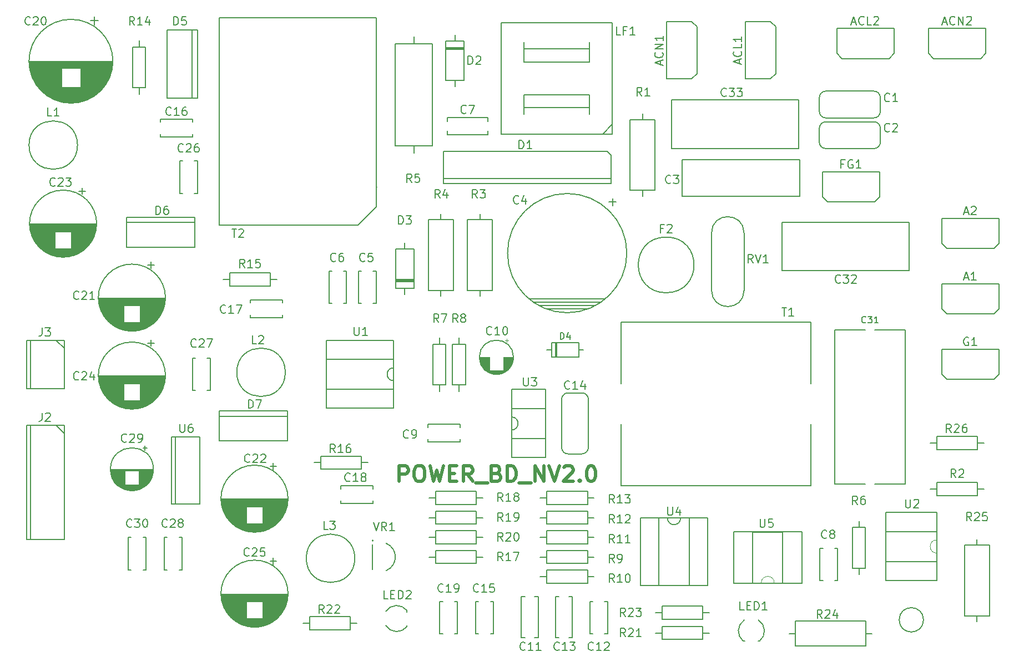
<source format=gbr>
%TF.GenerationSoftware,KiCad,Pcbnew,9.0.7*%
%TF.CreationDate,2026-02-04T14:48:23+09:00*%
%TF.ProjectId,POWER_BD_NV2,504f5745-525f-4424-945f-4e56322e6b69,rev?*%
%TF.SameCoordinates,Original*%
%TF.FileFunction,Legend,Top*%
%TF.FilePolarity,Positive*%
%FSLAX46Y46*%
G04 Gerber Fmt 4.6, Leading zero omitted, Abs format (unit mm)*
G04 Created by KiCad (PCBNEW 9.0.7) date 2026-02-04 14:48:23*
%MOMM*%
%LPD*%
G01*
G04 APERTURE LIST*
%ADD10C,0.480000*%
%ADD11C,0.200000*%
%ADD12C,0.150000*%
%ADD13C,0.120000*%
%ADD14C,0.100000*%
%ADD15C,0.180000*%
G04 APERTURE END LIST*
D10*
X57887217Y26118674D02*
X57887217Y28518674D01*
X57887217Y28518674D02*
X58801503Y28518674D01*
X58801503Y28518674D02*
X59030074Y28404388D01*
X59030074Y28404388D02*
X59144360Y28290102D01*
X59144360Y28290102D02*
X59258646Y28061531D01*
X59258646Y28061531D02*
X59258646Y27718674D01*
X59258646Y27718674D02*
X59144360Y27490102D01*
X59144360Y27490102D02*
X59030074Y27375817D01*
X59030074Y27375817D02*
X58801503Y27261531D01*
X58801503Y27261531D02*
X57887217Y27261531D01*
X60744360Y28518674D02*
X61201503Y28518674D01*
X61201503Y28518674D02*
X61430074Y28404388D01*
X61430074Y28404388D02*
X61658646Y28175817D01*
X61658646Y28175817D02*
X61772931Y27718674D01*
X61772931Y27718674D02*
X61772931Y26918674D01*
X61772931Y26918674D02*
X61658646Y26461531D01*
X61658646Y26461531D02*
X61430074Y26232960D01*
X61430074Y26232960D02*
X61201503Y26118674D01*
X61201503Y26118674D02*
X60744360Y26118674D01*
X60744360Y26118674D02*
X60515789Y26232960D01*
X60515789Y26232960D02*
X60287217Y26461531D01*
X60287217Y26461531D02*
X60172931Y26918674D01*
X60172931Y26918674D02*
X60172931Y27718674D01*
X60172931Y27718674D02*
X60287217Y28175817D01*
X60287217Y28175817D02*
X60515789Y28404388D01*
X60515789Y28404388D02*
X60744360Y28518674D01*
X62572932Y28518674D02*
X63144360Y26118674D01*
X63144360Y26118674D02*
X63601503Y27832960D01*
X63601503Y27832960D02*
X64058646Y26118674D01*
X64058646Y26118674D02*
X64630075Y28518674D01*
X65544360Y27375817D02*
X66344360Y27375817D01*
X66687217Y26118674D02*
X65544360Y26118674D01*
X65544360Y26118674D02*
X65544360Y28518674D01*
X65544360Y28518674D02*
X66687217Y28518674D01*
X69087218Y26118674D02*
X68287218Y27261531D01*
X67715789Y26118674D02*
X67715789Y28518674D01*
X67715789Y28518674D02*
X68630075Y28518674D01*
X68630075Y28518674D02*
X68858646Y28404388D01*
X68858646Y28404388D02*
X68972932Y28290102D01*
X68972932Y28290102D02*
X69087218Y28061531D01*
X69087218Y28061531D02*
X69087218Y27718674D01*
X69087218Y27718674D02*
X68972932Y27490102D01*
X68972932Y27490102D02*
X68858646Y27375817D01*
X68858646Y27375817D02*
X68630075Y27261531D01*
X68630075Y27261531D02*
X67715789Y27261531D01*
X69544361Y25890102D02*
X71372932Y25890102D01*
X72744360Y27375817D02*
X73087217Y27261531D01*
X73087217Y27261531D02*
X73201503Y27147245D01*
X73201503Y27147245D02*
X73315789Y26918674D01*
X73315789Y26918674D02*
X73315789Y26575817D01*
X73315789Y26575817D02*
X73201503Y26347245D01*
X73201503Y26347245D02*
X73087217Y26232960D01*
X73087217Y26232960D02*
X72858646Y26118674D01*
X72858646Y26118674D02*
X71944360Y26118674D01*
X71944360Y26118674D02*
X71944360Y28518674D01*
X71944360Y28518674D02*
X72744360Y28518674D01*
X72744360Y28518674D02*
X72972932Y28404388D01*
X72972932Y28404388D02*
X73087217Y28290102D01*
X73087217Y28290102D02*
X73201503Y28061531D01*
X73201503Y28061531D02*
X73201503Y27832960D01*
X73201503Y27832960D02*
X73087217Y27604388D01*
X73087217Y27604388D02*
X72972932Y27490102D01*
X72972932Y27490102D02*
X72744360Y27375817D01*
X72744360Y27375817D02*
X71944360Y27375817D01*
X74344360Y26118674D02*
X74344360Y28518674D01*
X74344360Y28518674D02*
X74915789Y28518674D01*
X74915789Y28518674D02*
X75258646Y28404388D01*
X75258646Y28404388D02*
X75487217Y28175817D01*
X75487217Y28175817D02*
X75601503Y27947245D01*
X75601503Y27947245D02*
X75715789Y27490102D01*
X75715789Y27490102D02*
X75715789Y27147245D01*
X75715789Y27147245D02*
X75601503Y26690102D01*
X75601503Y26690102D02*
X75487217Y26461531D01*
X75487217Y26461531D02*
X75258646Y26232960D01*
X75258646Y26232960D02*
X74915789Y26118674D01*
X74915789Y26118674D02*
X74344360Y26118674D01*
X76172932Y25890102D02*
X78001503Y25890102D01*
X78572931Y26118674D02*
X78572931Y28518674D01*
X78572931Y28518674D02*
X79944360Y26118674D01*
X79944360Y26118674D02*
X79944360Y28518674D01*
X80744360Y28518674D02*
X81544360Y26118674D01*
X81544360Y26118674D02*
X82344360Y28518674D01*
X83030074Y28290102D02*
X83144360Y28404388D01*
X83144360Y28404388D02*
X83372932Y28518674D01*
X83372932Y28518674D02*
X83944360Y28518674D01*
X83944360Y28518674D02*
X84172932Y28404388D01*
X84172932Y28404388D02*
X84287217Y28290102D01*
X84287217Y28290102D02*
X84401503Y28061531D01*
X84401503Y28061531D02*
X84401503Y27832960D01*
X84401503Y27832960D02*
X84287217Y27490102D01*
X84287217Y27490102D02*
X82915789Y26118674D01*
X82915789Y26118674D02*
X84401503Y26118674D01*
X85430074Y26347245D02*
X85544360Y26232960D01*
X85544360Y26232960D02*
X85430074Y26118674D01*
X85430074Y26118674D02*
X85315788Y26232960D01*
X85315788Y26232960D02*
X85430074Y26347245D01*
X85430074Y26347245D02*
X85430074Y26118674D01*
X87030074Y28518674D02*
X87258645Y28518674D01*
X87258645Y28518674D02*
X87487217Y28404388D01*
X87487217Y28404388D02*
X87601503Y28290102D01*
X87601503Y28290102D02*
X87715788Y28061531D01*
X87715788Y28061531D02*
X87830074Y27604388D01*
X87830074Y27604388D02*
X87830074Y27032960D01*
X87830074Y27032960D02*
X87715788Y26575817D01*
X87715788Y26575817D02*
X87601503Y26347245D01*
X87601503Y26347245D02*
X87487217Y26232960D01*
X87487217Y26232960D02*
X87258645Y26118674D01*
X87258645Y26118674D02*
X87030074Y26118674D01*
X87030074Y26118674D02*
X86801503Y26232960D01*
X86801503Y26232960D02*
X86687217Y26347245D01*
X86687217Y26347245D02*
X86572931Y26575817D01*
X86572931Y26575817D02*
X86458645Y27032960D01*
X86458645Y27032960D02*
X86458645Y27604388D01*
X86458645Y27604388D02*
X86572931Y28061531D01*
X86572931Y28061531D02*
X86687217Y28290102D01*
X86687217Y28290102D02*
X86801503Y28404388D01*
X86801503Y28404388D02*
X87030074Y28518674D01*
D11*
X126908249Y96228930D02*
X127513011Y96228930D01*
X126787297Y95866073D02*
X127210630Y97136073D01*
X127210630Y97136073D02*
X127633964Y95866073D01*
X128783011Y95987026D02*
X128722535Y95926550D01*
X128722535Y95926550D02*
X128541106Y95866073D01*
X128541106Y95866073D02*
X128420154Y95866073D01*
X128420154Y95866073D02*
X128238725Y95926550D01*
X128238725Y95926550D02*
X128117773Y96047502D01*
X128117773Y96047502D02*
X128057296Y96168454D01*
X128057296Y96168454D02*
X127996820Y96410359D01*
X127996820Y96410359D02*
X127996820Y96591788D01*
X127996820Y96591788D02*
X128057296Y96833692D01*
X128057296Y96833692D02*
X128117773Y96954645D01*
X128117773Y96954645D02*
X128238725Y97075597D01*
X128238725Y97075597D02*
X128420154Y97136073D01*
X128420154Y97136073D02*
X128541106Y97136073D01*
X128541106Y97136073D02*
X128722535Y97075597D01*
X128722535Y97075597D02*
X128783011Y97015121D01*
X129932058Y95866073D02*
X129327296Y95866073D01*
X129327296Y95866073D02*
X129327296Y97136073D01*
X130294915Y97015121D02*
X130355391Y97075597D01*
X130355391Y97075597D02*
X130476344Y97136073D01*
X130476344Y97136073D02*
X130778725Y97136073D01*
X130778725Y97136073D02*
X130899677Y97075597D01*
X130899677Y97075597D02*
X130960153Y97015121D01*
X130960153Y97015121D02*
X131020630Y96894169D01*
X131020630Y96894169D02*
X131020630Y96773216D01*
X131020630Y96773216D02*
X130960153Y96591788D01*
X130960153Y96591788D02*
X130234439Y95866073D01*
X130234439Y95866073D02*
X131020630Y95866073D01*
X140757059Y96228930D02*
X141361821Y96228930D01*
X140636107Y95866073D02*
X141059440Y97136073D01*
X141059440Y97136073D02*
X141482774Y95866073D01*
X142631821Y95987026D02*
X142571345Y95926550D01*
X142571345Y95926550D02*
X142389916Y95866073D01*
X142389916Y95866073D02*
X142268964Y95866073D01*
X142268964Y95866073D02*
X142087535Y95926550D01*
X142087535Y95926550D02*
X141966583Y96047502D01*
X141966583Y96047502D02*
X141906106Y96168454D01*
X141906106Y96168454D02*
X141845630Y96410359D01*
X141845630Y96410359D02*
X141845630Y96591788D01*
X141845630Y96591788D02*
X141906106Y96833692D01*
X141906106Y96833692D02*
X141966583Y96954645D01*
X141966583Y96954645D02*
X142087535Y97075597D01*
X142087535Y97075597D02*
X142268964Y97136073D01*
X142268964Y97136073D02*
X142389916Y97136073D01*
X142389916Y97136073D02*
X142571345Y97075597D01*
X142571345Y97075597D02*
X142631821Y97015121D01*
X143176106Y95866073D02*
X143176106Y97136073D01*
X143176106Y97136073D02*
X143901821Y95866073D01*
X143901821Y95866073D02*
X143901821Y97136073D01*
X144446106Y97015121D02*
X144506582Y97075597D01*
X144506582Y97075597D02*
X144627535Y97136073D01*
X144627535Y97136073D02*
X144929916Y97136073D01*
X144929916Y97136073D02*
X145050868Y97075597D01*
X145050868Y97075597D02*
X145111344Y97015121D01*
X145111344Y97015121D02*
X145171821Y96894169D01*
X145171821Y96894169D02*
X145171821Y96773216D01*
X145171821Y96773216D02*
X145111344Y96591788D01*
X145111344Y96591788D02*
X144385630Y95866073D01*
X144385630Y95866073D02*
X145171821Y95866073D01*
X76832380Y41977873D02*
X76832380Y40949778D01*
X76832380Y40949778D02*
X76892857Y40828826D01*
X76892857Y40828826D02*
X76953333Y40768350D01*
X76953333Y40768350D02*
X77074285Y40707873D01*
X77074285Y40707873D02*
X77316190Y40707873D01*
X77316190Y40707873D02*
X77437142Y40768350D01*
X77437142Y40768350D02*
X77497619Y40828826D01*
X77497619Y40828826D02*
X77558095Y40949778D01*
X77558095Y40949778D02*
X77558095Y41977873D01*
X78041904Y41977873D02*
X78828095Y41977873D01*
X78828095Y41977873D02*
X78404761Y41494064D01*
X78404761Y41494064D02*
X78586190Y41494064D01*
X78586190Y41494064D02*
X78707142Y41433588D01*
X78707142Y41433588D02*
X78767618Y41373111D01*
X78767618Y41373111D02*
X78828095Y41252159D01*
X78828095Y41252159D02*
X78828095Y40949778D01*
X78828095Y40949778D02*
X78767618Y40828826D01*
X78767618Y40828826D02*
X78707142Y40768350D01*
X78707142Y40768350D02*
X78586190Y40707873D01*
X78586190Y40707873D02*
X78223333Y40707873D01*
X78223333Y40707873D02*
X78102380Y40768350D01*
X78102380Y40768350D02*
X78041904Y40828826D01*
X99288333Y71743826D02*
X99227857Y71683350D01*
X99227857Y71683350D02*
X99046428Y71622873D01*
X99046428Y71622873D02*
X98925476Y71622873D01*
X98925476Y71622873D02*
X98744047Y71683350D01*
X98744047Y71683350D02*
X98623095Y71804302D01*
X98623095Y71804302D02*
X98562618Y71925254D01*
X98562618Y71925254D02*
X98502142Y72167159D01*
X98502142Y72167159D02*
X98502142Y72348588D01*
X98502142Y72348588D02*
X98562618Y72590492D01*
X98562618Y72590492D02*
X98623095Y72711445D01*
X98623095Y72711445D02*
X98744047Y72832397D01*
X98744047Y72832397D02*
X98925476Y72892873D01*
X98925476Y72892873D02*
X99046428Y72892873D01*
X99046428Y72892873D02*
X99227857Y72832397D01*
X99227857Y72832397D02*
X99288333Y72771921D01*
X99711666Y72892873D02*
X100497857Y72892873D01*
X100497857Y72892873D02*
X100074523Y72409064D01*
X100074523Y72409064D02*
X100255952Y72409064D01*
X100255952Y72409064D02*
X100376904Y72348588D01*
X100376904Y72348588D02*
X100437380Y72288111D01*
X100437380Y72288111D02*
X100497857Y72167159D01*
X100497857Y72167159D02*
X100497857Y71864778D01*
X100497857Y71864778D02*
X100437380Y71743826D01*
X100437380Y71743826D02*
X100376904Y71683350D01*
X100376904Y71683350D02*
X100255952Y71622873D01*
X100255952Y71622873D02*
X99893095Y71622873D01*
X99893095Y71622873D02*
X99772142Y71683350D01*
X99772142Y71683350D02*
X99711666Y71743826D01*
X142788333Y26722873D02*
X142364999Y27327635D01*
X142062618Y26722873D02*
X142062618Y27992873D01*
X142062618Y27992873D02*
X142546428Y27992873D01*
X142546428Y27992873D02*
X142667380Y27932397D01*
X142667380Y27932397D02*
X142727857Y27871921D01*
X142727857Y27871921D02*
X142788333Y27750969D01*
X142788333Y27750969D02*
X142788333Y27569540D01*
X142788333Y27569540D02*
X142727857Y27448588D01*
X142727857Y27448588D02*
X142667380Y27388111D01*
X142667380Y27388111D02*
X142546428Y27327635D01*
X142546428Y27327635D02*
X142062618Y27327635D01*
X143272142Y27871921D02*
X143332618Y27932397D01*
X143332618Y27932397D02*
X143453571Y27992873D01*
X143453571Y27992873D02*
X143755952Y27992873D01*
X143755952Y27992873D02*
X143876904Y27932397D01*
X143876904Y27932397D02*
X143937380Y27871921D01*
X143937380Y27871921D02*
X143997857Y27750969D01*
X143997857Y27750969D02*
X143997857Y27630016D01*
X143997857Y27630016D02*
X143937380Y27448588D01*
X143937380Y27448588D02*
X143211666Y26722873D01*
X143211666Y26722873D02*
X143997857Y26722873D01*
X46988333Y18822873D02*
X46383571Y18822873D01*
X46383571Y18822873D02*
X46383571Y20092873D01*
X47290714Y20092873D02*
X48076905Y20092873D01*
X48076905Y20092873D02*
X47653571Y19609064D01*
X47653571Y19609064D02*
X47835000Y19609064D01*
X47835000Y19609064D02*
X47955952Y19548588D01*
X47955952Y19548588D02*
X48016428Y19488111D01*
X48016428Y19488111D02*
X48076905Y19367159D01*
X48076905Y19367159D02*
X48076905Y19064778D01*
X48076905Y19064778D02*
X48016428Y18943826D01*
X48016428Y18943826D02*
X47955952Y18883350D01*
X47955952Y18883350D02*
X47835000Y18822873D01*
X47835000Y18822873D02*
X47472143Y18822873D01*
X47472143Y18822873D02*
X47351190Y18883350D01*
X47351190Y18883350D02*
X47290714Y18943826D01*
X92383571Y5522873D02*
X91960237Y6127635D01*
X91657856Y5522873D02*
X91657856Y6792873D01*
X91657856Y6792873D02*
X92141666Y6792873D01*
X92141666Y6792873D02*
X92262618Y6732397D01*
X92262618Y6732397D02*
X92323095Y6671921D01*
X92323095Y6671921D02*
X92383571Y6550969D01*
X92383571Y6550969D02*
X92383571Y6369540D01*
X92383571Y6369540D02*
X92323095Y6248588D01*
X92323095Y6248588D02*
X92262618Y6188111D01*
X92262618Y6188111D02*
X92141666Y6127635D01*
X92141666Y6127635D02*
X91657856Y6127635D01*
X92867380Y6671921D02*
X92927856Y6732397D01*
X92927856Y6732397D02*
X93048809Y6792873D01*
X93048809Y6792873D02*
X93351190Y6792873D01*
X93351190Y6792873D02*
X93472142Y6732397D01*
X93472142Y6732397D02*
X93532618Y6671921D01*
X93532618Y6671921D02*
X93593095Y6550969D01*
X93593095Y6550969D02*
X93593095Y6430016D01*
X93593095Y6430016D02*
X93532618Y6248588D01*
X93532618Y6248588D02*
X92806904Y5522873D01*
X92806904Y5522873D02*
X93593095Y5522873D01*
X94016428Y6792873D02*
X94802619Y6792873D01*
X94802619Y6792873D02*
X94379285Y6309064D01*
X94379285Y6309064D02*
X94560714Y6309064D01*
X94560714Y6309064D02*
X94681666Y6248588D01*
X94681666Y6248588D02*
X94742142Y6188111D01*
X94742142Y6188111D02*
X94802619Y6067159D01*
X94802619Y6067159D02*
X94802619Y5764778D01*
X94802619Y5764778D02*
X94742142Y5643826D01*
X94742142Y5643826D02*
X94681666Y5583350D01*
X94681666Y5583350D02*
X94560714Y5522873D01*
X94560714Y5522873D02*
X94197857Y5522873D01*
X94197857Y5522873D02*
X94076904Y5583350D01*
X94076904Y5583350D02*
X94016428Y5643826D01*
X50383571Y26243826D02*
X50323095Y26183350D01*
X50323095Y26183350D02*
X50141666Y26122873D01*
X50141666Y26122873D02*
X50020714Y26122873D01*
X50020714Y26122873D02*
X49839285Y26183350D01*
X49839285Y26183350D02*
X49718333Y26304302D01*
X49718333Y26304302D02*
X49657856Y26425254D01*
X49657856Y26425254D02*
X49597380Y26667159D01*
X49597380Y26667159D02*
X49597380Y26848588D01*
X49597380Y26848588D02*
X49657856Y27090492D01*
X49657856Y27090492D02*
X49718333Y27211445D01*
X49718333Y27211445D02*
X49839285Y27332397D01*
X49839285Y27332397D02*
X50020714Y27392873D01*
X50020714Y27392873D02*
X50141666Y27392873D01*
X50141666Y27392873D02*
X50323095Y27332397D01*
X50323095Y27332397D02*
X50383571Y27271921D01*
X51593095Y26122873D02*
X50867380Y26122873D01*
X51230237Y26122873D02*
X51230237Y27392873D01*
X51230237Y27392873D02*
X51109285Y27211445D01*
X51109285Y27211445D02*
X50988333Y27090492D01*
X50988333Y27090492D02*
X50867380Y27030016D01*
X52318809Y26848588D02*
X52197857Y26909064D01*
X52197857Y26909064D02*
X52137380Y26969540D01*
X52137380Y26969540D02*
X52076904Y27090492D01*
X52076904Y27090492D02*
X52076904Y27150969D01*
X52076904Y27150969D02*
X52137380Y27271921D01*
X52137380Y27271921D02*
X52197857Y27332397D01*
X52197857Y27332397D02*
X52318809Y27392873D01*
X52318809Y27392873D02*
X52560714Y27392873D01*
X52560714Y27392873D02*
X52681666Y27332397D01*
X52681666Y27332397D02*
X52742142Y27271921D01*
X52742142Y27271921D02*
X52802619Y27150969D01*
X52802619Y27150969D02*
X52802619Y27090492D01*
X52802619Y27090492D02*
X52742142Y26969540D01*
X52742142Y26969540D02*
X52681666Y26909064D01*
X52681666Y26909064D02*
X52560714Y26848588D01*
X52560714Y26848588D02*
X52318809Y26848588D01*
X52318809Y26848588D02*
X52197857Y26788111D01*
X52197857Y26788111D02*
X52137380Y26727635D01*
X52137380Y26727635D02*
X52076904Y26606683D01*
X52076904Y26606683D02*
X52076904Y26364778D01*
X52076904Y26364778D02*
X52137380Y26243826D01*
X52137380Y26243826D02*
X52197857Y26183350D01*
X52197857Y26183350D02*
X52318809Y26122873D01*
X52318809Y26122873D02*
X52560714Y26122873D01*
X52560714Y26122873D02*
X52681666Y26183350D01*
X52681666Y26183350D02*
X52742142Y26243826D01*
X52742142Y26243826D02*
X52802619Y26364778D01*
X52802619Y26364778D02*
X52802619Y26606683D01*
X52802619Y26606683D02*
X52742142Y26727635D01*
X52742142Y26727635D02*
X52681666Y26788111D01*
X52681666Y26788111D02*
X52560714Y26848588D01*
X107783571Y85043826D02*
X107723095Y84983350D01*
X107723095Y84983350D02*
X107541666Y84922873D01*
X107541666Y84922873D02*
X107420714Y84922873D01*
X107420714Y84922873D02*
X107239285Y84983350D01*
X107239285Y84983350D02*
X107118333Y85104302D01*
X107118333Y85104302D02*
X107057856Y85225254D01*
X107057856Y85225254D02*
X106997380Y85467159D01*
X106997380Y85467159D02*
X106997380Y85648588D01*
X106997380Y85648588D02*
X107057856Y85890492D01*
X107057856Y85890492D02*
X107118333Y86011445D01*
X107118333Y86011445D02*
X107239285Y86132397D01*
X107239285Y86132397D02*
X107420714Y86192873D01*
X107420714Y86192873D02*
X107541666Y86192873D01*
X107541666Y86192873D02*
X107723095Y86132397D01*
X107723095Y86132397D02*
X107783571Y86071921D01*
X108206904Y86192873D02*
X108993095Y86192873D01*
X108993095Y86192873D02*
X108569761Y85709064D01*
X108569761Y85709064D02*
X108751190Y85709064D01*
X108751190Y85709064D02*
X108872142Y85648588D01*
X108872142Y85648588D02*
X108932618Y85588111D01*
X108932618Y85588111D02*
X108993095Y85467159D01*
X108993095Y85467159D02*
X108993095Y85164778D01*
X108993095Y85164778D02*
X108932618Y85043826D01*
X108932618Y85043826D02*
X108872142Y84983350D01*
X108872142Y84983350D02*
X108751190Y84922873D01*
X108751190Y84922873D02*
X108388333Y84922873D01*
X108388333Y84922873D02*
X108267380Y84983350D01*
X108267380Y84983350D02*
X108206904Y85043826D01*
X109416428Y86192873D02*
X110202619Y86192873D01*
X110202619Y86192873D02*
X109779285Y85709064D01*
X109779285Y85709064D02*
X109960714Y85709064D01*
X109960714Y85709064D02*
X110081666Y85648588D01*
X110081666Y85648588D02*
X110142142Y85588111D01*
X110142142Y85588111D02*
X110202619Y85467159D01*
X110202619Y85467159D02*
X110202619Y85164778D01*
X110202619Y85164778D02*
X110142142Y85043826D01*
X110142142Y85043826D02*
X110081666Y84983350D01*
X110081666Y84983350D02*
X109960714Y84922873D01*
X109960714Y84922873D02*
X109597857Y84922873D01*
X109597857Y84922873D02*
X109476904Y84983350D01*
X109476904Y84983350D02*
X109416428Y85043826D01*
X24432380Y34892873D02*
X24432380Y33864778D01*
X24432380Y33864778D02*
X24492857Y33743826D01*
X24492857Y33743826D02*
X24553333Y33683350D01*
X24553333Y33683350D02*
X24674285Y33622873D01*
X24674285Y33622873D02*
X24916190Y33622873D01*
X24916190Y33622873D02*
X25037142Y33683350D01*
X25037142Y33683350D02*
X25097619Y33743826D01*
X25097619Y33743826D02*
X25158095Y33864778D01*
X25158095Y33864778D02*
X25158095Y34892873D01*
X26307142Y34892873D02*
X26065237Y34892873D01*
X26065237Y34892873D02*
X25944285Y34832397D01*
X25944285Y34832397D02*
X25883809Y34771921D01*
X25883809Y34771921D02*
X25762856Y34590492D01*
X25762856Y34590492D02*
X25702380Y34348588D01*
X25702380Y34348588D02*
X25702380Y33864778D01*
X25702380Y33864778D02*
X25762856Y33743826D01*
X25762856Y33743826D02*
X25823333Y33683350D01*
X25823333Y33683350D02*
X25944285Y33622873D01*
X25944285Y33622873D02*
X26186190Y33622873D01*
X26186190Y33622873D02*
X26307142Y33683350D01*
X26307142Y33683350D02*
X26367618Y33743826D01*
X26367618Y33743826D02*
X26428095Y33864778D01*
X26428095Y33864778D02*
X26428095Y34167159D01*
X26428095Y34167159D02*
X26367618Y34288111D01*
X26367618Y34288111D02*
X26307142Y34348588D01*
X26307142Y34348588D02*
X26186190Y34409064D01*
X26186190Y34409064D02*
X25944285Y34409064D01*
X25944285Y34409064D02*
X25823333Y34348588D01*
X25823333Y34348588D02*
X25762856Y34288111D01*
X25762856Y34288111D02*
X25702380Y34167159D01*
X82283571Y443826D02*
X82223095Y383350D01*
X82223095Y383350D02*
X82041666Y322873D01*
X82041666Y322873D02*
X81920714Y322873D01*
X81920714Y322873D02*
X81739285Y383350D01*
X81739285Y383350D02*
X81618333Y504302D01*
X81618333Y504302D02*
X81557856Y625254D01*
X81557856Y625254D02*
X81497380Y867159D01*
X81497380Y867159D02*
X81497380Y1048588D01*
X81497380Y1048588D02*
X81557856Y1290492D01*
X81557856Y1290492D02*
X81618333Y1411445D01*
X81618333Y1411445D02*
X81739285Y1532397D01*
X81739285Y1532397D02*
X81920714Y1592873D01*
X81920714Y1592873D02*
X82041666Y1592873D01*
X82041666Y1592873D02*
X82223095Y1532397D01*
X82223095Y1532397D02*
X82283571Y1471921D01*
X83493095Y322873D02*
X82767380Y322873D01*
X83130237Y322873D02*
X83130237Y1592873D01*
X83130237Y1592873D02*
X83009285Y1411445D01*
X83009285Y1411445D02*
X82888333Y1290492D01*
X82888333Y1290492D02*
X82767380Y1230016D01*
X83916428Y1592873D02*
X84702619Y1592873D01*
X84702619Y1592873D02*
X84279285Y1109064D01*
X84279285Y1109064D02*
X84460714Y1109064D01*
X84460714Y1109064D02*
X84581666Y1048588D01*
X84581666Y1048588D02*
X84642142Y988111D01*
X84642142Y988111D02*
X84702619Y867159D01*
X84702619Y867159D02*
X84702619Y564778D01*
X84702619Y564778D02*
X84642142Y443826D01*
X84642142Y443826D02*
X84581666Y383350D01*
X84581666Y383350D02*
X84460714Y322873D01*
X84460714Y322873D02*
X84097857Y322873D01*
X84097857Y322873D02*
X83976904Y383350D01*
X83976904Y383350D02*
X83916428Y443826D01*
X8983571Y54043826D02*
X8923095Y53983350D01*
X8923095Y53983350D02*
X8741666Y53922873D01*
X8741666Y53922873D02*
X8620714Y53922873D01*
X8620714Y53922873D02*
X8439285Y53983350D01*
X8439285Y53983350D02*
X8318333Y54104302D01*
X8318333Y54104302D02*
X8257856Y54225254D01*
X8257856Y54225254D02*
X8197380Y54467159D01*
X8197380Y54467159D02*
X8197380Y54648588D01*
X8197380Y54648588D02*
X8257856Y54890492D01*
X8257856Y54890492D02*
X8318333Y55011445D01*
X8318333Y55011445D02*
X8439285Y55132397D01*
X8439285Y55132397D02*
X8620714Y55192873D01*
X8620714Y55192873D02*
X8741666Y55192873D01*
X8741666Y55192873D02*
X8923095Y55132397D01*
X8923095Y55132397D02*
X8983571Y55071921D01*
X9467380Y55071921D02*
X9527856Y55132397D01*
X9527856Y55132397D02*
X9648809Y55192873D01*
X9648809Y55192873D02*
X9951190Y55192873D01*
X9951190Y55192873D02*
X10072142Y55132397D01*
X10072142Y55132397D02*
X10132618Y55071921D01*
X10132618Y55071921D02*
X10193095Y54950969D01*
X10193095Y54950969D02*
X10193095Y54830016D01*
X10193095Y54830016D02*
X10132618Y54648588D01*
X10132618Y54648588D02*
X9406904Y53922873D01*
X9406904Y53922873D02*
X10193095Y53922873D01*
X11402619Y53922873D02*
X10676904Y53922873D01*
X11039761Y53922873D02*
X11039761Y55192873D01*
X11039761Y55192873D02*
X10918809Y55011445D01*
X10918809Y55011445D02*
X10797857Y54890492D01*
X10797857Y54890492D02*
X10676904Y54830016D01*
X20762618Y66922873D02*
X20762618Y68192873D01*
X20762618Y68192873D02*
X21064999Y68192873D01*
X21064999Y68192873D02*
X21246428Y68132397D01*
X21246428Y68132397D02*
X21367380Y68011445D01*
X21367380Y68011445D02*
X21427857Y67890492D01*
X21427857Y67890492D02*
X21488333Y67648588D01*
X21488333Y67648588D02*
X21488333Y67467159D01*
X21488333Y67467159D02*
X21427857Y67225254D01*
X21427857Y67225254D02*
X21367380Y67104302D01*
X21367380Y67104302D02*
X21246428Y66983350D01*
X21246428Y66983350D02*
X21064999Y66922873D01*
X21064999Y66922873D02*
X20762618Y66922873D01*
X22576904Y68192873D02*
X22334999Y68192873D01*
X22334999Y68192873D02*
X22214047Y68132397D01*
X22214047Y68132397D02*
X22153571Y68071921D01*
X22153571Y68071921D02*
X22032618Y67890492D01*
X22032618Y67890492D02*
X21972142Y67648588D01*
X21972142Y67648588D02*
X21972142Y67164778D01*
X21972142Y67164778D02*
X22032618Y67043826D01*
X22032618Y67043826D02*
X22093095Y66983350D01*
X22093095Y66983350D02*
X22214047Y66922873D01*
X22214047Y66922873D02*
X22455952Y66922873D01*
X22455952Y66922873D02*
X22576904Y66983350D01*
X22576904Y66983350D02*
X22637380Y67043826D01*
X22637380Y67043826D02*
X22697857Y67164778D01*
X22697857Y67164778D02*
X22697857Y67467159D01*
X22697857Y67467159D02*
X22637380Y67588111D01*
X22637380Y67588111D02*
X22576904Y67648588D01*
X22576904Y67648588D02*
X22455952Y67709064D01*
X22455952Y67709064D02*
X22214047Y67709064D01*
X22214047Y67709064D02*
X22093095Y67648588D01*
X22093095Y67648588D02*
X22032618Y67588111D01*
X22032618Y67588111D02*
X21972142Y67467159D01*
X48188333Y59843826D02*
X48127857Y59783350D01*
X48127857Y59783350D02*
X47946428Y59722873D01*
X47946428Y59722873D02*
X47825476Y59722873D01*
X47825476Y59722873D02*
X47644047Y59783350D01*
X47644047Y59783350D02*
X47523095Y59904302D01*
X47523095Y59904302D02*
X47462618Y60025254D01*
X47462618Y60025254D02*
X47402142Y60267159D01*
X47402142Y60267159D02*
X47402142Y60448588D01*
X47402142Y60448588D02*
X47462618Y60690492D01*
X47462618Y60690492D02*
X47523095Y60811445D01*
X47523095Y60811445D02*
X47644047Y60932397D01*
X47644047Y60932397D02*
X47825476Y60992873D01*
X47825476Y60992873D02*
X47946428Y60992873D01*
X47946428Y60992873D02*
X48127857Y60932397D01*
X48127857Y60932397D02*
X48188333Y60871921D01*
X49276904Y60992873D02*
X49034999Y60992873D01*
X49034999Y60992873D02*
X48914047Y60932397D01*
X48914047Y60932397D02*
X48853571Y60871921D01*
X48853571Y60871921D02*
X48732618Y60690492D01*
X48732618Y60690492D02*
X48672142Y60448588D01*
X48672142Y60448588D02*
X48672142Y59964778D01*
X48672142Y59964778D02*
X48732618Y59843826D01*
X48732618Y59843826D02*
X48793095Y59783350D01*
X48793095Y59783350D02*
X48914047Y59722873D01*
X48914047Y59722873D02*
X49155952Y59722873D01*
X49155952Y59722873D02*
X49276904Y59783350D01*
X49276904Y59783350D02*
X49337380Y59843826D01*
X49337380Y59843826D02*
X49397857Y59964778D01*
X49397857Y59964778D02*
X49397857Y60267159D01*
X49397857Y60267159D02*
X49337380Y60388111D01*
X49337380Y60388111D02*
X49276904Y60448588D01*
X49276904Y60448588D02*
X49155952Y60509064D01*
X49155952Y60509064D02*
X48914047Y60509064D01*
X48914047Y60509064D02*
X48793095Y60448588D01*
X48793095Y60448588D02*
X48732618Y60388111D01*
X48732618Y60388111D02*
X48672142Y60267159D01*
X76162618Y76922873D02*
X76162618Y78192873D01*
X76162618Y78192873D02*
X76464999Y78192873D01*
X76464999Y78192873D02*
X76646428Y78132397D01*
X76646428Y78132397D02*
X76767380Y78011445D01*
X76767380Y78011445D02*
X76827857Y77890492D01*
X76827857Y77890492D02*
X76888333Y77648588D01*
X76888333Y77648588D02*
X76888333Y77467159D01*
X76888333Y77467159D02*
X76827857Y77225254D01*
X76827857Y77225254D02*
X76767380Y77104302D01*
X76767380Y77104302D02*
X76646428Y76983350D01*
X76646428Y76983350D02*
X76464999Y76922873D01*
X76464999Y76922873D02*
X76162618Y76922873D01*
X78097857Y76922873D02*
X77372142Y76922873D01*
X77734999Y76922873D02*
X77734999Y78192873D01*
X77734999Y78192873D02*
X77614047Y78011445D01*
X77614047Y78011445D02*
X77493095Y77890492D01*
X77493095Y77890492D02*
X77372142Y77830016D01*
X3376667Y36592873D02*
X3376667Y35685730D01*
X3376667Y35685730D02*
X3316190Y35504302D01*
X3316190Y35504302D02*
X3195238Y35383350D01*
X3195238Y35383350D02*
X3013809Y35322873D01*
X3013809Y35322873D02*
X2892857Y35322873D01*
X3920952Y36471921D02*
X3981428Y36532397D01*
X3981428Y36532397D02*
X4102381Y36592873D01*
X4102381Y36592873D02*
X4404762Y36592873D01*
X4404762Y36592873D02*
X4525714Y36532397D01*
X4525714Y36532397D02*
X4586190Y36471921D01*
X4586190Y36471921D02*
X4646667Y36350969D01*
X4646667Y36350969D02*
X4646667Y36230016D01*
X4646667Y36230016D02*
X4586190Y36048588D01*
X4586190Y36048588D02*
X3860476Y35322873D01*
X3860476Y35322873D02*
X4646667Y35322873D01*
X73683571Y17056206D02*
X73260237Y17660968D01*
X72957856Y17056206D02*
X72957856Y18326206D01*
X72957856Y18326206D02*
X73441666Y18326206D01*
X73441666Y18326206D02*
X73562618Y18265730D01*
X73562618Y18265730D02*
X73623095Y18205254D01*
X73623095Y18205254D02*
X73683571Y18084302D01*
X73683571Y18084302D02*
X73683571Y17902873D01*
X73683571Y17902873D02*
X73623095Y17781921D01*
X73623095Y17781921D02*
X73562618Y17721444D01*
X73562618Y17721444D02*
X73441666Y17660968D01*
X73441666Y17660968D02*
X72957856Y17660968D01*
X74167380Y18205254D02*
X74227856Y18265730D01*
X74227856Y18265730D02*
X74348809Y18326206D01*
X74348809Y18326206D02*
X74651190Y18326206D01*
X74651190Y18326206D02*
X74772142Y18265730D01*
X74772142Y18265730D02*
X74832618Y18205254D01*
X74832618Y18205254D02*
X74893095Y18084302D01*
X74893095Y18084302D02*
X74893095Y17963349D01*
X74893095Y17963349D02*
X74832618Y17781921D01*
X74832618Y17781921D02*
X74106904Y17056206D01*
X74106904Y17056206D02*
X74893095Y17056206D01*
X75679285Y18326206D02*
X75800238Y18326206D01*
X75800238Y18326206D02*
X75921190Y18265730D01*
X75921190Y18265730D02*
X75981666Y18205254D01*
X75981666Y18205254D02*
X76042142Y18084302D01*
X76042142Y18084302D02*
X76102619Y17842397D01*
X76102619Y17842397D02*
X76102619Y17540016D01*
X76102619Y17540016D02*
X76042142Y17298111D01*
X76042142Y17298111D02*
X75981666Y17177159D01*
X75981666Y17177159D02*
X75921190Y17116683D01*
X75921190Y17116683D02*
X75800238Y17056206D01*
X75800238Y17056206D02*
X75679285Y17056206D01*
X75679285Y17056206D02*
X75558333Y17116683D01*
X75558333Y17116683D02*
X75497857Y17177159D01*
X75497857Y17177159D02*
X75437380Y17298111D01*
X75437380Y17298111D02*
X75376904Y17540016D01*
X75376904Y17540016D02*
X75376904Y17842397D01*
X75376904Y17842397D02*
X75437380Y18084302D01*
X75437380Y18084302D02*
X75497857Y18205254D01*
X75497857Y18205254D02*
X75558333Y18265730D01*
X75558333Y18265730D02*
X75679285Y18326206D01*
X69983571Y9343826D02*
X69923095Y9283350D01*
X69923095Y9283350D02*
X69741666Y9222873D01*
X69741666Y9222873D02*
X69620714Y9222873D01*
X69620714Y9222873D02*
X69439285Y9283350D01*
X69439285Y9283350D02*
X69318333Y9404302D01*
X69318333Y9404302D02*
X69257856Y9525254D01*
X69257856Y9525254D02*
X69197380Y9767159D01*
X69197380Y9767159D02*
X69197380Y9948588D01*
X69197380Y9948588D02*
X69257856Y10190492D01*
X69257856Y10190492D02*
X69318333Y10311445D01*
X69318333Y10311445D02*
X69439285Y10432397D01*
X69439285Y10432397D02*
X69620714Y10492873D01*
X69620714Y10492873D02*
X69741666Y10492873D01*
X69741666Y10492873D02*
X69923095Y10432397D01*
X69923095Y10432397D02*
X69983571Y10371921D01*
X71193095Y9222873D02*
X70467380Y9222873D01*
X70830237Y9222873D02*
X70830237Y10492873D01*
X70830237Y10492873D02*
X70709285Y10311445D01*
X70709285Y10311445D02*
X70588333Y10190492D01*
X70588333Y10190492D02*
X70467380Y10130016D01*
X72342142Y10492873D02*
X71737380Y10492873D01*
X71737380Y10492873D02*
X71676904Y9888111D01*
X71676904Y9888111D02*
X71737380Y9948588D01*
X71737380Y9948588D02*
X71858333Y10009064D01*
X71858333Y10009064D02*
X72160714Y10009064D01*
X72160714Y10009064D02*
X72281666Y9948588D01*
X72281666Y9948588D02*
X72342142Y9888111D01*
X72342142Y9888111D02*
X72402619Y9767159D01*
X72402619Y9767159D02*
X72402619Y9464778D01*
X72402619Y9464778D02*
X72342142Y9343826D01*
X72342142Y9343826D02*
X72281666Y9283350D01*
X72281666Y9283350D02*
X72160714Y9222873D01*
X72160714Y9222873D02*
X71858333Y9222873D01*
X71858333Y9222873D02*
X71737380Y9283350D01*
X71737380Y9283350D02*
X71676904Y9343826D01*
X132688333Y79643826D02*
X132627857Y79583350D01*
X132627857Y79583350D02*
X132446428Y79522873D01*
X132446428Y79522873D02*
X132325476Y79522873D01*
X132325476Y79522873D02*
X132144047Y79583350D01*
X132144047Y79583350D02*
X132023095Y79704302D01*
X132023095Y79704302D02*
X131962618Y79825254D01*
X131962618Y79825254D02*
X131902142Y80067159D01*
X131902142Y80067159D02*
X131902142Y80248588D01*
X131902142Y80248588D02*
X131962618Y80490492D01*
X131962618Y80490492D02*
X132023095Y80611445D01*
X132023095Y80611445D02*
X132144047Y80732397D01*
X132144047Y80732397D02*
X132325476Y80792873D01*
X132325476Y80792873D02*
X132446428Y80792873D01*
X132446428Y80792873D02*
X132627857Y80732397D01*
X132627857Y80732397D02*
X132688333Y80671921D01*
X133172142Y80671921D02*
X133232618Y80732397D01*
X133232618Y80732397D02*
X133353571Y80792873D01*
X133353571Y80792873D02*
X133655952Y80792873D01*
X133655952Y80792873D02*
X133776904Y80732397D01*
X133776904Y80732397D02*
X133837380Y80671921D01*
X133837380Y80671921D02*
X133897857Y80550969D01*
X133897857Y80550969D02*
X133897857Y80430016D01*
X133897857Y80430016D02*
X133837380Y80248588D01*
X133837380Y80248588D02*
X133111666Y79522873D01*
X133111666Y79522873D02*
X133897857Y79522873D01*
X64088333Y69422873D02*
X63664999Y70027635D01*
X63362618Y69422873D02*
X63362618Y70692873D01*
X63362618Y70692873D02*
X63846428Y70692873D01*
X63846428Y70692873D02*
X63967380Y70632397D01*
X63967380Y70632397D02*
X64027857Y70571921D01*
X64027857Y70571921D02*
X64088333Y70450969D01*
X64088333Y70450969D02*
X64088333Y70269540D01*
X64088333Y70269540D02*
X64027857Y70148588D01*
X64027857Y70148588D02*
X63967380Y70088111D01*
X63967380Y70088111D02*
X63846428Y70027635D01*
X63846428Y70027635D02*
X63362618Y70027635D01*
X65176904Y70269540D02*
X65176904Y69422873D01*
X64874523Y70753350D02*
X64572142Y69846207D01*
X64572142Y69846207D02*
X65358333Y69846207D01*
X71983571Y48643826D02*
X71923095Y48583350D01*
X71923095Y48583350D02*
X71741666Y48522873D01*
X71741666Y48522873D02*
X71620714Y48522873D01*
X71620714Y48522873D02*
X71439285Y48583350D01*
X71439285Y48583350D02*
X71318333Y48704302D01*
X71318333Y48704302D02*
X71257856Y48825254D01*
X71257856Y48825254D02*
X71197380Y49067159D01*
X71197380Y49067159D02*
X71197380Y49248588D01*
X71197380Y49248588D02*
X71257856Y49490492D01*
X71257856Y49490492D02*
X71318333Y49611445D01*
X71318333Y49611445D02*
X71439285Y49732397D01*
X71439285Y49732397D02*
X71620714Y49792873D01*
X71620714Y49792873D02*
X71741666Y49792873D01*
X71741666Y49792873D02*
X71923095Y49732397D01*
X71923095Y49732397D02*
X71983571Y49671921D01*
X73193095Y48522873D02*
X72467380Y48522873D01*
X72830237Y48522873D02*
X72830237Y49792873D01*
X72830237Y49792873D02*
X72709285Y49611445D01*
X72709285Y49611445D02*
X72588333Y49490492D01*
X72588333Y49490492D02*
X72467380Y49430016D01*
X73979285Y49792873D02*
X74100238Y49792873D01*
X74100238Y49792873D02*
X74221190Y49732397D01*
X74221190Y49732397D02*
X74281666Y49671921D01*
X74281666Y49671921D02*
X74342142Y49550969D01*
X74342142Y49550969D02*
X74402619Y49309064D01*
X74402619Y49309064D02*
X74402619Y49006683D01*
X74402619Y49006683D02*
X74342142Y48764778D01*
X74342142Y48764778D02*
X74281666Y48643826D01*
X74281666Y48643826D02*
X74221190Y48583350D01*
X74221190Y48583350D02*
X74100238Y48522873D01*
X74100238Y48522873D02*
X73979285Y48522873D01*
X73979285Y48522873D02*
X73858333Y48583350D01*
X73858333Y48583350D02*
X73797857Y48643826D01*
X73797857Y48643826D02*
X73737380Y48764778D01*
X73737380Y48764778D02*
X73676904Y49006683D01*
X73676904Y49006683D02*
X73676904Y49309064D01*
X73676904Y49309064D02*
X73737380Y49550969D01*
X73737380Y49550969D02*
X73797857Y49671921D01*
X73797857Y49671921D02*
X73858333Y49732397D01*
X73858333Y49732397D02*
X73979285Y49792873D01*
X92383571Y2422873D02*
X91960237Y3027635D01*
X91657856Y2422873D02*
X91657856Y3692873D01*
X91657856Y3692873D02*
X92141666Y3692873D01*
X92141666Y3692873D02*
X92262618Y3632397D01*
X92262618Y3632397D02*
X92323095Y3571921D01*
X92323095Y3571921D02*
X92383571Y3450969D01*
X92383571Y3450969D02*
X92383571Y3269540D01*
X92383571Y3269540D02*
X92323095Y3148588D01*
X92323095Y3148588D02*
X92262618Y3088111D01*
X92262618Y3088111D02*
X92141666Y3027635D01*
X92141666Y3027635D02*
X91657856Y3027635D01*
X92867380Y3571921D02*
X92927856Y3632397D01*
X92927856Y3632397D02*
X93048809Y3692873D01*
X93048809Y3692873D02*
X93351190Y3692873D01*
X93351190Y3692873D02*
X93472142Y3632397D01*
X93472142Y3632397D02*
X93532618Y3571921D01*
X93532618Y3571921D02*
X93593095Y3450969D01*
X93593095Y3450969D02*
X93593095Y3330016D01*
X93593095Y3330016D02*
X93532618Y3148588D01*
X93532618Y3148588D02*
X92806904Y2422873D01*
X92806904Y2422873D02*
X93593095Y2422873D01*
X94802619Y2422873D02*
X94076904Y2422873D01*
X94439761Y2422873D02*
X94439761Y3692873D01*
X94439761Y3692873D02*
X94318809Y3511445D01*
X94318809Y3511445D02*
X94197857Y3390492D01*
X94197857Y3390492D02*
X94076904Y3330016D01*
D12*
X82461905Y47865180D02*
X82461905Y48865180D01*
X82461905Y48865180D02*
X82700000Y48865180D01*
X82700000Y48865180D02*
X82842857Y48817561D01*
X82842857Y48817561D02*
X82938095Y48722323D01*
X82938095Y48722323D02*
X82985714Y48627085D01*
X82985714Y48627085D02*
X83033333Y48436609D01*
X83033333Y48436609D02*
X83033333Y48293752D01*
X83033333Y48293752D02*
X82985714Y48103276D01*
X82985714Y48103276D02*
X82938095Y48008038D01*
X82938095Y48008038D02*
X82842857Y47912800D01*
X82842857Y47912800D02*
X82700000Y47865180D01*
X82700000Y47865180D02*
X82461905Y47865180D01*
X83890476Y48531847D02*
X83890476Y47865180D01*
X83652381Y48912800D02*
X83414286Y48198514D01*
X83414286Y48198514D02*
X84033333Y48198514D01*
D11*
X68088333Y82443826D02*
X68027857Y82383350D01*
X68027857Y82383350D02*
X67846428Y82322873D01*
X67846428Y82322873D02*
X67725476Y82322873D01*
X67725476Y82322873D02*
X67544047Y82383350D01*
X67544047Y82383350D02*
X67423095Y82504302D01*
X67423095Y82504302D02*
X67362618Y82625254D01*
X67362618Y82625254D02*
X67302142Y82867159D01*
X67302142Y82867159D02*
X67302142Y83048588D01*
X67302142Y83048588D02*
X67362618Y83290492D01*
X67362618Y83290492D02*
X67423095Y83411445D01*
X67423095Y83411445D02*
X67544047Y83532397D01*
X67544047Y83532397D02*
X67725476Y83592873D01*
X67725476Y83592873D02*
X67846428Y83592873D01*
X67846428Y83592873D02*
X68027857Y83532397D01*
X68027857Y83532397D02*
X68088333Y83471921D01*
X68511666Y83592873D02*
X69358333Y83592873D01*
X69358333Y83592873D02*
X68814047Y82322873D01*
X23083571Y82143826D02*
X23023095Y82083350D01*
X23023095Y82083350D02*
X22841666Y82022873D01*
X22841666Y82022873D02*
X22720714Y82022873D01*
X22720714Y82022873D02*
X22539285Y82083350D01*
X22539285Y82083350D02*
X22418333Y82204302D01*
X22418333Y82204302D02*
X22357856Y82325254D01*
X22357856Y82325254D02*
X22297380Y82567159D01*
X22297380Y82567159D02*
X22297380Y82748588D01*
X22297380Y82748588D02*
X22357856Y82990492D01*
X22357856Y82990492D02*
X22418333Y83111445D01*
X22418333Y83111445D02*
X22539285Y83232397D01*
X22539285Y83232397D02*
X22720714Y83292873D01*
X22720714Y83292873D02*
X22841666Y83292873D01*
X22841666Y83292873D02*
X23023095Y83232397D01*
X23023095Y83232397D02*
X23083571Y83171921D01*
X24293095Y82022873D02*
X23567380Y82022873D01*
X23930237Y82022873D02*
X23930237Y83292873D01*
X23930237Y83292873D02*
X23809285Y83111445D01*
X23809285Y83111445D02*
X23688333Y82990492D01*
X23688333Y82990492D02*
X23567380Y82930016D01*
X25381666Y83292873D02*
X25139761Y83292873D01*
X25139761Y83292873D02*
X25018809Y83232397D01*
X25018809Y83232397D02*
X24958333Y83171921D01*
X24958333Y83171921D02*
X24837380Y82990492D01*
X24837380Y82990492D02*
X24776904Y82748588D01*
X24776904Y82748588D02*
X24776904Y82264778D01*
X24776904Y82264778D02*
X24837380Y82143826D01*
X24837380Y82143826D02*
X24897857Y82083350D01*
X24897857Y82083350D02*
X25018809Y82022873D01*
X25018809Y82022873D02*
X25260714Y82022873D01*
X25260714Y82022873D02*
X25381666Y82083350D01*
X25381666Y82083350D02*
X25442142Y82143826D01*
X25442142Y82143826D02*
X25502619Y82264778D01*
X25502619Y82264778D02*
X25502619Y82567159D01*
X25502619Y82567159D02*
X25442142Y82688111D01*
X25442142Y82688111D02*
X25381666Y82748588D01*
X25381666Y82748588D02*
X25260714Y82809064D01*
X25260714Y82809064D02*
X25018809Y82809064D01*
X25018809Y82809064D02*
X24897857Y82748588D01*
X24897857Y82748588D02*
X24837380Y82688111D01*
X24837380Y82688111D02*
X24776904Y82567159D01*
X32332381Y64692873D02*
X33058095Y64692873D01*
X32695238Y63422873D02*
X32695238Y64692873D01*
X33420952Y64571921D02*
X33481428Y64632397D01*
X33481428Y64632397D02*
X33602381Y64692873D01*
X33602381Y64692873D02*
X33904762Y64692873D01*
X33904762Y64692873D02*
X34025714Y64632397D01*
X34025714Y64632397D02*
X34086190Y64571921D01*
X34086190Y64571921D02*
X34146667Y64450969D01*
X34146667Y64450969D02*
X34146667Y64330016D01*
X34146667Y64330016D02*
X34086190Y64148588D01*
X34086190Y64148588D02*
X33360476Y63422873D01*
X33360476Y63422873D02*
X34146667Y63422873D01*
D12*
X129057142Y50440419D02*
X129009523Y50392800D01*
X129009523Y50392800D02*
X128866666Y50345180D01*
X128866666Y50345180D02*
X128771428Y50345180D01*
X128771428Y50345180D02*
X128628571Y50392800D01*
X128628571Y50392800D02*
X128533333Y50488038D01*
X128533333Y50488038D02*
X128485714Y50583276D01*
X128485714Y50583276D02*
X128438095Y50773752D01*
X128438095Y50773752D02*
X128438095Y50916609D01*
X128438095Y50916609D02*
X128485714Y51107085D01*
X128485714Y51107085D02*
X128533333Y51202323D01*
X128533333Y51202323D02*
X128628571Y51297561D01*
X128628571Y51297561D02*
X128771428Y51345180D01*
X128771428Y51345180D02*
X128866666Y51345180D01*
X128866666Y51345180D02*
X129009523Y51297561D01*
X129009523Y51297561D02*
X129057142Y51249942D01*
X129390476Y51345180D02*
X130009523Y51345180D01*
X130009523Y51345180D02*
X129676190Y50964228D01*
X129676190Y50964228D02*
X129819047Y50964228D01*
X129819047Y50964228D02*
X129914285Y50916609D01*
X129914285Y50916609D02*
X129961904Y50868990D01*
X129961904Y50868990D02*
X130009523Y50773752D01*
X130009523Y50773752D02*
X130009523Y50535657D01*
X130009523Y50535657D02*
X129961904Y50440419D01*
X129961904Y50440419D02*
X129914285Y50392800D01*
X129914285Y50392800D02*
X129819047Y50345180D01*
X129819047Y50345180D02*
X129533333Y50345180D01*
X129533333Y50345180D02*
X129438095Y50392800D01*
X129438095Y50392800D02*
X129390476Y50440419D01*
X130961904Y50345180D02*
X130390476Y50345180D01*
X130676190Y50345180D02*
X130676190Y51345180D01*
X130676190Y51345180D02*
X130580952Y51202323D01*
X130580952Y51202323D02*
X130485714Y51107085D01*
X130485714Y51107085D02*
X130390476Y51059466D01*
D11*
X90683571Y10722873D02*
X90260237Y11327635D01*
X89957856Y10722873D02*
X89957856Y11992873D01*
X89957856Y11992873D02*
X90441666Y11992873D01*
X90441666Y11992873D02*
X90562618Y11932397D01*
X90562618Y11932397D02*
X90623095Y11871921D01*
X90623095Y11871921D02*
X90683571Y11750969D01*
X90683571Y11750969D02*
X90683571Y11569540D01*
X90683571Y11569540D02*
X90623095Y11448588D01*
X90623095Y11448588D02*
X90562618Y11388111D01*
X90562618Y11388111D02*
X90441666Y11327635D01*
X90441666Y11327635D02*
X89957856Y11327635D01*
X91893095Y10722873D02*
X91167380Y10722873D01*
X91530237Y10722873D02*
X91530237Y11992873D01*
X91530237Y11992873D02*
X91409285Y11811445D01*
X91409285Y11811445D02*
X91288333Y11690492D01*
X91288333Y11690492D02*
X91167380Y11630016D01*
X92679285Y11992873D02*
X92800238Y11992873D01*
X92800238Y11992873D02*
X92921190Y11932397D01*
X92921190Y11932397D02*
X92981666Y11871921D01*
X92981666Y11871921D02*
X93042142Y11750969D01*
X93042142Y11750969D02*
X93102619Y11509064D01*
X93102619Y11509064D02*
X93102619Y11206683D01*
X93102619Y11206683D02*
X93042142Y10964778D01*
X93042142Y10964778D02*
X92981666Y10843826D01*
X92981666Y10843826D02*
X92921190Y10783350D01*
X92921190Y10783350D02*
X92800238Y10722873D01*
X92800238Y10722873D02*
X92679285Y10722873D01*
X92679285Y10722873D02*
X92558333Y10783350D01*
X92558333Y10783350D02*
X92497857Y10843826D01*
X92497857Y10843826D02*
X92437380Y10964778D01*
X92437380Y10964778D02*
X92376904Y11206683D01*
X92376904Y11206683D02*
X92376904Y11509064D01*
X92376904Y11509064D02*
X92437380Y11750969D01*
X92437380Y11750969D02*
X92497857Y11871921D01*
X92497857Y11871921D02*
X92558333Y11932397D01*
X92558333Y11932397D02*
X92679285Y11992873D01*
X90683571Y16772873D02*
X90260237Y17377635D01*
X89957856Y16772873D02*
X89957856Y18042873D01*
X89957856Y18042873D02*
X90441666Y18042873D01*
X90441666Y18042873D02*
X90562618Y17982397D01*
X90562618Y17982397D02*
X90623095Y17921921D01*
X90623095Y17921921D02*
X90683571Y17800969D01*
X90683571Y17800969D02*
X90683571Y17619540D01*
X90683571Y17619540D02*
X90623095Y17498588D01*
X90623095Y17498588D02*
X90562618Y17438111D01*
X90562618Y17438111D02*
X90441666Y17377635D01*
X90441666Y17377635D02*
X89957856Y17377635D01*
X91893095Y16772873D02*
X91167380Y16772873D01*
X91530237Y16772873D02*
X91530237Y18042873D01*
X91530237Y18042873D02*
X91409285Y17861445D01*
X91409285Y17861445D02*
X91288333Y17740492D01*
X91288333Y17740492D02*
X91167380Y17680016D01*
X93102619Y16772873D02*
X92376904Y16772873D01*
X92739761Y16772873D02*
X92739761Y18042873D01*
X92739761Y18042873D02*
X92618809Y17861445D01*
X92618809Y17861445D02*
X92497857Y17740492D01*
X92497857Y17740492D02*
X92376904Y17680016D01*
X145183571Y20122873D02*
X144760237Y20727635D01*
X144457856Y20122873D02*
X144457856Y21392873D01*
X144457856Y21392873D02*
X144941666Y21392873D01*
X144941666Y21392873D02*
X145062618Y21332397D01*
X145062618Y21332397D02*
X145123095Y21271921D01*
X145123095Y21271921D02*
X145183571Y21150969D01*
X145183571Y21150969D02*
X145183571Y20969540D01*
X145183571Y20969540D02*
X145123095Y20848588D01*
X145123095Y20848588D02*
X145062618Y20788111D01*
X145062618Y20788111D02*
X144941666Y20727635D01*
X144941666Y20727635D02*
X144457856Y20727635D01*
X145667380Y21271921D02*
X145727856Y21332397D01*
X145727856Y21332397D02*
X145848809Y21392873D01*
X145848809Y21392873D02*
X146151190Y21392873D01*
X146151190Y21392873D02*
X146272142Y21332397D01*
X146272142Y21332397D02*
X146332618Y21271921D01*
X146332618Y21271921D02*
X146393095Y21150969D01*
X146393095Y21150969D02*
X146393095Y21030016D01*
X146393095Y21030016D02*
X146332618Y20848588D01*
X146332618Y20848588D02*
X145606904Y20122873D01*
X145606904Y20122873D02*
X146393095Y20122873D01*
X147542142Y21392873D02*
X146937380Y21392873D01*
X146937380Y21392873D02*
X146876904Y20788111D01*
X146876904Y20788111D02*
X146937380Y20848588D01*
X146937380Y20848588D02*
X147058333Y20909064D01*
X147058333Y20909064D02*
X147360714Y20909064D01*
X147360714Y20909064D02*
X147481666Y20848588D01*
X147481666Y20848588D02*
X147542142Y20788111D01*
X147542142Y20788111D02*
X147602619Y20667159D01*
X147602619Y20667159D02*
X147602619Y20364778D01*
X147602619Y20364778D02*
X147542142Y20243826D01*
X147542142Y20243826D02*
X147481666Y20183350D01*
X147481666Y20183350D02*
X147360714Y20122873D01*
X147360714Y20122873D02*
X147058333Y20122873D01*
X147058333Y20122873D02*
X146937380Y20183350D01*
X146937380Y20183350D02*
X146876904Y20243826D01*
X125183571Y56543826D02*
X125123095Y56483350D01*
X125123095Y56483350D02*
X124941666Y56422873D01*
X124941666Y56422873D02*
X124820714Y56422873D01*
X124820714Y56422873D02*
X124639285Y56483350D01*
X124639285Y56483350D02*
X124518333Y56604302D01*
X124518333Y56604302D02*
X124457856Y56725254D01*
X124457856Y56725254D02*
X124397380Y56967159D01*
X124397380Y56967159D02*
X124397380Y57148588D01*
X124397380Y57148588D02*
X124457856Y57390492D01*
X124457856Y57390492D02*
X124518333Y57511445D01*
X124518333Y57511445D02*
X124639285Y57632397D01*
X124639285Y57632397D02*
X124820714Y57692873D01*
X124820714Y57692873D02*
X124941666Y57692873D01*
X124941666Y57692873D02*
X125123095Y57632397D01*
X125123095Y57632397D02*
X125183571Y57571921D01*
X125606904Y57692873D02*
X126393095Y57692873D01*
X126393095Y57692873D02*
X125969761Y57209064D01*
X125969761Y57209064D02*
X126151190Y57209064D01*
X126151190Y57209064D02*
X126272142Y57148588D01*
X126272142Y57148588D02*
X126332618Y57088111D01*
X126332618Y57088111D02*
X126393095Y56967159D01*
X126393095Y56967159D02*
X126393095Y56664778D01*
X126393095Y56664778D02*
X126332618Y56543826D01*
X126332618Y56543826D02*
X126272142Y56483350D01*
X126272142Y56483350D02*
X126151190Y56422873D01*
X126151190Y56422873D02*
X125788333Y56422873D01*
X125788333Y56422873D02*
X125667380Y56483350D01*
X125667380Y56483350D02*
X125606904Y56543826D01*
X126876904Y57571921D02*
X126937380Y57632397D01*
X126937380Y57632397D02*
X127058333Y57692873D01*
X127058333Y57692873D02*
X127360714Y57692873D01*
X127360714Y57692873D02*
X127481666Y57632397D01*
X127481666Y57632397D02*
X127542142Y57571921D01*
X127542142Y57571921D02*
X127602619Y57450969D01*
X127602619Y57450969D02*
X127602619Y57330016D01*
X127602619Y57330016D02*
X127542142Y57148588D01*
X127542142Y57148588D02*
X126816428Y56422873D01*
X126816428Y56422873D02*
X127602619Y56422873D01*
X36088333Y47122873D02*
X35483571Y47122873D01*
X35483571Y47122873D02*
X35483571Y48392873D01*
X36451190Y48271921D02*
X36511666Y48332397D01*
X36511666Y48332397D02*
X36632619Y48392873D01*
X36632619Y48392873D02*
X36935000Y48392873D01*
X36935000Y48392873D02*
X37055952Y48332397D01*
X37055952Y48332397D02*
X37116428Y48271921D01*
X37116428Y48271921D02*
X37176905Y48150969D01*
X37176905Y48150969D02*
X37176905Y48030016D01*
X37176905Y48030016D02*
X37116428Y47848588D01*
X37116428Y47848588D02*
X36390714Y47122873D01*
X36390714Y47122873D02*
X37176905Y47122873D01*
X4888333Y81922873D02*
X4283571Y81922873D01*
X4283571Y81922873D02*
X4283571Y83192873D01*
X5976905Y81922873D02*
X5251190Y81922873D01*
X5614047Y81922873D02*
X5614047Y83192873D01*
X5614047Y83192873D02*
X5493095Y83011445D01*
X5493095Y83011445D02*
X5372143Y82890492D01*
X5372143Y82890492D02*
X5251190Y82830016D01*
X59288333Y32843826D02*
X59227857Y32783350D01*
X59227857Y32783350D02*
X59046428Y32722873D01*
X59046428Y32722873D02*
X58925476Y32722873D01*
X58925476Y32722873D02*
X58744047Y32783350D01*
X58744047Y32783350D02*
X58623095Y32904302D01*
X58623095Y32904302D02*
X58562618Y33025254D01*
X58562618Y33025254D02*
X58502142Y33267159D01*
X58502142Y33267159D02*
X58502142Y33448588D01*
X58502142Y33448588D02*
X58562618Y33690492D01*
X58562618Y33690492D02*
X58623095Y33811445D01*
X58623095Y33811445D02*
X58744047Y33932397D01*
X58744047Y33932397D02*
X58925476Y33992873D01*
X58925476Y33992873D02*
X59046428Y33992873D01*
X59046428Y33992873D02*
X59227857Y33932397D01*
X59227857Y33932397D02*
X59288333Y33871921D01*
X59893095Y32722873D02*
X60134999Y32722873D01*
X60134999Y32722873D02*
X60255952Y32783350D01*
X60255952Y32783350D02*
X60316428Y32843826D01*
X60316428Y32843826D02*
X60437380Y33025254D01*
X60437380Y33025254D02*
X60497857Y33267159D01*
X60497857Y33267159D02*
X60497857Y33750969D01*
X60497857Y33750969D02*
X60437380Y33871921D01*
X60437380Y33871921D02*
X60376904Y33932397D01*
X60376904Y33932397D02*
X60255952Y33992873D01*
X60255952Y33992873D02*
X60014047Y33992873D01*
X60014047Y33992873D02*
X59893095Y33932397D01*
X59893095Y33932397D02*
X59832618Y33871921D01*
X59832618Y33871921D02*
X59772142Y33750969D01*
X59772142Y33750969D02*
X59772142Y33448588D01*
X59772142Y33448588D02*
X59832618Y33327635D01*
X59832618Y33327635D02*
X59893095Y33267159D01*
X59893095Y33267159D02*
X60014047Y33206683D01*
X60014047Y33206683D02*
X60255952Y33206683D01*
X60255952Y33206683D02*
X60376904Y33267159D01*
X60376904Y33267159D02*
X60437380Y33327635D01*
X60437380Y33327635D02*
X60497857Y33448588D01*
X69788333Y69422873D02*
X69364999Y70027635D01*
X69062618Y69422873D02*
X69062618Y70692873D01*
X69062618Y70692873D02*
X69546428Y70692873D01*
X69546428Y70692873D02*
X69667380Y70632397D01*
X69667380Y70632397D02*
X69727857Y70571921D01*
X69727857Y70571921D02*
X69788333Y70450969D01*
X69788333Y70450969D02*
X69788333Y70269540D01*
X69788333Y70269540D02*
X69727857Y70148588D01*
X69727857Y70148588D02*
X69667380Y70088111D01*
X69667380Y70088111D02*
X69546428Y70027635D01*
X69546428Y70027635D02*
X69062618Y70027635D01*
X70211666Y70692873D02*
X70997857Y70692873D01*
X70997857Y70692873D02*
X70574523Y70209064D01*
X70574523Y70209064D02*
X70755952Y70209064D01*
X70755952Y70209064D02*
X70876904Y70148588D01*
X70876904Y70148588D02*
X70937380Y70088111D01*
X70937380Y70088111D02*
X70997857Y69967159D01*
X70997857Y69967159D02*
X70997857Y69664778D01*
X70997857Y69664778D02*
X70937380Y69543826D01*
X70937380Y69543826D02*
X70876904Y69483350D01*
X70876904Y69483350D02*
X70755952Y69422873D01*
X70755952Y69422873D02*
X70393095Y69422873D01*
X70393095Y69422873D02*
X70272142Y69483350D01*
X70272142Y69483350D02*
X70211666Y69543826D01*
X34283571Y58792873D02*
X33860237Y59397635D01*
X33557856Y58792873D02*
X33557856Y60062873D01*
X33557856Y60062873D02*
X34041666Y60062873D01*
X34041666Y60062873D02*
X34162618Y60002397D01*
X34162618Y60002397D02*
X34223095Y59941921D01*
X34223095Y59941921D02*
X34283571Y59820969D01*
X34283571Y59820969D02*
X34283571Y59639540D01*
X34283571Y59639540D02*
X34223095Y59518588D01*
X34223095Y59518588D02*
X34162618Y59458111D01*
X34162618Y59458111D02*
X34041666Y59397635D01*
X34041666Y59397635D02*
X33557856Y59397635D01*
X35493095Y58792873D02*
X34767380Y58792873D01*
X35130237Y58792873D02*
X35130237Y60062873D01*
X35130237Y60062873D02*
X35009285Y59881445D01*
X35009285Y59881445D02*
X34888333Y59760492D01*
X34888333Y59760492D02*
X34767380Y59700016D01*
X36642142Y60062873D02*
X36037380Y60062873D01*
X36037380Y60062873D02*
X35976904Y59458111D01*
X35976904Y59458111D02*
X36037380Y59518588D01*
X36037380Y59518588D02*
X36158333Y59579064D01*
X36158333Y59579064D02*
X36460714Y59579064D01*
X36460714Y59579064D02*
X36581666Y59518588D01*
X36581666Y59518588D02*
X36642142Y59458111D01*
X36642142Y59458111D02*
X36702619Y59337159D01*
X36702619Y59337159D02*
X36702619Y59034778D01*
X36702619Y59034778D02*
X36642142Y58913826D01*
X36642142Y58913826D02*
X36581666Y58853350D01*
X36581666Y58853350D02*
X36460714Y58792873D01*
X36460714Y58792873D02*
X36158333Y58792873D01*
X36158333Y58792873D02*
X36037380Y58853350D01*
X36037380Y58853350D02*
X35976904Y58913826D01*
X22483571Y19243826D02*
X22423095Y19183350D01*
X22423095Y19183350D02*
X22241666Y19122873D01*
X22241666Y19122873D02*
X22120714Y19122873D01*
X22120714Y19122873D02*
X21939285Y19183350D01*
X21939285Y19183350D02*
X21818333Y19304302D01*
X21818333Y19304302D02*
X21757856Y19425254D01*
X21757856Y19425254D02*
X21697380Y19667159D01*
X21697380Y19667159D02*
X21697380Y19848588D01*
X21697380Y19848588D02*
X21757856Y20090492D01*
X21757856Y20090492D02*
X21818333Y20211445D01*
X21818333Y20211445D02*
X21939285Y20332397D01*
X21939285Y20332397D02*
X22120714Y20392873D01*
X22120714Y20392873D02*
X22241666Y20392873D01*
X22241666Y20392873D02*
X22423095Y20332397D01*
X22423095Y20332397D02*
X22483571Y20271921D01*
X22967380Y20271921D02*
X23027856Y20332397D01*
X23027856Y20332397D02*
X23148809Y20392873D01*
X23148809Y20392873D02*
X23451190Y20392873D01*
X23451190Y20392873D02*
X23572142Y20332397D01*
X23572142Y20332397D02*
X23632618Y20271921D01*
X23632618Y20271921D02*
X23693095Y20150969D01*
X23693095Y20150969D02*
X23693095Y20030016D01*
X23693095Y20030016D02*
X23632618Y19848588D01*
X23632618Y19848588D02*
X22906904Y19122873D01*
X22906904Y19122873D02*
X23693095Y19122873D01*
X24418809Y19848588D02*
X24297857Y19909064D01*
X24297857Y19909064D02*
X24237380Y19969540D01*
X24237380Y19969540D02*
X24176904Y20090492D01*
X24176904Y20090492D02*
X24176904Y20150969D01*
X24176904Y20150969D02*
X24237380Y20271921D01*
X24237380Y20271921D02*
X24297857Y20332397D01*
X24297857Y20332397D02*
X24418809Y20392873D01*
X24418809Y20392873D02*
X24660714Y20392873D01*
X24660714Y20392873D02*
X24781666Y20332397D01*
X24781666Y20332397D02*
X24842142Y20271921D01*
X24842142Y20271921D02*
X24902619Y20150969D01*
X24902619Y20150969D02*
X24902619Y20090492D01*
X24902619Y20090492D02*
X24842142Y19969540D01*
X24842142Y19969540D02*
X24781666Y19909064D01*
X24781666Y19909064D02*
X24660714Y19848588D01*
X24660714Y19848588D02*
X24418809Y19848588D01*
X24418809Y19848588D02*
X24297857Y19788111D01*
X24297857Y19788111D02*
X24237380Y19727635D01*
X24237380Y19727635D02*
X24176904Y19606683D01*
X24176904Y19606683D02*
X24176904Y19364778D01*
X24176904Y19364778D02*
X24237380Y19243826D01*
X24237380Y19243826D02*
X24297857Y19183350D01*
X24297857Y19183350D02*
X24418809Y19122873D01*
X24418809Y19122873D02*
X24660714Y19122873D01*
X24660714Y19122873D02*
X24781666Y19183350D01*
X24781666Y19183350D02*
X24842142Y19243826D01*
X24842142Y19243826D02*
X24902619Y19364778D01*
X24902619Y19364778D02*
X24902619Y19606683D01*
X24902619Y19606683D02*
X24842142Y19727635D01*
X24842142Y19727635D02*
X24781666Y19788111D01*
X24781666Y19788111D02*
X24660714Y19848588D01*
X8983571Y41743826D02*
X8923095Y41683350D01*
X8923095Y41683350D02*
X8741666Y41622873D01*
X8741666Y41622873D02*
X8620714Y41622873D01*
X8620714Y41622873D02*
X8439285Y41683350D01*
X8439285Y41683350D02*
X8318333Y41804302D01*
X8318333Y41804302D02*
X8257856Y41925254D01*
X8257856Y41925254D02*
X8197380Y42167159D01*
X8197380Y42167159D02*
X8197380Y42348588D01*
X8197380Y42348588D02*
X8257856Y42590492D01*
X8257856Y42590492D02*
X8318333Y42711445D01*
X8318333Y42711445D02*
X8439285Y42832397D01*
X8439285Y42832397D02*
X8620714Y42892873D01*
X8620714Y42892873D02*
X8741666Y42892873D01*
X8741666Y42892873D02*
X8923095Y42832397D01*
X8923095Y42832397D02*
X8983571Y42771921D01*
X9467380Y42771921D02*
X9527856Y42832397D01*
X9527856Y42832397D02*
X9648809Y42892873D01*
X9648809Y42892873D02*
X9951190Y42892873D01*
X9951190Y42892873D02*
X10072142Y42832397D01*
X10072142Y42832397D02*
X10132618Y42771921D01*
X10132618Y42771921D02*
X10193095Y42650969D01*
X10193095Y42650969D02*
X10193095Y42530016D01*
X10193095Y42530016D02*
X10132618Y42348588D01*
X10132618Y42348588D02*
X9406904Y41622873D01*
X9406904Y41622873D02*
X10193095Y41622873D01*
X11281666Y42469540D02*
X11281666Y41622873D01*
X10979285Y42953350D02*
X10676904Y42046207D01*
X10676904Y42046207D02*
X11463095Y42046207D01*
X73683571Y20089540D02*
X73260237Y20694302D01*
X72957856Y20089540D02*
X72957856Y21359540D01*
X72957856Y21359540D02*
X73441666Y21359540D01*
X73441666Y21359540D02*
X73562618Y21299064D01*
X73562618Y21299064D02*
X73623095Y21238588D01*
X73623095Y21238588D02*
X73683571Y21117636D01*
X73683571Y21117636D02*
X73683571Y20936207D01*
X73683571Y20936207D02*
X73623095Y20815255D01*
X73623095Y20815255D02*
X73562618Y20754778D01*
X73562618Y20754778D02*
X73441666Y20694302D01*
X73441666Y20694302D02*
X72957856Y20694302D01*
X74893095Y20089540D02*
X74167380Y20089540D01*
X74530237Y20089540D02*
X74530237Y21359540D01*
X74530237Y21359540D02*
X74409285Y21178112D01*
X74409285Y21178112D02*
X74288333Y21057159D01*
X74288333Y21057159D02*
X74167380Y20996683D01*
X75497857Y20089540D02*
X75739761Y20089540D01*
X75739761Y20089540D02*
X75860714Y20150017D01*
X75860714Y20150017D02*
X75921190Y20210493D01*
X75921190Y20210493D02*
X76042142Y20391921D01*
X76042142Y20391921D02*
X76102619Y20633826D01*
X76102619Y20633826D02*
X76102619Y21117636D01*
X76102619Y21117636D02*
X76042142Y21238588D01*
X76042142Y21238588D02*
X75981666Y21299064D01*
X75981666Y21299064D02*
X75860714Y21359540D01*
X75860714Y21359540D02*
X75618809Y21359540D01*
X75618809Y21359540D02*
X75497857Y21299064D01*
X75497857Y21299064D02*
X75437380Y21238588D01*
X75437380Y21238588D02*
X75376904Y21117636D01*
X75376904Y21117636D02*
X75376904Y20815255D01*
X75376904Y20815255D02*
X75437380Y20694302D01*
X75437380Y20694302D02*
X75497857Y20633826D01*
X75497857Y20633826D02*
X75618809Y20573350D01*
X75618809Y20573350D02*
X75860714Y20573350D01*
X75860714Y20573350D02*
X75981666Y20633826D01*
X75981666Y20633826D02*
X76042142Y20694302D01*
X76042142Y20694302D02*
X76102619Y20815255D01*
X53936905Y19892873D02*
X54360238Y18622873D01*
X54360238Y18622873D02*
X54783572Y19892873D01*
X55932619Y18622873D02*
X55509285Y19227635D01*
X55206904Y18622873D02*
X55206904Y19892873D01*
X55206904Y19892873D02*
X55690714Y19892873D01*
X55690714Y19892873D02*
X55811666Y19832397D01*
X55811666Y19832397D02*
X55872143Y19771921D01*
X55872143Y19771921D02*
X55932619Y19650969D01*
X55932619Y19650969D02*
X55932619Y19469540D01*
X55932619Y19469540D02*
X55872143Y19348588D01*
X55872143Y19348588D02*
X55811666Y19288111D01*
X55811666Y19288111D02*
X55690714Y19227635D01*
X55690714Y19227635D02*
X55206904Y19227635D01*
X57142143Y18622873D02*
X56416428Y18622873D01*
X56779285Y18622873D02*
X56779285Y19892873D01*
X56779285Y19892873D02*
X56658333Y19711445D01*
X56658333Y19711445D02*
X56537381Y19590492D01*
X56537381Y19590492D02*
X56416428Y19530016D01*
X17083571Y19243826D02*
X17023095Y19183350D01*
X17023095Y19183350D02*
X16841666Y19122873D01*
X16841666Y19122873D02*
X16720714Y19122873D01*
X16720714Y19122873D02*
X16539285Y19183350D01*
X16539285Y19183350D02*
X16418333Y19304302D01*
X16418333Y19304302D02*
X16357856Y19425254D01*
X16357856Y19425254D02*
X16297380Y19667159D01*
X16297380Y19667159D02*
X16297380Y19848588D01*
X16297380Y19848588D02*
X16357856Y20090492D01*
X16357856Y20090492D02*
X16418333Y20211445D01*
X16418333Y20211445D02*
X16539285Y20332397D01*
X16539285Y20332397D02*
X16720714Y20392873D01*
X16720714Y20392873D02*
X16841666Y20392873D01*
X16841666Y20392873D02*
X17023095Y20332397D01*
X17023095Y20332397D02*
X17083571Y20271921D01*
X17506904Y20392873D02*
X18293095Y20392873D01*
X18293095Y20392873D02*
X17869761Y19909064D01*
X17869761Y19909064D02*
X18051190Y19909064D01*
X18051190Y19909064D02*
X18172142Y19848588D01*
X18172142Y19848588D02*
X18232618Y19788111D01*
X18232618Y19788111D02*
X18293095Y19667159D01*
X18293095Y19667159D02*
X18293095Y19364778D01*
X18293095Y19364778D02*
X18232618Y19243826D01*
X18232618Y19243826D02*
X18172142Y19183350D01*
X18172142Y19183350D02*
X18051190Y19122873D01*
X18051190Y19122873D02*
X17688333Y19122873D01*
X17688333Y19122873D02*
X17567380Y19183350D01*
X17567380Y19183350D02*
X17506904Y19243826D01*
X19079285Y20392873D02*
X19200238Y20392873D01*
X19200238Y20392873D02*
X19321190Y20332397D01*
X19321190Y20332397D02*
X19381666Y20271921D01*
X19381666Y20271921D02*
X19442142Y20150969D01*
X19442142Y20150969D02*
X19502619Y19909064D01*
X19502619Y19909064D02*
X19502619Y19606683D01*
X19502619Y19606683D02*
X19442142Y19364778D01*
X19442142Y19364778D02*
X19381666Y19243826D01*
X19381666Y19243826D02*
X19321190Y19183350D01*
X19321190Y19183350D02*
X19200238Y19122873D01*
X19200238Y19122873D02*
X19079285Y19122873D01*
X19079285Y19122873D02*
X18958333Y19183350D01*
X18958333Y19183350D02*
X18897857Y19243826D01*
X18897857Y19243826D02*
X18837380Y19364778D01*
X18837380Y19364778D02*
X18776904Y19606683D01*
X18776904Y19606683D02*
X18776904Y19909064D01*
X18776904Y19909064D02*
X18837380Y20150969D01*
X18837380Y20150969D02*
X18897857Y20271921D01*
X18897857Y20271921D02*
X18958333Y20332397D01*
X18958333Y20332397D02*
X19079285Y20392873D01*
X76088333Y68643826D02*
X76027857Y68583350D01*
X76027857Y68583350D02*
X75846428Y68522873D01*
X75846428Y68522873D02*
X75725476Y68522873D01*
X75725476Y68522873D02*
X75544047Y68583350D01*
X75544047Y68583350D02*
X75423095Y68704302D01*
X75423095Y68704302D02*
X75362618Y68825254D01*
X75362618Y68825254D02*
X75302142Y69067159D01*
X75302142Y69067159D02*
X75302142Y69248588D01*
X75302142Y69248588D02*
X75362618Y69490492D01*
X75362618Y69490492D02*
X75423095Y69611445D01*
X75423095Y69611445D02*
X75544047Y69732397D01*
X75544047Y69732397D02*
X75725476Y69792873D01*
X75725476Y69792873D02*
X75846428Y69792873D01*
X75846428Y69792873D02*
X76027857Y69732397D01*
X76027857Y69732397D02*
X76088333Y69671921D01*
X77176904Y69369540D02*
X77176904Y68522873D01*
X76874523Y69853350D02*
X76572142Y68946207D01*
X76572142Y68946207D02*
X77358333Y68946207D01*
X90412100Y68228571D02*
X90412100Y69371429D01*
X90983528Y68800000D02*
X89840671Y68800000D01*
X90683571Y19797873D02*
X90260237Y20402635D01*
X89957856Y19797873D02*
X89957856Y21067873D01*
X89957856Y21067873D02*
X90441666Y21067873D01*
X90441666Y21067873D02*
X90562618Y21007397D01*
X90562618Y21007397D02*
X90623095Y20946921D01*
X90623095Y20946921D02*
X90683571Y20825969D01*
X90683571Y20825969D02*
X90683571Y20644540D01*
X90683571Y20644540D02*
X90623095Y20523588D01*
X90623095Y20523588D02*
X90562618Y20463111D01*
X90562618Y20463111D02*
X90441666Y20402635D01*
X90441666Y20402635D02*
X89957856Y20402635D01*
X91893095Y19797873D02*
X91167380Y19797873D01*
X91530237Y19797873D02*
X91530237Y21067873D01*
X91530237Y21067873D02*
X91409285Y20886445D01*
X91409285Y20886445D02*
X91288333Y20765492D01*
X91288333Y20765492D02*
X91167380Y20705016D01*
X92376904Y20946921D02*
X92437380Y21007397D01*
X92437380Y21007397D02*
X92558333Y21067873D01*
X92558333Y21067873D02*
X92860714Y21067873D01*
X92860714Y21067873D02*
X92981666Y21007397D01*
X92981666Y21007397D02*
X93042142Y20946921D01*
X93042142Y20946921D02*
X93102619Y20825969D01*
X93102619Y20825969D02*
X93102619Y20705016D01*
X93102619Y20705016D02*
X93042142Y20523588D01*
X93042142Y20523588D02*
X92316428Y19797873D01*
X92316428Y19797873D02*
X93102619Y19797873D01*
X24933571Y76543826D02*
X24873095Y76483350D01*
X24873095Y76483350D02*
X24691666Y76422873D01*
X24691666Y76422873D02*
X24570714Y76422873D01*
X24570714Y76422873D02*
X24389285Y76483350D01*
X24389285Y76483350D02*
X24268333Y76604302D01*
X24268333Y76604302D02*
X24207856Y76725254D01*
X24207856Y76725254D02*
X24147380Y76967159D01*
X24147380Y76967159D02*
X24147380Y77148588D01*
X24147380Y77148588D02*
X24207856Y77390492D01*
X24207856Y77390492D02*
X24268333Y77511445D01*
X24268333Y77511445D02*
X24389285Y77632397D01*
X24389285Y77632397D02*
X24570714Y77692873D01*
X24570714Y77692873D02*
X24691666Y77692873D01*
X24691666Y77692873D02*
X24873095Y77632397D01*
X24873095Y77632397D02*
X24933571Y77571921D01*
X25417380Y77571921D02*
X25477856Y77632397D01*
X25477856Y77632397D02*
X25598809Y77692873D01*
X25598809Y77692873D02*
X25901190Y77692873D01*
X25901190Y77692873D02*
X26022142Y77632397D01*
X26022142Y77632397D02*
X26082618Y77571921D01*
X26082618Y77571921D02*
X26143095Y77450969D01*
X26143095Y77450969D02*
X26143095Y77330016D01*
X26143095Y77330016D02*
X26082618Y77148588D01*
X26082618Y77148588D02*
X25356904Y76422873D01*
X25356904Y76422873D02*
X26143095Y76422873D01*
X27231666Y77692873D02*
X26989761Y77692873D01*
X26989761Y77692873D02*
X26868809Y77632397D01*
X26868809Y77632397D02*
X26808333Y77571921D01*
X26808333Y77571921D02*
X26687380Y77390492D01*
X26687380Y77390492D02*
X26626904Y77148588D01*
X26626904Y77148588D02*
X26626904Y76664778D01*
X26626904Y76664778D02*
X26687380Y76543826D01*
X26687380Y76543826D02*
X26747857Y76483350D01*
X26747857Y76483350D02*
X26868809Y76422873D01*
X26868809Y76422873D02*
X27110714Y76422873D01*
X27110714Y76422873D02*
X27231666Y76483350D01*
X27231666Y76483350D02*
X27292142Y76543826D01*
X27292142Y76543826D02*
X27352619Y76664778D01*
X27352619Y76664778D02*
X27352619Y76967159D01*
X27352619Y76967159D02*
X27292142Y77088111D01*
X27292142Y77088111D02*
X27231666Y77148588D01*
X27231666Y77148588D02*
X27110714Y77209064D01*
X27110714Y77209064D02*
X26868809Y77209064D01*
X26868809Y77209064D02*
X26747857Y77148588D01*
X26747857Y77148588D02*
X26687380Y77088111D01*
X26687380Y77088111D02*
X26626904Y76967159D01*
X63888333Y50422873D02*
X63464999Y51027635D01*
X63162618Y50422873D02*
X63162618Y51692873D01*
X63162618Y51692873D02*
X63646428Y51692873D01*
X63646428Y51692873D02*
X63767380Y51632397D01*
X63767380Y51632397D02*
X63827857Y51571921D01*
X63827857Y51571921D02*
X63888333Y51450969D01*
X63888333Y51450969D02*
X63888333Y51269540D01*
X63888333Y51269540D02*
X63827857Y51148588D01*
X63827857Y51148588D02*
X63767380Y51088111D01*
X63767380Y51088111D02*
X63646428Y51027635D01*
X63646428Y51027635D02*
X63162618Y51027635D01*
X64311666Y51692873D02*
X65158333Y51692873D01*
X65158333Y51692873D02*
X64614047Y50422873D01*
X73683571Y14022873D02*
X73260237Y14627635D01*
X72957856Y14022873D02*
X72957856Y15292873D01*
X72957856Y15292873D02*
X73441666Y15292873D01*
X73441666Y15292873D02*
X73562618Y15232397D01*
X73562618Y15232397D02*
X73623095Y15171921D01*
X73623095Y15171921D02*
X73683571Y15050969D01*
X73683571Y15050969D02*
X73683571Y14869540D01*
X73683571Y14869540D02*
X73623095Y14748588D01*
X73623095Y14748588D02*
X73562618Y14688111D01*
X73562618Y14688111D02*
X73441666Y14627635D01*
X73441666Y14627635D02*
X72957856Y14627635D01*
X74893095Y14022873D02*
X74167380Y14022873D01*
X74530237Y14022873D02*
X74530237Y15292873D01*
X74530237Y15292873D02*
X74409285Y15111445D01*
X74409285Y15111445D02*
X74288333Y14990492D01*
X74288333Y14990492D02*
X74167380Y14930016D01*
X75316428Y15292873D02*
X76163095Y15292873D01*
X76163095Y15292873D02*
X75618809Y14022873D01*
X23462618Y95822873D02*
X23462618Y97092873D01*
X23462618Y97092873D02*
X23764999Y97092873D01*
X23764999Y97092873D02*
X23946428Y97032397D01*
X23946428Y97032397D02*
X24067380Y96911445D01*
X24067380Y96911445D02*
X24127857Y96790492D01*
X24127857Y96790492D02*
X24188333Y96548588D01*
X24188333Y96548588D02*
X24188333Y96367159D01*
X24188333Y96367159D02*
X24127857Y96125254D01*
X24127857Y96125254D02*
X24067380Y96004302D01*
X24067380Y96004302D02*
X23946428Y95883350D01*
X23946428Y95883350D02*
X23764999Y95822873D01*
X23764999Y95822873D02*
X23462618Y95822873D01*
X25337380Y97092873D02*
X24732618Y97092873D01*
X24732618Y97092873D02*
X24672142Y96488111D01*
X24672142Y96488111D02*
X24732618Y96548588D01*
X24732618Y96548588D02*
X24853571Y96609064D01*
X24853571Y96609064D02*
X25155952Y96609064D01*
X25155952Y96609064D02*
X25276904Y96548588D01*
X25276904Y96548588D02*
X25337380Y96488111D01*
X25337380Y96488111D02*
X25397857Y96367159D01*
X25397857Y96367159D02*
X25397857Y96064778D01*
X25397857Y96064778D02*
X25337380Y95943826D01*
X25337380Y95943826D02*
X25276904Y95883350D01*
X25276904Y95883350D02*
X25155952Y95822873D01*
X25155952Y95822873D02*
X24853571Y95822873D01*
X24853571Y95822873D02*
X24732618Y95883350D01*
X24732618Y95883350D02*
X24672142Y95943826D01*
X46383571Y6022873D02*
X45960237Y6627635D01*
X45657856Y6022873D02*
X45657856Y7292873D01*
X45657856Y7292873D02*
X46141666Y7292873D01*
X46141666Y7292873D02*
X46262618Y7232397D01*
X46262618Y7232397D02*
X46323095Y7171921D01*
X46323095Y7171921D02*
X46383571Y7050969D01*
X46383571Y7050969D02*
X46383571Y6869540D01*
X46383571Y6869540D02*
X46323095Y6748588D01*
X46323095Y6748588D02*
X46262618Y6688111D01*
X46262618Y6688111D02*
X46141666Y6627635D01*
X46141666Y6627635D02*
X45657856Y6627635D01*
X46867380Y7171921D02*
X46927856Y7232397D01*
X46927856Y7232397D02*
X47048809Y7292873D01*
X47048809Y7292873D02*
X47351190Y7292873D01*
X47351190Y7292873D02*
X47472142Y7232397D01*
X47472142Y7232397D02*
X47532618Y7171921D01*
X47532618Y7171921D02*
X47593095Y7050969D01*
X47593095Y7050969D02*
X47593095Y6930016D01*
X47593095Y6930016D02*
X47532618Y6748588D01*
X47532618Y6748588D02*
X46806904Y6022873D01*
X46806904Y6022873D02*
X47593095Y6022873D01*
X48076904Y7171921D02*
X48137380Y7232397D01*
X48137380Y7232397D02*
X48258333Y7292873D01*
X48258333Y7292873D02*
X48560714Y7292873D01*
X48560714Y7292873D02*
X48681666Y7232397D01*
X48681666Y7232397D02*
X48742142Y7171921D01*
X48742142Y7171921D02*
X48802619Y7050969D01*
X48802619Y7050969D02*
X48802619Y6930016D01*
X48802619Y6930016D02*
X48742142Y6748588D01*
X48742142Y6748588D02*
X48016428Y6022873D01*
X48016428Y6022873D02*
X48802619Y6022873D01*
X125706107Y74631311D02*
X125282773Y74631311D01*
X125282773Y73966073D02*
X125282773Y75236073D01*
X125282773Y75236073D02*
X125887535Y75236073D01*
X127036583Y75175597D02*
X126915630Y75236073D01*
X126915630Y75236073D02*
X126734202Y75236073D01*
X126734202Y75236073D02*
X126552773Y75175597D01*
X126552773Y75175597D02*
X126431821Y75054645D01*
X126431821Y75054645D02*
X126371344Y74933692D01*
X126371344Y74933692D02*
X126310868Y74691788D01*
X126310868Y74691788D02*
X126310868Y74510359D01*
X126310868Y74510359D02*
X126371344Y74268454D01*
X126371344Y74268454D02*
X126431821Y74147502D01*
X126431821Y74147502D02*
X126552773Y74026550D01*
X126552773Y74026550D02*
X126734202Y73966073D01*
X126734202Y73966073D02*
X126855154Y73966073D01*
X126855154Y73966073D02*
X127036583Y74026550D01*
X127036583Y74026550D02*
X127097059Y74087026D01*
X127097059Y74087026D02*
X127097059Y74510359D01*
X127097059Y74510359D02*
X126855154Y74510359D01*
X128306583Y73966073D02*
X127580868Y73966073D01*
X127943725Y73966073D02*
X127943725Y75236073D01*
X127943725Y75236073D02*
X127822773Y75054645D01*
X127822773Y75054645D02*
X127701821Y74933692D01*
X127701821Y74933692D02*
X127580868Y74873216D01*
X34887618Y37322873D02*
X34887618Y38592873D01*
X34887618Y38592873D02*
X35189999Y38592873D01*
X35189999Y38592873D02*
X35371428Y38532397D01*
X35371428Y38532397D02*
X35492380Y38411445D01*
X35492380Y38411445D02*
X35552857Y38290492D01*
X35552857Y38290492D02*
X35613333Y38048588D01*
X35613333Y38048588D02*
X35613333Y37867159D01*
X35613333Y37867159D02*
X35552857Y37625254D01*
X35552857Y37625254D02*
X35492380Y37504302D01*
X35492380Y37504302D02*
X35371428Y37383350D01*
X35371428Y37383350D02*
X35189999Y37322873D01*
X35189999Y37322873D02*
X34887618Y37322873D01*
X36036666Y38592873D02*
X36883333Y38592873D01*
X36883333Y38592873D02*
X36339047Y37322873D01*
X31383571Y51943826D02*
X31323095Y51883350D01*
X31323095Y51883350D02*
X31141666Y51822873D01*
X31141666Y51822873D02*
X31020714Y51822873D01*
X31020714Y51822873D02*
X30839285Y51883350D01*
X30839285Y51883350D02*
X30718333Y52004302D01*
X30718333Y52004302D02*
X30657856Y52125254D01*
X30657856Y52125254D02*
X30597380Y52367159D01*
X30597380Y52367159D02*
X30597380Y52548588D01*
X30597380Y52548588D02*
X30657856Y52790492D01*
X30657856Y52790492D02*
X30718333Y52911445D01*
X30718333Y52911445D02*
X30839285Y53032397D01*
X30839285Y53032397D02*
X31020714Y53092873D01*
X31020714Y53092873D02*
X31141666Y53092873D01*
X31141666Y53092873D02*
X31323095Y53032397D01*
X31323095Y53032397D02*
X31383571Y52971921D01*
X32593095Y51822873D02*
X31867380Y51822873D01*
X32230237Y51822873D02*
X32230237Y53092873D01*
X32230237Y53092873D02*
X32109285Y52911445D01*
X32109285Y52911445D02*
X31988333Y52790492D01*
X31988333Y52790492D02*
X31867380Y52730016D01*
X33016428Y53092873D02*
X33863095Y53092873D01*
X33863095Y53092873D02*
X33318809Y51822873D01*
X97771069Y89757059D02*
X97771069Y90361821D01*
X98133926Y89636107D02*
X96863926Y90059440D01*
X96863926Y90059440D02*
X98133926Y90482774D01*
X98012973Y91631821D02*
X98073450Y91571345D01*
X98073450Y91571345D02*
X98133926Y91389916D01*
X98133926Y91389916D02*
X98133926Y91268964D01*
X98133926Y91268964D02*
X98073450Y91087535D01*
X98073450Y91087535D02*
X97952497Y90966583D01*
X97952497Y90966583D02*
X97831545Y90906106D01*
X97831545Y90906106D02*
X97589640Y90845630D01*
X97589640Y90845630D02*
X97408211Y90845630D01*
X97408211Y90845630D02*
X97166307Y90906106D01*
X97166307Y90906106D02*
X97045354Y90966583D01*
X97045354Y90966583D02*
X96924402Y91087535D01*
X96924402Y91087535D02*
X96863926Y91268964D01*
X96863926Y91268964D02*
X96863926Y91389916D01*
X96863926Y91389916D02*
X96924402Y91571345D01*
X96924402Y91571345D02*
X96984878Y91631821D01*
X98133926Y92176106D02*
X96863926Y92176106D01*
X96863926Y92176106D02*
X98133926Y92901821D01*
X98133926Y92901821D02*
X96863926Y92901821D01*
X98133926Y94171821D02*
X98133926Y93446106D01*
X98133926Y93808963D02*
X96863926Y93808963D01*
X96863926Y93808963D02*
X97045354Y93688011D01*
X97045354Y93688011D02*
X97166307Y93567059D01*
X97166307Y93567059D02*
X97226783Y93446106D01*
X90683571Y22822873D02*
X90260237Y23427635D01*
X89957856Y22822873D02*
X89957856Y24092873D01*
X89957856Y24092873D02*
X90441666Y24092873D01*
X90441666Y24092873D02*
X90562618Y24032397D01*
X90562618Y24032397D02*
X90623095Y23971921D01*
X90623095Y23971921D02*
X90683571Y23850969D01*
X90683571Y23850969D02*
X90683571Y23669540D01*
X90683571Y23669540D02*
X90623095Y23548588D01*
X90623095Y23548588D02*
X90562618Y23488111D01*
X90562618Y23488111D02*
X90441666Y23427635D01*
X90441666Y23427635D02*
X89957856Y23427635D01*
X91893095Y22822873D02*
X91167380Y22822873D01*
X91530237Y22822873D02*
X91530237Y24092873D01*
X91530237Y24092873D02*
X91409285Y23911445D01*
X91409285Y23911445D02*
X91288333Y23790492D01*
X91288333Y23790492D02*
X91167380Y23730016D01*
X92316428Y24092873D02*
X93102619Y24092873D01*
X93102619Y24092873D02*
X92679285Y23609064D01*
X92679285Y23609064D02*
X92860714Y23609064D01*
X92860714Y23609064D02*
X92981666Y23548588D01*
X92981666Y23548588D02*
X93042142Y23488111D01*
X93042142Y23488111D02*
X93102619Y23367159D01*
X93102619Y23367159D02*
X93102619Y23064778D01*
X93102619Y23064778D02*
X93042142Y22943826D01*
X93042142Y22943826D02*
X92981666Y22883350D01*
X92981666Y22883350D02*
X92860714Y22822873D01*
X92860714Y22822873D02*
X92497857Y22822873D01*
X92497857Y22822873D02*
X92376904Y22883350D01*
X92376904Y22883350D02*
X92316428Y22943826D01*
X16283571Y32243826D02*
X16223095Y32183350D01*
X16223095Y32183350D02*
X16041666Y32122873D01*
X16041666Y32122873D02*
X15920714Y32122873D01*
X15920714Y32122873D02*
X15739285Y32183350D01*
X15739285Y32183350D02*
X15618333Y32304302D01*
X15618333Y32304302D02*
X15557856Y32425254D01*
X15557856Y32425254D02*
X15497380Y32667159D01*
X15497380Y32667159D02*
X15497380Y32848588D01*
X15497380Y32848588D02*
X15557856Y33090492D01*
X15557856Y33090492D02*
X15618333Y33211445D01*
X15618333Y33211445D02*
X15739285Y33332397D01*
X15739285Y33332397D02*
X15920714Y33392873D01*
X15920714Y33392873D02*
X16041666Y33392873D01*
X16041666Y33392873D02*
X16223095Y33332397D01*
X16223095Y33332397D02*
X16283571Y33271921D01*
X16767380Y33271921D02*
X16827856Y33332397D01*
X16827856Y33332397D02*
X16948809Y33392873D01*
X16948809Y33392873D02*
X17251190Y33392873D01*
X17251190Y33392873D02*
X17372142Y33332397D01*
X17372142Y33332397D02*
X17432618Y33271921D01*
X17432618Y33271921D02*
X17493095Y33150969D01*
X17493095Y33150969D02*
X17493095Y33030016D01*
X17493095Y33030016D02*
X17432618Y32848588D01*
X17432618Y32848588D02*
X16706904Y32122873D01*
X16706904Y32122873D02*
X17493095Y32122873D01*
X18097857Y32122873D02*
X18339761Y32122873D01*
X18339761Y32122873D02*
X18460714Y32183350D01*
X18460714Y32183350D02*
X18521190Y32243826D01*
X18521190Y32243826D02*
X18642142Y32425254D01*
X18642142Y32425254D02*
X18702619Y32667159D01*
X18702619Y32667159D02*
X18702619Y33150969D01*
X18702619Y33150969D02*
X18642142Y33271921D01*
X18642142Y33271921D02*
X18581666Y33332397D01*
X18581666Y33332397D02*
X18460714Y33392873D01*
X18460714Y33392873D02*
X18218809Y33392873D01*
X18218809Y33392873D02*
X18097857Y33332397D01*
X18097857Y33332397D02*
X18037380Y33271921D01*
X18037380Y33271921D02*
X17976904Y33150969D01*
X17976904Y33150969D02*
X17976904Y32848588D01*
X17976904Y32848588D02*
X18037380Y32727635D01*
X18037380Y32727635D02*
X18097857Y32667159D01*
X18097857Y32667159D02*
X18218809Y32606683D01*
X18218809Y32606683D02*
X18460714Y32606683D01*
X18460714Y32606683D02*
X18581666Y32667159D01*
X18581666Y32667159D02*
X18642142Y32727635D01*
X18642142Y32727635D02*
X18702619Y32848588D01*
X127788333Y22622873D02*
X127364999Y23227635D01*
X127062618Y22622873D02*
X127062618Y23892873D01*
X127062618Y23892873D02*
X127546428Y23892873D01*
X127546428Y23892873D02*
X127667380Y23832397D01*
X127667380Y23832397D02*
X127727857Y23771921D01*
X127727857Y23771921D02*
X127788333Y23650969D01*
X127788333Y23650969D02*
X127788333Y23469540D01*
X127788333Y23469540D02*
X127727857Y23348588D01*
X127727857Y23348588D02*
X127667380Y23288111D01*
X127667380Y23288111D02*
X127546428Y23227635D01*
X127546428Y23227635D02*
X127062618Y23227635D01*
X128876904Y23892873D02*
X128634999Y23892873D01*
X128634999Y23892873D02*
X128514047Y23832397D01*
X128514047Y23832397D02*
X128453571Y23771921D01*
X128453571Y23771921D02*
X128332618Y23590492D01*
X128332618Y23590492D02*
X128272142Y23348588D01*
X128272142Y23348588D02*
X128272142Y22864778D01*
X128272142Y22864778D02*
X128332618Y22743826D01*
X128332618Y22743826D02*
X128393095Y22683350D01*
X128393095Y22683350D02*
X128514047Y22622873D01*
X128514047Y22622873D02*
X128755952Y22622873D01*
X128755952Y22622873D02*
X128876904Y22683350D01*
X128876904Y22683350D02*
X128937380Y22743826D01*
X128937380Y22743826D02*
X128997857Y22864778D01*
X128997857Y22864778D02*
X128997857Y23167159D01*
X128997857Y23167159D02*
X128937380Y23288111D01*
X128937380Y23288111D02*
X128876904Y23348588D01*
X128876904Y23348588D02*
X128755952Y23409064D01*
X128755952Y23409064D02*
X128514047Y23409064D01*
X128514047Y23409064D02*
X128393095Y23348588D01*
X128393095Y23348588D02*
X128332618Y23288111D01*
X128332618Y23288111D02*
X128272142Y23167159D01*
X48083571Y30522873D02*
X47660237Y31127635D01*
X47357856Y30522873D02*
X47357856Y31792873D01*
X47357856Y31792873D02*
X47841666Y31792873D01*
X47841666Y31792873D02*
X47962618Y31732397D01*
X47962618Y31732397D02*
X48023095Y31671921D01*
X48023095Y31671921D02*
X48083571Y31550969D01*
X48083571Y31550969D02*
X48083571Y31369540D01*
X48083571Y31369540D02*
X48023095Y31248588D01*
X48023095Y31248588D02*
X47962618Y31188111D01*
X47962618Y31188111D02*
X47841666Y31127635D01*
X47841666Y31127635D02*
X47357856Y31127635D01*
X49293095Y30522873D02*
X48567380Y30522873D01*
X48930237Y30522873D02*
X48930237Y31792873D01*
X48930237Y31792873D02*
X48809285Y31611445D01*
X48809285Y31611445D02*
X48688333Y31490492D01*
X48688333Y31490492D02*
X48567380Y31430016D01*
X50381666Y31792873D02*
X50139761Y31792873D01*
X50139761Y31792873D02*
X50018809Y31732397D01*
X50018809Y31732397D02*
X49958333Y31671921D01*
X49958333Y31671921D02*
X49837380Y31490492D01*
X49837380Y31490492D02*
X49776904Y31248588D01*
X49776904Y31248588D02*
X49776904Y30764778D01*
X49776904Y30764778D02*
X49837380Y30643826D01*
X49837380Y30643826D02*
X49897857Y30583350D01*
X49897857Y30583350D02*
X50018809Y30522873D01*
X50018809Y30522873D02*
X50260714Y30522873D01*
X50260714Y30522873D02*
X50381666Y30583350D01*
X50381666Y30583350D02*
X50442142Y30643826D01*
X50442142Y30643826D02*
X50502619Y30764778D01*
X50502619Y30764778D02*
X50502619Y31067159D01*
X50502619Y31067159D02*
X50442142Y31188111D01*
X50442142Y31188111D02*
X50381666Y31248588D01*
X50381666Y31248588D02*
X50260714Y31309064D01*
X50260714Y31309064D02*
X50018809Y31309064D01*
X50018809Y31309064D02*
X49897857Y31248588D01*
X49897857Y31248588D02*
X49837380Y31188111D01*
X49837380Y31188111D02*
X49776904Y31067159D01*
X91644047Y94322873D02*
X91039285Y94322873D01*
X91039285Y94322873D02*
X91039285Y95592873D01*
X92490714Y94988111D02*
X92067380Y94988111D01*
X92067380Y94322873D02*
X92067380Y95592873D01*
X92067380Y95592873D02*
X92672142Y95592873D01*
X93821190Y94322873D02*
X93095475Y94322873D01*
X93458332Y94322873D02*
X93458332Y95592873D01*
X93458332Y95592873D02*
X93337380Y95411445D01*
X93337380Y95411445D02*
X93216428Y95290492D01*
X93216428Y95290492D02*
X93095475Y95230016D01*
X66788333Y50422873D02*
X66364999Y51027635D01*
X66062618Y50422873D02*
X66062618Y51692873D01*
X66062618Y51692873D02*
X66546428Y51692873D01*
X66546428Y51692873D02*
X66667380Y51632397D01*
X66667380Y51632397D02*
X66727857Y51571921D01*
X66727857Y51571921D02*
X66788333Y51450969D01*
X66788333Y51450969D02*
X66788333Y51269540D01*
X66788333Y51269540D02*
X66727857Y51148588D01*
X66727857Y51148588D02*
X66667380Y51088111D01*
X66667380Y51088111D02*
X66546428Y51027635D01*
X66546428Y51027635D02*
X66062618Y51027635D01*
X67514047Y51148588D02*
X67393095Y51209064D01*
X67393095Y51209064D02*
X67332618Y51269540D01*
X67332618Y51269540D02*
X67272142Y51390492D01*
X67272142Y51390492D02*
X67272142Y51450969D01*
X67272142Y51450969D02*
X67332618Y51571921D01*
X67332618Y51571921D02*
X67393095Y51632397D01*
X67393095Y51632397D02*
X67514047Y51692873D01*
X67514047Y51692873D02*
X67755952Y51692873D01*
X67755952Y51692873D02*
X67876904Y51632397D01*
X67876904Y51632397D02*
X67937380Y51571921D01*
X67937380Y51571921D02*
X67997857Y51450969D01*
X67997857Y51450969D02*
X67997857Y51390492D01*
X67997857Y51390492D02*
X67937380Y51269540D01*
X67937380Y51269540D02*
X67876904Y51209064D01*
X67876904Y51209064D02*
X67755952Y51148588D01*
X67755952Y51148588D02*
X67514047Y51148588D01*
X67514047Y51148588D02*
X67393095Y51088111D01*
X67393095Y51088111D02*
X67332618Y51027635D01*
X67332618Y51027635D02*
X67272142Y50906683D01*
X67272142Y50906683D02*
X67272142Y50664778D01*
X67272142Y50664778D02*
X67332618Y50543826D01*
X67332618Y50543826D02*
X67393095Y50483350D01*
X67393095Y50483350D02*
X67514047Y50422873D01*
X67514047Y50422873D02*
X67755952Y50422873D01*
X67755952Y50422873D02*
X67876904Y50483350D01*
X67876904Y50483350D02*
X67937380Y50543826D01*
X67937380Y50543826D02*
X67997857Y50664778D01*
X67997857Y50664778D02*
X67997857Y50906683D01*
X67997857Y50906683D02*
X67937380Y51027635D01*
X67937380Y51027635D02*
X67876904Y51088111D01*
X67876904Y51088111D02*
X67755952Y51148588D01*
X26883571Y46743826D02*
X26823095Y46683350D01*
X26823095Y46683350D02*
X26641666Y46622873D01*
X26641666Y46622873D02*
X26520714Y46622873D01*
X26520714Y46622873D02*
X26339285Y46683350D01*
X26339285Y46683350D02*
X26218333Y46804302D01*
X26218333Y46804302D02*
X26157856Y46925254D01*
X26157856Y46925254D02*
X26097380Y47167159D01*
X26097380Y47167159D02*
X26097380Y47348588D01*
X26097380Y47348588D02*
X26157856Y47590492D01*
X26157856Y47590492D02*
X26218333Y47711445D01*
X26218333Y47711445D02*
X26339285Y47832397D01*
X26339285Y47832397D02*
X26520714Y47892873D01*
X26520714Y47892873D02*
X26641666Y47892873D01*
X26641666Y47892873D02*
X26823095Y47832397D01*
X26823095Y47832397D02*
X26883571Y47771921D01*
X27367380Y47771921D02*
X27427856Y47832397D01*
X27427856Y47832397D02*
X27548809Y47892873D01*
X27548809Y47892873D02*
X27851190Y47892873D01*
X27851190Y47892873D02*
X27972142Y47832397D01*
X27972142Y47832397D02*
X28032618Y47771921D01*
X28032618Y47771921D02*
X28093095Y47650969D01*
X28093095Y47650969D02*
X28093095Y47530016D01*
X28093095Y47530016D02*
X28032618Y47348588D01*
X28032618Y47348588D02*
X27306904Y46622873D01*
X27306904Y46622873D02*
X28093095Y46622873D01*
X28516428Y47892873D02*
X29363095Y47892873D01*
X29363095Y47892873D02*
X28818809Y46622873D01*
X111844048Y59522873D02*
X111420714Y60127635D01*
X111118333Y59522873D02*
X111118333Y60792873D01*
X111118333Y60792873D02*
X111602143Y60792873D01*
X111602143Y60792873D02*
X111723095Y60732397D01*
X111723095Y60732397D02*
X111783572Y60671921D01*
X111783572Y60671921D02*
X111844048Y60550969D01*
X111844048Y60550969D02*
X111844048Y60369540D01*
X111844048Y60369540D02*
X111783572Y60248588D01*
X111783572Y60248588D02*
X111723095Y60188111D01*
X111723095Y60188111D02*
X111602143Y60127635D01*
X111602143Y60127635D02*
X111118333Y60127635D01*
X112206905Y60792873D02*
X112630238Y59522873D01*
X112630238Y59522873D02*
X113053572Y60792873D01*
X114142143Y59522873D02*
X113416428Y59522873D01*
X113779285Y59522873D02*
X113779285Y60792873D01*
X113779285Y60792873D02*
X113658333Y60611445D01*
X113658333Y60611445D02*
X113537381Y60490492D01*
X113537381Y60490492D02*
X113416428Y60430016D01*
X68382618Y89822873D02*
X68382618Y91092873D01*
X68382618Y91092873D02*
X68684999Y91092873D01*
X68684999Y91092873D02*
X68866428Y91032397D01*
X68866428Y91032397D02*
X68987380Y90911445D01*
X68987380Y90911445D02*
X69047857Y90790492D01*
X69047857Y90790492D02*
X69108333Y90548588D01*
X69108333Y90548588D02*
X69108333Y90367159D01*
X69108333Y90367159D02*
X69047857Y90125254D01*
X69047857Y90125254D02*
X68987380Y90004302D01*
X68987380Y90004302D02*
X68866428Y89883350D01*
X68866428Y89883350D02*
X68684999Y89822873D01*
X68684999Y89822873D02*
X68382618Y89822873D01*
X69592142Y90971921D02*
X69652618Y91032397D01*
X69652618Y91032397D02*
X69773571Y91092873D01*
X69773571Y91092873D02*
X70075952Y91092873D01*
X70075952Y91092873D02*
X70196904Y91032397D01*
X70196904Y91032397D02*
X70257380Y90971921D01*
X70257380Y90971921D02*
X70317857Y90850969D01*
X70317857Y90850969D02*
X70317857Y90730016D01*
X70317857Y90730016D02*
X70257380Y90548588D01*
X70257380Y90548588D02*
X69531666Y89822873D01*
X69531666Y89822873D02*
X70317857Y89822873D01*
X132688333Y84243826D02*
X132627857Y84183350D01*
X132627857Y84183350D02*
X132446428Y84122873D01*
X132446428Y84122873D02*
X132325476Y84122873D01*
X132325476Y84122873D02*
X132144047Y84183350D01*
X132144047Y84183350D02*
X132023095Y84304302D01*
X132023095Y84304302D02*
X131962618Y84425254D01*
X131962618Y84425254D02*
X131902142Y84667159D01*
X131902142Y84667159D02*
X131902142Y84848588D01*
X131902142Y84848588D02*
X131962618Y85090492D01*
X131962618Y85090492D02*
X132023095Y85211445D01*
X132023095Y85211445D02*
X132144047Y85332397D01*
X132144047Y85332397D02*
X132325476Y85392873D01*
X132325476Y85392873D02*
X132446428Y85392873D01*
X132446428Y85392873D02*
X132627857Y85332397D01*
X132627857Y85332397D02*
X132688333Y85271921D01*
X133897857Y84122873D02*
X133172142Y84122873D01*
X133534999Y84122873D02*
X133534999Y85392873D01*
X133534999Y85392873D02*
X133414047Y85211445D01*
X133414047Y85211445D02*
X133293095Y85090492D01*
X133293095Y85090492D02*
X133172142Y85030016D01*
X116232381Y52692873D02*
X116958095Y52692873D01*
X116595238Y51422873D02*
X116595238Y52692873D01*
X118046667Y51422873D02*
X117320952Y51422873D01*
X117683809Y51422873D02*
X117683809Y52692873D01*
X117683809Y52692873D02*
X117562857Y52511445D01*
X117562857Y52511445D02*
X117441905Y52390492D01*
X117441905Y52390492D02*
X117320952Y52330016D01*
X123088333Y17543826D02*
X123027857Y17483350D01*
X123027857Y17483350D02*
X122846428Y17422873D01*
X122846428Y17422873D02*
X122725476Y17422873D01*
X122725476Y17422873D02*
X122544047Y17483350D01*
X122544047Y17483350D02*
X122423095Y17604302D01*
X122423095Y17604302D02*
X122362618Y17725254D01*
X122362618Y17725254D02*
X122302142Y17967159D01*
X122302142Y17967159D02*
X122302142Y18148588D01*
X122302142Y18148588D02*
X122362618Y18390492D01*
X122362618Y18390492D02*
X122423095Y18511445D01*
X122423095Y18511445D02*
X122544047Y18632397D01*
X122544047Y18632397D02*
X122725476Y18692873D01*
X122725476Y18692873D02*
X122846428Y18692873D01*
X122846428Y18692873D02*
X123027857Y18632397D01*
X123027857Y18632397D02*
X123088333Y18571921D01*
X123814047Y18148588D02*
X123693095Y18209064D01*
X123693095Y18209064D02*
X123632618Y18269540D01*
X123632618Y18269540D02*
X123572142Y18390492D01*
X123572142Y18390492D02*
X123572142Y18450969D01*
X123572142Y18450969D02*
X123632618Y18571921D01*
X123632618Y18571921D02*
X123693095Y18632397D01*
X123693095Y18632397D02*
X123814047Y18692873D01*
X123814047Y18692873D02*
X124055952Y18692873D01*
X124055952Y18692873D02*
X124176904Y18632397D01*
X124176904Y18632397D02*
X124237380Y18571921D01*
X124237380Y18571921D02*
X124297857Y18450969D01*
X124297857Y18450969D02*
X124297857Y18390492D01*
X124297857Y18390492D02*
X124237380Y18269540D01*
X124237380Y18269540D02*
X124176904Y18209064D01*
X124176904Y18209064D02*
X124055952Y18148588D01*
X124055952Y18148588D02*
X123814047Y18148588D01*
X123814047Y18148588D02*
X123693095Y18088111D01*
X123693095Y18088111D02*
X123632618Y18027635D01*
X123632618Y18027635D02*
X123572142Y17906683D01*
X123572142Y17906683D02*
X123572142Y17664778D01*
X123572142Y17664778D02*
X123632618Y17543826D01*
X123632618Y17543826D02*
X123693095Y17483350D01*
X123693095Y17483350D02*
X123814047Y17422873D01*
X123814047Y17422873D02*
X124055952Y17422873D01*
X124055952Y17422873D02*
X124176904Y17483350D01*
X124176904Y17483350D02*
X124237380Y17543826D01*
X124237380Y17543826D02*
X124297857Y17664778D01*
X124297857Y17664778D02*
X124297857Y17906683D01*
X124297857Y17906683D02*
X124237380Y18027635D01*
X124237380Y18027635D02*
X124176904Y18088111D01*
X124176904Y18088111D02*
X124055952Y18148588D01*
X59788333Y71822873D02*
X59364999Y72427635D01*
X59062618Y71822873D02*
X59062618Y73092873D01*
X59062618Y73092873D02*
X59546428Y73092873D01*
X59546428Y73092873D02*
X59667380Y73032397D01*
X59667380Y73032397D02*
X59727857Y72971921D01*
X59727857Y72971921D02*
X59788333Y72850969D01*
X59788333Y72850969D02*
X59788333Y72669540D01*
X59788333Y72669540D02*
X59727857Y72548588D01*
X59727857Y72548588D02*
X59667380Y72488111D01*
X59667380Y72488111D02*
X59546428Y72427635D01*
X59546428Y72427635D02*
X59062618Y72427635D01*
X60937380Y73092873D02*
X60332618Y73092873D01*
X60332618Y73092873D02*
X60272142Y72488111D01*
X60272142Y72488111D02*
X60332618Y72548588D01*
X60332618Y72548588D02*
X60453571Y72609064D01*
X60453571Y72609064D02*
X60755952Y72609064D01*
X60755952Y72609064D02*
X60876904Y72548588D01*
X60876904Y72548588D02*
X60937380Y72488111D01*
X60937380Y72488111D02*
X60997857Y72367159D01*
X60997857Y72367159D02*
X60997857Y72064778D01*
X60997857Y72064778D02*
X60937380Y71943826D01*
X60937380Y71943826D02*
X60876904Y71883350D01*
X60876904Y71883350D02*
X60755952Y71822873D01*
X60755952Y71822873D02*
X60453571Y71822873D01*
X60453571Y71822873D02*
X60332618Y71883350D01*
X60332618Y71883350D02*
X60272142Y71943826D01*
X109771069Y89908249D02*
X109771069Y90513011D01*
X110133926Y89787297D02*
X108863926Y90210630D01*
X108863926Y90210630D02*
X110133926Y90633964D01*
X110012973Y91783011D02*
X110073450Y91722535D01*
X110073450Y91722535D02*
X110133926Y91541106D01*
X110133926Y91541106D02*
X110133926Y91420154D01*
X110133926Y91420154D02*
X110073450Y91238725D01*
X110073450Y91238725D02*
X109952497Y91117773D01*
X109952497Y91117773D02*
X109831545Y91057296D01*
X109831545Y91057296D02*
X109589640Y90996820D01*
X109589640Y90996820D02*
X109408211Y90996820D01*
X109408211Y90996820D02*
X109166307Y91057296D01*
X109166307Y91057296D02*
X109045354Y91117773D01*
X109045354Y91117773D02*
X108924402Y91238725D01*
X108924402Y91238725D02*
X108863926Y91420154D01*
X108863926Y91420154D02*
X108863926Y91541106D01*
X108863926Y91541106D02*
X108924402Y91722535D01*
X108924402Y91722535D02*
X108984878Y91783011D01*
X110133926Y92932058D02*
X110133926Y92327296D01*
X110133926Y92327296D02*
X108863926Y92327296D01*
X110133926Y94020630D02*
X110133926Y93294915D01*
X110133926Y93657772D02*
X108863926Y93657772D01*
X108863926Y93657772D02*
X109045354Y93536820D01*
X109045354Y93536820D02*
X109166307Y93415868D01*
X109166307Y93415868D02*
X109226783Y93294915D01*
X144057297Y57228930D02*
X144662059Y57228930D01*
X143936345Y56866073D02*
X144359678Y58136073D01*
X144359678Y58136073D02*
X144783012Y56866073D01*
X145871583Y56866073D02*
X145145868Y56866073D01*
X145508725Y56866073D02*
X145508725Y58136073D01*
X145508725Y58136073D02*
X145387773Y57954645D01*
X145387773Y57954645D02*
X145266821Y57833692D01*
X145266821Y57833692D02*
X145145868Y57773216D01*
X135132380Y23392873D02*
X135132380Y22364778D01*
X135132380Y22364778D02*
X135192857Y22243826D01*
X135192857Y22243826D02*
X135253333Y22183350D01*
X135253333Y22183350D02*
X135374285Y22122873D01*
X135374285Y22122873D02*
X135616190Y22122873D01*
X135616190Y22122873D02*
X135737142Y22183350D01*
X135737142Y22183350D02*
X135797619Y22243826D01*
X135797619Y22243826D02*
X135858095Y22364778D01*
X135858095Y22364778D02*
X135858095Y23392873D01*
X136402380Y23271921D02*
X136462856Y23332397D01*
X136462856Y23332397D02*
X136583809Y23392873D01*
X136583809Y23392873D02*
X136886190Y23392873D01*
X136886190Y23392873D02*
X137007142Y23332397D01*
X137007142Y23332397D02*
X137067618Y23271921D01*
X137067618Y23271921D02*
X137128095Y23150969D01*
X137128095Y23150969D02*
X137128095Y23030016D01*
X137128095Y23030016D02*
X137067618Y22848588D01*
X137067618Y22848588D02*
X136341904Y22122873D01*
X136341904Y22122873D02*
X137128095Y22122873D01*
X90683571Y13747873D02*
X90260237Y14352635D01*
X89957856Y13747873D02*
X89957856Y15017873D01*
X89957856Y15017873D02*
X90441666Y15017873D01*
X90441666Y15017873D02*
X90562618Y14957397D01*
X90562618Y14957397D02*
X90623095Y14896921D01*
X90623095Y14896921D02*
X90683571Y14775969D01*
X90683571Y14775969D02*
X90683571Y14594540D01*
X90683571Y14594540D02*
X90623095Y14473588D01*
X90623095Y14473588D02*
X90562618Y14413111D01*
X90562618Y14413111D02*
X90441666Y14352635D01*
X90441666Y14352635D02*
X89957856Y14352635D01*
X91288333Y13747873D02*
X91530237Y13747873D01*
X91530237Y13747873D02*
X91651190Y13808350D01*
X91651190Y13808350D02*
X91711666Y13868826D01*
X91711666Y13868826D02*
X91832618Y14050254D01*
X91832618Y14050254D02*
X91893095Y14292159D01*
X91893095Y14292159D02*
X91893095Y14775969D01*
X91893095Y14775969D02*
X91832618Y14896921D01*
X91832618Y14896921D02*
X91772142Y14957397D01*
X91772142Y14957397D02*
X91651190Y15017873D01*
X91651190Y15017873D02*
X91409285Y15017873D01*
X91409285Y15017873D02*
X91288333Y14957397D01*
X91288333Y14957397D02*
X91227856Y14896921D01*
X91227856Y14896921D02*
X91167380Y14775969D01*
X91167380Y14775969D02*
X91167380Y14473588D01*
X91167380Y14473588D02*
X91227856Y14352635D01*
X91227856Y14352635D02*
X91288333Y14292159D01*
X91288333Y14292159D02*
X91409285Y14231683D01*
X91409285Y14231683D02*
X91651190Y14231683D01*
X91651190Y14231683D02*
X91772142Y14292159D01*
X91772142Y14292159D02*
X91832618Y14352635D01*
X91832618Y14352635D02*
X91893095Y14473588D01*
X144692297Y48075597D02*
X144571344Y48136073D01*
X144571344Y48136073D02*
X144389916Y48136073D01*
X144389916Y48136073D02*
X144208487Y48075597D01*
X144208487Y48075597D02*
X144087535Y47954645D01*
X144087535Y47954645D02*
X144027058Y47833692D01*
X144027058Y47833692D02*
X143966582Y47591788D01*
X143966582Y47591788D02*
X143966582Y47410359D01*
X143966582Y47410359D02*
X144027058Y47168454D01*
X144027058Y47168454D02*
X144087535Y47047502D01*
X144087535Y47047502D02*
X144208487Y46926550D01*
X144208487Y46926550D02*
X144389916Y46866073D01*
X144389916Y46866073D02*
X144510868Y46866073D01*
X144510868Y46866073D02*
X144692297Y46926550D01*
X144692297Y46926550D02*
X144752773Y46987026D01*
X144752773Y46987026D02*
X144752773Y47410359D01*
X144752773Y47410359D02*
X144510868Y47410359D01*
X145962297Y46866073D02*
X145236582Y46866073D01*
X145599439Y46866073D02*
X145599439Y48136073D01*
X145599439Y48136073D02*
X145478487Y47954645D01*
X145478487Y47954645D02*
X145357535Y47833692D01*
X145357535Y47833692D02*
X145236582Y47773216D01*
X122383571Y5272873D02*
X121960237Y5877635D01*
X121657856Y5272873D02*
X121657856Y6542873D01*
X121657856Y6542873D02*
X122141666Y6542873D01*
X122141666Y6542873D02*
X122262618Y6482397D01*
X122262618Y6482397D02*
X122323095Y6421921D01*
X122323095Y6421921D02*
X122383571Y6300969D01*
X122383571Y6300969D02*
X122383571Y6119540D01*
X122383571Y6119540D02*
X122323095Y5998588D01*
X122323095Y5998588D02*
X122262618Y5938111D01*
X122262618Y5938111D02*
X122141666Y5877635D01*
X122141666Y5877635D02*
X121657856Y5877635D01*
X122867380Y6421921D02*
X122927856Y6482397D01*
X122927856Y6482397D02*
X123048809Y6542873D01*
X123048809Y6542873D02*
X123351190Y6542873D01*
X123351190Y6542873D02*
X123472142Y6482397D01*
X123472142Y6482397D02*
X123532618Y6421921D01*
X123532618Y6421921D02*
X123593095Y6300969D01*
X123593095Y6300969D02*
X123593095Y6180016D01*
X123593095Y6180016D02*
X123532618Y5998588D01*
X123532618Y5998588D02*
X122806904Y5272873D01*
X122806904Y5272873D02*
X123593095Y5272873D01*
X124681666Y6119540D02*
X124681666Y5272873D01*
X124379285Y6603350D02*
X124076904Y5696207D01*
X124076904Y5696207D02*
X124863095Y5696207D01*
X144057297Y67228930D02*
X144662059Y67228930D01*
X143936345Y66866073D02*
X144359678Y68136073D01*
X144359678Y68136073D02*
X144783012Y66866073D01*
X145145868Y68015121D02*
X145206344Y68075597D01*
X145206344Y68075597D02*
X145327297Y68136073D01*
X145327297Y68136073D02*
X145629678Y68136073D01*
X145629678Y68136073D02*
X145750630Y68075597D01*
X145750630Y68075597D02*
X145811106Y68015121D01*
X145811106Y68015121D02*
X145871583Y67894169D01*
X145871583Y67894169D02*
X145871583Y67773216D01*
X145871583Y67773216D02*
X145811106Y67591788D01*
X145811106Y67591788D02*
X145085392Y66866073D01*
X145085392Y66866073D02*
X145871583Y66866073D01*
X98176667Y64788111D02*
X97753333Y64788111D01*
X97753333Y64122873D02*
X97753333Y65392873D01*
X97753333Y65392873D02*
X98358095Y65392873D01*
X98781428Y65271921D02*
X98841904Y65332397D01*
X98841904Y65332397D02*
X98962857Y65392873D01*
X98962857Y65392873D02*
X99265238Y65392873D01*
X99265238Y65392873D02*
X99386190Y65332397D01*
X99386190Y65332397D02*
X99446666Y65271921D01*
X99446666Y65271921D02*
X99507143Y65150969D01*
X99507143Y65150969D02*
X99507143Y65030016D01*
X99507143Y65030016D02*
X99446666Y64848588D01*
X99446666Y64848588D02*
X98720952Y64122873D01*
X98720952Y64122873D02*
X99507143Y64122873D01*
X17483571Y95822873D02*
X17060237Y96427635D01*
X16757856Y95822873D02*
X16757856Y97092873D01*
X16757856Y97092873D02*
X17241666Y97092873D01*
X17241666Y97092873D02*
X17362618Y97032397D01*
X17362618Y97032397D02*
X17423095Y96971921D01*
X17423095Y96971921D02*
X17483571Y96850969D01*
X17483571Y96850969D02*
X17483571Y96669540D01*
X17483571Y96669540D02*
X17423095Y96548588D01*
X17423095Y96548588D02*
X17362618Y96488111D01*
X17362618Y96488111D02*
X17241666Y96427635D01*
X17241666Y96427635D02*
X16757856Y96427635D01*
X18693095Y95822873D02*
X17967380Y95822873D01*
X18330237Y95822873D02*
X18330237Y97092873D01*
X18330237Y97092873D02*
X18209285Y96911445D01*
X18209285Y96911445D02*
X18088333Y96790492D01*
X18088333Y96790492D02*
X17967380Y96730016D01*
X19781666Y96669540D02*
X19781666Y95822873D01*
X19479285Y97153350D02*
X19176904Y96246207D01*
X19176904Y96246207D02*
X19963095Y96246207D01*
X5383571Y71343826D02*
X5323095Y71283350D01*
X5323095Y71283350D02*
X5141666Y71222873D01*
X5141666Y71222873D02*
X5020714Y71222873D01*
X5020714Y71222873D02*
X4839285Y71283350D01*
X4839285Y71283350D02*
X4718333Y71404302D01*
X4718333Y71404302D02*
X4657856Y71525254D01*
X4657856Y71525254D02*
X4597380Y71767159D01*
X4597380Y71767159D02*
X4597380Y71948588D01*
X4597380Y71948588D02*
X4657856Y72190492D01*
X4657856Y72190492D02*
X4718333Y72311445D01*
X4718333Y72311445D02*
X4839285Y72432397D01*
X4839285Y72432397D02*
X5020714Y72492873D01*
X5020714Y72492873D02*
X5141666Y72492873D01*
X5141666Y72492873D02*
X5323095Y72432397D01*
X5323095Y72432397D02*
X5383571Y72371921D01*
X5867380Y72371921D02*
X5927856Y72432397D01*
X5927856Y72432397D02*
X6048809Y72492873D01*
X6048809Y72492873D02*
X6351190Y72492873D01*
X6351190Y72492873D02*
X6472142Y72432397D01*
X6472142Y72432397D02*
X6532618Y72371921D01*
X6532618Y72371921D02*
X6593095Y72250969D01*
X6593095Y72250969D02*
X6593095Y72130016D01*
X6593095Y72130016D02*
X6532618Y71948588D01*
X6532618Y71948588D02*
X5806904Y71222873D01*
X5806904Y71222873D02*
X6593095Y71222873D01*
X7016428Y72492873D02*
X7802619Y72492873D01*
X7802619Y72492873D02*
X7379285Y72009064D01*
X7379285Y72009064D02*
X7560714Y72009064D01*
X7560714Y72009064D02*
X7681666Y71948588D01*
X7681666Y71948588D02*
X7742142Y71888111D01*
X7742142Y71888111D02*
X7802619Y71767159D01*
X7802619Y71767159D02*
X7802619Y71464778D01*
X7802619Y71464778D02*
X7742142Y71343826D01*
X7742142Y71343826D02*
X7681666Y71283350D01*
X7681666Y71283350D02*
X7560714Y71222873D01*
X7560714Y71222873D02*
X7197857Y71222873D01*
X7197857Y71222873D02*
X7076904Y71283350D01*
X7076904Y71283350D02*
X7016428Y71343826D01*
X56178809Y8222873D02*
X55574047Y8222873D01*
X55574047Y8222873D02*
X55574047Y9492873D01*
X56602142Y8888111D02*
X57025476Y8888111D01*
X57206904Y8222873D02*
X56602142Y8222873D01*
X56602142Y8222873D02*
X56602142Y9492873D01*
X56602142Y9492873D02*
X57206904Y9492873D01*
X57751190Y8222873D02*
X57751190Y9492873D01*
X57751190Y9492873D02*
X58053571Y9492873D01*
X58053571Y9492873D02*
X58235000Y9432397D01*
X58235000Y9432397D02*
X58355952Y9311445D01*
X58355952Y9311445D02*
X58416429Y9190492D01*
X58416429Y9190492D02*
X58476905Y8948588D01*
X58476905Y8948588D02*
X58476905Y8767159D01*
X58476905Y8767159D02*
X58416429Y8525254D01*
X58416429Y8525254D02*
X58355952Y8404302D01*
X58355952Y8404302D02*
X58235000Y8283350D01*
X58235000Y8283350D02*
X58053571Y8222873D01*
X58053571Y8222873D02*
X57751190Y8222873D01*
X58960714Y9371921D02*
X59021190Y9432397D01*
X59021190Y9432397D02*
X59142143Y9492873D01*
X59142143Y9492873D02*
X59444524Y9492873D01*
X59444524Y9492873D02*
X59565476Y9432397D01*
X59565476Y9432397D02*
X59625952Y9371921D01*
X59625952Y9371921D02*
X59686429Y9250969D01*
X59686429Y9250969D02*
X59686429Y9130016D01*
X59686429Y9130016D02*
X59625952Y8948588D01*
X59625952Y8948588D02*
X58900238Y8222873D01*
X58900238Y8222873D02*
X59686429Y8222873D01*
X1583571Y95943826D02*
X1523095Y95883350D01*
X1523095Y95883350D02*
X1341666Y95822873D01*
X1341666Y95822873D02*
X1220714Y95822873D01*
X1220714Y95822873D02*
X1039285Y95883350D01*
X1039285Y95883350D02*
X918333Y96004302D01*
X918333Y96004302D02*
X857856Y96125254D01*
X857856Y96125254D02*
X797380Y96367159D01*
X797380Y96367159D02*
X797380Y96548588D01*
X797380Y96548588D02*
X857856Y96790492D01*
X857856Y96790492D02*
X918333Y96911445D01*
X918333Y96911445D02*
X1039285Y97032397D01*
X1039285Y97032397D02*
X1220714Y97092873D01*
X1220714Y97092873D02*
X1341666Y97092873D01*
X1341666Y97092873D02*
X1523095Y97032397D01*
X1523095Y97032397D02*
X1583571Y96971921D01*
X2067380Y96971921D02*
X2127856Y97032397D01*
X2127856Y97032397D02*
X2248809Y97092873D01*
X2248809Y97092873D02*
X2551190Y97092873D01*
X2551190Y97092873D02*
X2672142Y97032397D01*
X2672142Y97032397D02*
X2732618Y96971921D01*
X2732618Y96971921D02*
X2793095Y96850969D01*
X2793095Y96850969D02*
X2793095Y96730016D01*
X2793095Y96730016D02*
X2732618Y96548588D01*
X2732618Y96548588D02*
X2006904Y95822873D01*
X2006904Y95822873D02*
X2793095Y95822873D01*
X3579285Y97092873D02*
X3700238Y97092873D01*
X3700238Y97092873D02*
X3821190Y97032397D01*
X3821190Y97032397D02*
X3881666Y96971921D01*
X3881666Y96971921D02*
X3942142Y96850969D01*
X3942142Y96850969D02*
X4002619Y96609064D01*
X4002619Y96609064D02*
X4002619Y96306683D01*
X4002619Y96306683D02*
X3942142Y96064778D01*
X3942142Y96064778D02*
X3881666Y95943826D01*
X3881666Y95943826D02*
X3821190Y95883350D01*
X3821190Y95883350D02*
X3700238Y95822873D01*
X3700238Y95822873D02*
X3579285Y95822873D01*
X3579285Y95822873D02*
X3458333Y95883350D01*
X3458333Y95883350D02*
X3397857Y95943826D01*
X3397857Y95943826D02*
X3337380Y96064778D01*
X3337380Y96064778D02*
X3276904Y96306683D01*
X3276904Y96306683D02*
X3276904Y96609064D01*
X3276904Y96609064D02*
X3337380Y96850969D01*
X3337380Y96850969D02*
X3397857Y96971921D01*
X3397857Y96971921D02*
X3458333Y97032397D01*
X3458333Y97032397D02*
X3579285Y97092873D01*
X94888333Y85022873D02*
X94464999Y85627635D01*
X94162618Y85022873D02*
X94162618Y86292873D01*
X94162618Y86292873D02*
X94646428Y86292873D01*
X94646428Y86292873D02*
X94767380Y86232397D01*
X94767380Y86232397D02*
X94827857Y86171921D01*
X94827857Y86171921D02*
X94888333Y86050969D01*
X94888333Y86050969D02*
X94888333Y85869540D01*
X94888333Y85869540D02*
X94827857Y85748588D01*
X94827857Y85748588D02*
X94767380Y85688111D01*
X94767380Y85688111D02*
X94646428Y85627635D01*
X94646428Y85627635D02*
X94162618Y85627635D01*
X96097857Y85022873D02*
X95372142Y85022873D01*
X95734999Y85022873D02*
X95734999Y86292873D01*
X95734999Y86292873D02*
X95614047Y86111445D01*
X95614047Y86111445D02*
X95493095Y85990492D01*
X95493095Y85990492D02*
X95372142Y85930016D01*
X57762618Y65422873D02*
X57762618Y66692873D01*
X57762618Y66692873D02*
X58064999Y66692873D01*
X58064999Y66692873D02*
X58246428Y66632397D01*
X58246428Y66632397D02*
X58367380Y66511445D01*
X58367380Y66511445D02*
X58427857Y66390492D01*
X58427857Y66390492D02*
X58488333Y66148588D01*
X58488333Y66148588D02*
X58488333Y65967159D01*
X58488333Y65967159D02*
X58427857Y65725254D01*
X58427857Y65725254D02*
X58367380Y65604302D01*
X58367380Y65604302D02*
X58246428Y65483350D01*
X58246428Y65483350D02*
X58064999Y65422873D01*
X58064999Y65422873D02*
X57762618Y65422873D01*
X58911666Y66692873D02*
X59697857Y66692873D01*
X59697857Y66692873D02*
X59274523Y66209064D01*
X59274523Y66209064D02*
X59455952Y66209064D01*
X59455952Y66209064D02*
X59576904Y66148588D01*
X59576904Y66148588D02*
X59637380Y66088111D01*
X59637380Y66088111D02*
X59697857Y65967159D01*
X59697857Y65967159D02*
X59697857Y65664778D01*
X59697857Y65664778D02*
X59637380Y65543826D01*
X59637380Y65543826D02*
X59576904Y65483350D01*
X59576904Y65483350D02*
X59455952Y65422873D01*
X59455952Y65422873D02*
X59093095Y65422873D01*
X59093095Y65422873D02*
X58972142Y65483350D01*
X58972142Y65483350D02*
X58911666Y65543826D01*
X34983571Y14843826D02*
X34923095Y14783350D01*
X34923095Y14783350D02*
X34741666Y14722873D01*
X34741666Y14722873D02*
X34620714Y14722873D01*
X34620714Y14722873D02*
X34439285Y14783350D01*
X34439285Y14783350D02*
X34318333Y14904302D01*
X34318333Y14904302D02*
X34257856Y15025254D01*
X34257856Y15025254D02*
X34197380Y15267159D01*
X34197380Y15267159D02*
X34197380Y15448588D01*
X34197380Y15448588D02*
X34257856Y15690492D01*
X34257856Y15690492D02*
X34318333Y15811445D01*
X34318333Y15811445D02*
X34439285Y15932397D01*
X34439285Y15932397D02*
X34620714Y15992873D01*
X34620714Y15992873D02*
X34741666Y15992873D01*
X34741666Y15992873D02*
X34923095Y15932397D01*
X34923095Y15932397D02*
X34983571Y15871921D01*
X35467380Y15871921D02*
X35527856Y15932397D01*
X35527856Y15932397D02*
X35648809Y15992873D01*
X35648809Y15992873D02*
X35951190Y15992873D01*
X35951190Y15992873D02*
X36072142Y15932397D01*
X36072142Y15932397D02*
X36132618Y15871921D01*
X36132618Y15871921D02*
X36193095Y15750969D01*
X36193095Y15750969D02*
X36193095Y15630016D01*
X36193095Y15630016D02*
X36132618Y15448588D01*
X36132618Y15448588D02*
X35406904Y14722873D01*
X35406904Y14722873D02*
X36193095Y14722873D01*
X37342142Y15992873D02*
X36737380Y15992873D01*
X36737380Y15992873D02*
X36676904Y15388111D01*
X36676904Y15388111D02*
X36737380Y15448588D01*
X36737380Y15448588D02*
X36858333Y15509064D01*
X36858333Y15509064D02*
X37160714Y15509064D01*
X37160714Y15509064D02*
X37281666Y15448588D01*
X37281666Y15448588D02*
X37342142Y15388111D01*
X37342142Y15388111D02*
X37402619Y15267159D01*
X37402619Y15267159D02*
X37402619Y14964778D01*
X37402619Y14964778D02*
X37342142Y14843826D01*
X37342142Y14843826D02*
X37281666Y14783350D01*
X37281666Y14783350D02*
X37160714Y14722873D01*
X37160714Y14722873D02*
X36858333Y14722873D01*
X36858333Y14722873D02*
X36737380Y14783350D01*
X36737380Y14783350D02*
X36676904Y14843826D01*
X98832380Y22232873D02*
X98832380Y21204778D01*
X98832380Y21204778D02*
X98892857Y21083826D01*
X98892857Y21083826D02*
X98953333Y21023350D01*
X98953333Y21023350D02*
X99074285Y20962873D01*
X99074285Y20962873D02*
X99316190Y20962873D01*
X99316190Y20962873D02*
X99437142Y21023350D01*
X99437142Y21023350D02*
X99497619Y21083826D01*
X99497619Y21083826D02*
X99558095Y21204778D01*
X99558095Y21204778D02*
X99558095Y22232873D01*
X100707142Y21809540D02*
X100707142Y20962873D01*
X100404761Y22293350D02*
X100102380Y21386207D01*
X100102380Y21386207D02*
X100888571Y21386207D01*
X112932380Y20392873D02*
X112932380Y19364778D01*
X112932380Y19364778D02*
X112992857Y19243826D01*
X112992857Y19243826D02*
X113053333Y19183350D01*
X113053333Y19183350D02*
X113174285Y19122873D01*
X113174285Y19122873D02*
X113416190Y19122873D01*
X113416190Y19122873D02*
X113537142Y19183350D01*
X113537142Y19183350D02*
X113597619Y19243826D01*
X113597619Y19243826D02*
X113658095Y19364778D01*
X113658095Y19364778D02*
X113658095Y20392873D01*
X114867618Y20392873D02*
X114262856Y20392873D01*
X114262856Y20392873D02*
X114202380Y19788111D01*
X114202380Y19788111D02*
X114262856Y19848588D01*
X114262856Y19848588D02*
X114383809Y19909064D01*
X114383809Y19909064D02*
X114686190Y19909064D01*
X114686190Y19909064D02*
X114807142Y19848588D01*
X114807142Y19848588D02*
X114867618Y19788111D01*
X114867618Y19788111D02*
X114928095Y19667159D01*
X114928095Y19667159D02*
X114928095Y19364778D01*
X114928095Y19364778D02*
X114867618Y19243826D01*
X114867618Y19243826D02*
X114807142Y19183350D01*
X114807142Y19183350D02*
X114686190Y19122873D01*
X114686190Y19122873D02*
X114383809Y19122873D01*
X114383809Y19122873D02*
X114262856Y19183350D01*
X114262856Y19183350D02*
X114202380Y19243826D01*
X77083571Y443826D02*
X77023095Y383350D01*
X77023095Y383350D02*
X76841666Y322873D01*
X76841666Y322873D02*
X76720714Y322873D01*
X76720714Y322873D02*
X76539285Y383350D01*
X76539285Y383350D02*
X76418333Y504302D01*
X76418333Y504302D02*
X76357856Y625254D01*
X76357856Y625254D02*
X76297380Y867159D01*
X76297380Y867159D02*
X76297380Y1048588D01*
X76297380Y1048588D02*
X76357856Y1290492D01*
X76357856Y1290492D02*
X76418333Y1411445D01*
X76418333Y1411445D02*
X76539285Y1532397D01*
X76539285Y1532397D02*
X76720714Y1592873D01*
X76720714Y1592873D02*
X76841666Y1592873D01*
X76841666Y1592873D02*
X77023095Y1532397D01*
X77023095Y1532397D02*
X77083571Y1471921D01*
X78293095Y322873D02*
X77567380Y322873D01*
X77930237Y322873D02*
X77930237Y1592873D01*
X77930237Y1592873D02*
X77809285Y1411445D01*
X77809285Y1411445D02*
X77688333Y1290492D01*
X77688333Y1290492D02*
X77567380Y1230016D01*
X79502619Y322873D02*
X78776904Y322873D01*
X79139761Y322873D02*
X79139761Y1592873D01*
X79139761Y1592873D02*
X79018809Y1411445D01*
X79018809Y1411445D02*
X78897857Y1290492D01*
X78897857Y1290492D02*
X78776904Y1230016D01*
X52625833Y59843826D02*
X52565357Y59783350D01*
X52565357Y59783350D02*
X52383928Y59722873D01*
X52383928Y59722873D02*
X52262976Y59722873D01*
X52262976Y59722873D02*
X52081547Y59783350D01*
X52081547Y59783350D02*
X51960595Y59904302D01*
X51960595Y59904302D02*
X51900118Y60025254D01*
X51900118Y60025254D02*
X51839642Y60267159D01*
X51839642Y60267159D02*
X51839642Y60448588D01*
X51839642Y60448588D02*
X51900118Y60690492D01*
X51900118Y60690492D02*
X51960595Y60811445D01*
X51960595Y60811445D02*
X52081547Y60932397D01*
X52081547Y60932397D02*
X52262976Y60992873D01*
X52262976Y60992873D02*
X52383928Y60992873D01*
X52383928Y60992873D02*
X52565357Y60932397D01*
X52565357Y60932397D02*
X52625833Y60871921D01*
X53774880Y60992873D02*
X53170118Y60992873D01*
X53170118Y60992873D02*
X53109642Y60388111D01*
X53109642Y60388111D02*
X53170118Y60448588D01*
X53170118Y60448588D02*
X53291071Y60509064D01*
X53291071Y60509064D02*
X53593452Y60509064D01*
X53593452Y60509064D02*
X53714404Y60448588D01*
X53714404Y60448588D02*
X53774880Y60388111D01*
X53774880Y60388111D02*
X53835357Y60267159D01*
X53835357Y60267159D02*
X53835357Y59964778D01*
X53835357Y59964778D02*
X53774880Y59843826D01*
X53774880Y59843826D02*
X53714404Y59783350D01*
X53714404Y59783350D02*
X53593452Y59722873D01*
X53593452Y59722873D02*
X53291071Y59722873D01*
X53291071Y59722873D02*
X53170118Y59783350D01*
X53170118Y59783350D02*
X53109642Y59843826D01*
X3376667Y49592873D02*
X3376667Y48685730D01*
X3376667Y48685730D02*
X3316190Y48504302D01*
X3316190Y48504302D02*
X3195238Y48383350D01*
X3195238Y48383350D02*
X3013809Y48322873D01*
X3013809Y48322873D02*
X2892857Y48322873D01*
X3860476Y49592873D02*
X4646667Y49592873D01*
X4646667Y49592873D02*
X4223333Y49109064D01*
X4223333Y49109064D02*
X4404762Y49109064D01*
X4404762Y49109064D02*
X4525714Y49048588D01*
X4525714Y49048588D02*
X4586190Y48988111D01*
X4586190Y48988111D02*
X4646667Y48867159D01*
X4646667Y48867159D02*
X4646667Y48564778D01*
X4646667Y48564778D02*
X4586190Y48443826D01*
X4586190Y48443826D02*
X4525714Y48383350D01*
X4525714Y48383350D02*
X4404762Y48322873D01*
X4404762Y48322873D02*
X4041905Y48322873D01*
X4041905Y48322873D02*
X3920952Y48383350D01*
X3920952Y48383350D02*
X3860476Y48443826D01*
X73683571Y23122873D02*
X73260237Y23727635D01*
X72957856Y23122873D02*
X72957856Y24392873D01*
X72957856Y24392873D02*
X73441666Y24392873D01*
X73441666Y24392873D02*
X73562618Y24332397D01*
X73562618Y24332397D02*
X73623095Y24271921D01*
X73623095Y24271921D02*
X73683571Y24150969D01*
X73683571Y24150969D02*
X73683571Y23969540D01*
X73683571Y23969540D02*
X73623095Y23848588D01*
X73623095Y23848588D02*
X73562618Y23788111D01*
X73562618Y23788111D02*
X73441666Y23727635D01*
X73441666Y23727635D02*
X72957856Y23727635D01*
X74893095Y23122873D02*
X74167380Y23122873D01*
X74530237Y23122873D02*
X74530237Y24392873D01*
X74530237Y24392873D02*
X74409285Y24211445D01*
X74409285Y24211445D02*
X74288333Y24090492D01*
X74288333Y24090492D02*
X74167380Y24030016D01*
X75618809Y23848588D02*
X75497857Y23909064D01*
X75497857Y23909064D02*
X75437380Y23969540D01*
X75437380Y23969540D02*
X75376904Y24090492D01*
X75376904Y24090492D02*
X75376904Y24150969D01*
X75376904Y24150969D02*
X75437380Y24271921D01*
X75437380Y24271921D02*
X75497857Y24332397D01*
X75497857Y24332397D02*
X75618809Y24392873D01*
X75618809Y24392873D02*
X75860714Y24392873D01*
X75860714Y24392873D02*
X75981666Y24332397D01*
X75981666Y24332397D02*
X76042142Y24271921D01*
X76042142Y24271921D02*
X76102619Y24150969D01*
X76102619Y24150969D02*
X76102619Y24090492D01*
X76102619Y24090492D02*
X76042142Y23969540D01*
X76042142Y23969540D02*
X75981666Y23909064D01*
X75981666Y23909064D02*
X75860714Y23848588D01*
X75860714Y23848588D02*
X75618809Y23848588D01*
X75618809Y23848588D02*
X75497857Y23788111D01*
X75497857Y23788111D02*
X75437380Y23727635D01*
X75437380Y23727635D02*
X75376904Y23606683D01*
X75376904Y23606683D02*
X75376904Y23364778D01*
X75376904Y23364778D02*
X75437380Y23243826D01*
X75437380Y23243826D02*
X75497857Y23183350D01*
X75497857Y23183350D02*
X75618809Y23122873D01*
X75618809Y23122873D02*
X75860714Y23122873D01*
X75860714Y23122873D02*
X75981666Y23183350D01*
X75981666Y23183350D02*
X76042142Y23243826D01*
X76042142Y23243826D02*
X76102619Y23364778D01*
X76102619Y23364778D02*
X76102619Y23606683D01*
X76102619Y23606683D02*
X76042142Y23727635D01*
X76042142Y23727635D02*
X75981666Y23788111D01*
X75981666Y23788111D02*
X75860714Y23848588D01*
X51032380Y49692873D02*
X51032380Y48664778D01*
X51032380Y48664778D02*
X51092857Y48543826D01*
X51092857Y48543826D02*
X51153333Y48483350D01*
X51153333Y48483350D02*
X51274285Y48422873D01*
X51274285Y48422873D02*
X51516190Y48422873D01*
X51516190Y48422873D02*
X51637142Y48483350D01*
X51637142Y48483350D02*
X51697619Y48543826D01*
X51697619Y48543826D02*
X51758095Y48664778D01*
X51758095Y48664778D02*
X51758095Y49692873D01*
X53028095Y48422873D02*
X52302380Y48422873D01*
X52665237Y48422873D02*
X52665237Y49692873D01*
X52665237Y49692873D02*
X52544285Y49511445D01*
X52544285Y49511445D02*
X52423333Y49390492D01*
X52423333Y49390492D02*
X52302380Y49330016D01*
X87483571Y443826D02*
X87423095Y383350D01*
X87423095Y383350D02*
X87241666Y322873D01*
X87241666Y322873D02*
X87120714Y322873D01*
X87120714Y322873D02*
X86939285Y383350D01*
X86939285Y383350D02*
X86818333Y504302D01*
X86818333Y504302D02*
X86757856Y625254D01*
X86757856Y625254D02*
X86697380Y867159D01*
X86697380Y867159D02*
X86697380Y1048588D01*
X86697380Y1048588D02*
X86757856Y1290492D01*
X86757856Y1290492D02*
X86818333Y1411445D01*
X86818333Y1411445D02*
X86939285Y1532397D01*
X86939285Y1532397D02*
X87120714Y1592873D01*
X87120714Y1592873D02*
X87241666Y1592873D01*
X87241666Y1592873D02*
X87423095Y1532397D01*
X87423095Y1532397D02*
X87483571Y1471921D01*
X88693095Y322873D02*
X87967380Y322873D01*
X88330237Y322873D02*
X88330237Y1592873D01*
X88330237Y1592873D02*
X88209285Y1411445D01*
X88209285Y1411445D02*
X88088333Y1290492D01*
X88088333Y1290492D02*
X87967380Y1230016D01*
X89176904Y1471921D02*
X89237380Y1532397D01*
X89237380Y1532397D02*
X89358333Y1592873D01*
X89358333Y1592873D02*
X89660714Y1592873D01*
X89660714Y1592873D02*
X89781666Y1532397D01*
X89781666Y1532397D02*
X89842142Y1471921D01*
X89842142Y1471921D02*
X89902619Y1350969D01*
X89902619Y1350969D02*
X89902619Y1230016D01*
X89902619Y1230016D02*
X89842142Y1048588D01*
X89842142Y1048588D02*
X89116428Y322873D01*
X89116428Y322873D02*
X89902619Y322873D01*
X142083571Y33622873D02*
X141660237Y34227635D01*
X141357856Y33622873D02*
X141357856Y34892873D01*
X141357856Y34892873D02*
X141841666Y34892873D01*
X141841666Y34892873D02*
X141962618Y34832397D01*
X141962618Y34832397D02*
X142023095Y34771921D01*
X142023095Y34771921D02*
X142083571Y34650969D01*
X142083571Y34650969D02*
X142083571Y34469540D01*
X142083571Y34469540D02*
X142023095Y34348588D01*
X142023095Y34348588D02*
X141962618Y34288111D01*
X141962618Y34288111D02*
X141841666Y34227635D01*
X141841666Y34227635D02*
X141357856Y34227635D01*
X142567380Y34771921D02*
X142627856Y34832397D01*
X142627856Y34832397D02*
X142748809Y34892873D01*
X142748809Y34892873D02*
X143051190Y34892873D01*
X143051190Y34892873D02*
X143172142Y34832397D01*
X143172142Y34832397D02*
X143232618Y34771921D01*
X143232618Y34771921D02*
X143293095Y34650969D01*
X143293095Y34650969D02*
X143293095Y34530016D01*
X143293095Y34530016D02*
X143232618Y34348588D01*
X143232618Y34348588D02*
X142506904Y33622873D01*
X142506904Y33622873D02*
X143293095Y33622873D01*
X144381666Y34892873D02*
X144139761Y34892873D01*
X144139761Y34892873D02*
X144018809Y34832397D01*
X144018809Y34832397D02*
X143958333Y34771921D01*
X143958333Y34771921D02*
X143837380Y34590492D01*
X143837380Y34590492D02*
X143776904Y34348588D01*
X143776904Y34348588D02*
X143776904Y33864778D01*
X143776904Y33864778D02*
X143837380Y33743826D01*
X143837380Y33743826D02*
X143897857Y33683350D01*
X143897857Y33683350D02*
X144018809Y33622873D01*
X144018809Y33622873D02*
X144260714Y33622873D01*
X144260714Y33622873D02*
X144381666Y33683350D01*
X144381666Y33683350D02*
X144442142Y33743826D01*
X144442142Y33743826D02*
X144502619Y33864778D01*
X144502619Y33864778D02*
X144502619Y34167159D01*
X144502619Y34167159D02*
X144442142Y34288111D01*
X144442142Y34288111D02*
X144381666Y34348588D01*
X144381666Y34348588D02*
X144260714Y34409064D01*
X144260714Y34409064D02*
X144018809Y34409064D01*
X144018809Y34409064D02*
X143897857Y34348588D01*
X143897857Y34348588D02*
X143837380Y34288111D01*
X143837380Y34288111D02*
X143776904Y34167159D01*
X35083571Y29143826D02*
X35023095Y29083350D01*
X35023095Y29083350D02*
X34841666Y29022873D01*
X34841666Y29022873D02*
X34720714Y29022873D01*
X34720714Y29022873D02*
X34539285Y29083350D01*
X34539285Y29083350D02*
X34418333Y29204302D01*
X34418333Y29204302D02*
X34357856Y29325254D01*
X34357856Y29325254D02*
X34297380Y29567159D01*
X34297380Y29567159D02*
X34297380Y29748588D01*
X34297380Y29748588D02*
X34357856Y29990492D01*
X34357856Y29990492D02*
X34418333Y30111445D01*
X34418333Y30111445D02*
X34539285Y30232397D01*
X34539285Y30232397D02*
X34720714Y30292873D01*
X34720714Y30292873D02*
X34841666Y30292873D01*
X34841666Y30292873D02*
X35023095Y30232397D01*
X35023095Y30232397D02*
X35083571Y30171921D01*
X35567380Y30171921D02*
X35627856Y30232397D01*
X35627856Y30232397D02*
X35748809Y30292873D01*
X35748809Y30292873D02*
X36051190Y30292873D01*
X36051190Y30292873D02*
X36172142Y30232397D01*
X36172142Y30232397D02*
X36232618Y30171921D01*
X36232618Y30171921D02*
X36293095Y30050969D01*
X36293095Y30050969D02*
X36293095Y29930016D01*
X36293095Y29930016D02*
X36232618Y29748588D01*
X36232618Y29748588D02*
X35506904Y29022873D01*
X35506904Y29022873D02*
X36293095Y29022873D01*
X36776904Y30171921D02*
X36837380Y30232397D01*
X36837380Y30232397D02*
X36958333Y30292873D01*
X36958333Y30292873D02*
X37260714Y30292873D01*
X37260714Y30292873D02*
X37381666Y30232397D01*
X37381666Y30232397D02*
X37442142Y30171921D01*
X37442142Y30171921D02*
X37502619Y30050969D01*
X37502619Y30050969D02*
X37502619Y29930016D01*
X37502619Y29930016D02*
X37442142Y29748588D01*
X37442142Y29748588D02*
X36716428Y29022873D01*
X36716428Y29022873D02*
X37502619Y29022873D01*
X64583571Y9343826D02*
X64523095Y9283350D01*
X64523095Y9283350D02*
X64341666Y9222873D01*
X64341666Y9222873D02*
X64220714Y9222873D01*
X64220714Y9222873D02*
X64039285Y9283350D01*
X64039285Y9283350D02*
X63918333Y9404302D01*
X63918333Y9404302D02*
X63857856Y9525254D01*
X63857856Y9525254D02*
X63797380Y9767159D01*
X63797380Y9767159D02*
X63797380Y9948588D01*
X63797380Y9948588D02*
X63857856Y10190492D01*
X63857856Y10190492D02*
X63918333Y10311445D01*
X63918333Y10311445D02*
X64039285Y10432397D01*
X64039285Y10432397D02*
X64220714Y10492873D01*
X64220714Y10492873D02*
X64341666Y10492873D01*
X64341666Y10492873D02*
X64523095Y10432397D01*
X64523095Y10432397D02*
X64583571Y10371921D01*
X65793095Y9222873D02*
X65067380Y9222873D01*
X65430237Y9222873D02*
X65430237Y10492873D01*
X65430237Y10492873D02*
X65309285Y10311445D01*
X65309285Y10311445D02*
X65188333Y10190492D01*
X65188333Y10190492D02*
X65067380Y10130016D01*
X66397857Y9222873D02*
X66639761Y9222873D01*
X66639761Y9222873D02*
X66760714Y9283350D01*
X66760714Y9283350D02*
X66821190Y9343826D01*
X66821190Y9343826D02*
X66942142Y9525254D01*
X66942142Y9525254D02*
X67002619Y9767159D01*
X67002619Y9767159D02*
X67002619Y10250969D01*
X67002619Y10250969D02*
X66942142Y10371921D01*
X66942142Y10371921D02*
X66881666Y10432397D01*
X66881666Y10432397D02*
X66760714Y10492873D01*
X66760714Y10492873D02*
X66518809Y10492873D01*
X66518809Y10492873D02*
X66397857Y10432397D01*
X66397857Y10432397D02*
X66337380Y10371921D01*
X66337380Y10371921D02*
X66276904Y10250969D01*
X66276904Y10250969D02*
X66276904Y9948588D01*
X66276904Y9948588D02*
X66337380Y9827635D01*
X66337380Y9827635D02*
X66397857Y9767159D01*
X66397857Y9767159D02*
X66518809Y9706683D01*
X66518809Y9706683D02*
X66760714Y9706683D01*
X66760714Y9706683D02*
X66881666Y9767159D01*
X66881666Y9767159D02*
X66942142Y9827635D01*
X66942142Y9827635D02*
X67002619Y9948588D01*
X83883571Y40343826D02*
X83823095Y40283350D01*
X83823095Y40283350D02*
X83641666Y40222873D01*
X83641666Y40222873D02*
X83520714Y40222873D01*
X83520714Y40222873D02*
X83339285Y40283350D01*
X83339285Y40283350D02*
X83218333Y40404302D01*
X83218333Y40404302D02*
X83157856Y40525254D01*
X83157856Y40525254D02*
X83097380Y40767159D01*
X83097380Y40767159D02*
X83097380Y40948588D01*
X83097380Y40948588D02*
X83157856Y41190492D01*
X83157856Y41190492D02*
X83218333Y41311445D01*
X83218333Y41311445D02*
X83339285Y41432397D01*
X83339285Y41432397D02*
X83520714Y41492873D01*
X83520714Y41492873D02*
X83641666Y41492873D01*
X83641666Y41492873D02*
X83823095Y41432397D01*
X83823095Y41432397D02*
X83883571Y41371921D01*
X85093095Y40222873D02*
X84367380Y40222873D01*
X84730237Y40222873D02*
X84730237Y41492873D01*
X84730237Y41492873D02*
X84609285Y41311445D01*
X84609285Y41311445D02*
X84488333Y41190492D01*
X84488333Y41190492D02*
X84367380Y41130016D01*
X86181666Y41069540D02*
X86181666Y40222873D01*
X85879285Y41553350D02*
X85576904Y40646207D01*
X85576904Y40646207D02*
X86363095Y40646207D01*
X110478809Y6522873D02*
X109874047Y6522873D01*
X109874047Y6522873D02*
X109874047Y7792873D01*
X110902142Y7188111D02*
X111325476Y7188111D01*
X111506904Y6522873D02*
X110902142Y6522873D01*
X110902142Y6522873D02*
X110902142Y7792873D01*
X110902142Y7792873D02*
X111506904Y7792873D01*
X112051190Y6522873D02*
X112051190Y7792873D01*
X112051190Y7792873D02*
X112353571Y7792873D01*
X112353571Y7792873D02*
X112535000Y7732397D01*
X112535000Y7732397D02*
X112655952Y7611445D01*
X112655952Y7611445D02*
X112716429Y7490492D01*
X112716429Y7490492D02*
X112776905Y7248588D01*
X112776905Y7248588D02*
X112776905Y7067159D01*
X112776905Y7067159D02*
X112716429Y6825254D01*
X112716429Y6825254D02*
X112655952Y6704302D01*
X112655952Y6704302D02*
X112535000Y6583350D01*
X112535000Y6583350D02*
X112353571Y6522873D01*
X112353571Y6522873D02*
X112051190Y6522873D01*
X113986429Y6522873D02*
X113260714Y6522873D01*
X113623571Y6522873D02*
X113623571Y7792873D01*
X113623571Y7792873D02*
X113502619Y7611445D01*
X113502619Y7611445D02*
X113381667Y7490492D01*
X113381667Y7490492D02*
X113260714Y7430016D01*
%TO.C,ACL2*%
X125400000Y90700000D02*
X124650000Y91500000D01*
X132600000Y90700000D02*
X125400000Y90700000D01*
X124650000Y91500000D02*
X124650000Y95300000D01*
X133350000Y91500000D02*
X132600000Y90700000D01*
X124650000Y95300000D02*
X133350000Y95300000D01*
X133350000Y95300000D02*
X133350000Y91500000D01*
%TO.C,ACN2*%
X139400000Y90700000D02*
X138650000Y91500000D01*
X146600000Y90700000D02*
X139400000Y90700000D01*
X138650000Y91500000D02*
X138650000Y95300000D01*
X147350000Y91500000D02*
X146600000Y90700000D01*
X138650000Y95300000D02*
X147350000Y95300000D01*
X147350000Y95300000D02*
X147350000Y91500000D01*
D13*
%TO.C,U3*%
X75000000Y37235000D02*
X75000000Y35985000D01*
X75000000Y33985000D02*
X75000000Y32735000D01*
D11*
X75000000Y32685000D02*
X80200000Y32685000D01*
X80200000Y37285000D02*
X75000000Y37285000D01*
X75000000Y29785000D02*
X80200000Y29785000D01*
X80200000Y40185000D01*
X75000000Y40185000D01*
X75000000Y29785000D01*
X75000000Y35985000D02*
G75*
G02*
X75000000Y33985000I0J-1000000D01*
G01*
%TO.C,C3*%
X101000000Y75300000D02*
X119000000Y75300000D01*
X119000000Y69700000D01*
X101000000Y69700000D01*
X101000000Y75300000D01*
%TO.C,R2*%
X138900000Y25000000D02*
X139900000Y25000000D01*
X147100000Y25000000D02*
X146100000Y25000000D01*
X139900000Y26000000D02*
X146100000Y26000000D01*
X146100000Y24000000D01*
X139900000Y24000000D01*
X139900000Y26000000D01*
%TO.C,L3*%
X51100000Y14400000D02*
G75*
G02*
X43700000Y14400000I-3700000J0D01*
G01*
X43700000Y14400000D02*
G75*
G02*
X51100000Y14400000I3700000J0D01*
G01*
%TO.C,R23*%
X97000000Y6100000D02*
X98000000Y6100000D01*
X105200000Y6100000D02*
X104200000Y6100000D01*
X98000000Y7100000D02*
X104200000Y7100000D01*
X104200000Y5100000D01*
X98000000Y5100000D01*
X98000000Y7100000D01*
%TO.C,C18*%
X48930000Y25450000D02*
X53870000Y25450000D01*
X48930000Y25000000D02*
X48930000Y25450000D01*
X48930000Y22750000D02*
X48930000Y23200000D01*
X53870000Y25450000D02*
X53870000Y25000000D01*
X53870000Y23200000D02*
X53870000Y22750000D01*
X53870000Y22750000D02*
X48930000Y22750000D01*
%TO.C,C33*%
X118800000Y77000000D02*
X99400000Y77000000D01*
X99400000Y84400000D01*
X118800000Y84400000D01*
X118800000Y77000000D01*
%TO.C,U6*%
X23100000Y32900000D02*
X23100000Y22700000D01*
X23100000Y22700000D02*
X27500000Y22700000D01*
X23700000Y22700000D02*
X23700000Y32900000D01*
X27500000Y32900000D02*
X23100000Y32900000D01*
X27500000Y22700000D02*
X27500000Y32900000D01*
%TO.C,C13*%
X81687500Y8520000D02*
X82237500Y8520000D01*
X81687500Y2280000D02*
X81687500Y8520000D01*
X82237500Y2280000D02*
X81687500Y2280000D01*
X83737500Y8520000D02*
X84287500Y8520000D01*
X84287500Y8520000D02*
X84287500Y2280000D01*
X84287500Y2280000D02*
X83737500Y2280000D01*
D13*
%TO.C,C21*%
X15860000Y52920000D02*
X12183000Y52920000D01*
X15860000Y52880000D02*
X12193000Y52880000D01*
X15860000Y52840000D02*
X12204000Y52840000D01*
X15860000Y52800000D02*
X12215000Y52800000D01*
X15860000Y52760000D02*
X12227000Y52760000D01*
X15860000Y52720000D02*
X12239000Y52720000D01*
X15860000Y52680000D02*
X12251000Y52680000D01*
X15860000Y52640000D02*
X12263000Y52640000D01*
X15860000Y52600000D02*
X12276000Y52600000D01*
X15860000Y52560000D02*
X12290000Y52560000D01*
X15860000Y52520000D02*
X12303000Y52520000D01*
X15860000Y52480000D02*
X12318000Y52480000D01*
X15860000Y52440000D02*
X12332000Y52440000D01*
X15860000Y52400000D02*
X12347000Y52400000D01*
X15860000Y52360000D02*
X12362000Y52360000D01*
X15860000Y52320000D02*
X12378000Y52320000D01*
X15860000Y52280000D02*
X12394000Y52280000D01*
X15860000Y52240000D02*
X12410000Y52240000D01*
X15860000Y52200000D02*
X12427000Y52200000D01*
X15860000Y52160000D02*
X12444000Y52160000D01*
X15860000Y52120000D02*
X12462000Y52120000D01*
X15860000Y52080000D02*
X12480000Y52080000D01*
X15860000Y52040000D02*
X12498000Y52040000D01*
X15860000Y52000000D02*
X12517000Y52000000D01*
X15860000Y51960000D02*
X12536000Y51960000D01*
X15860000Y51920000D02*
X12556000Y51920000D01*
X15860000Y51880000D02*
X12576000Y51880000D01*
X15860000Y51840000D02*
X12596000Y51840000D01*
X15860000Y51800000D02*
X12617000Y51800000D01*
X15860000Y51760000D02*
X12639000Y51760000D01*
X15860000Y51720000D02*
X12661000Y51720000D01*
X15860000Y51680000D02*
X12683000Y51680000D01*
X15860000Y51640000D02*
X12706000Y51640000D01*
X15860000Y51600000D02*
X12729000Y51600000D01*
X15860000Y51560000D02*
X12753000Y51560000D01*
X15860000Y51520000D02*
X12777000Y51520000D01*
X15860000Y51480000D02*
X12802000Y51480000D01*
X15860000Y51440000D02*
X12828000Y51440000D01*
X15860000Y51400000D02*
X12853000Y51400000D01*
X15860000Y51360000D02*
X12880000Y51360000D01*
X15860000Y51320000D02*
X12907000Y51320000D01*
X15860000Y51280000D02*
X12934000Y51280000D01*
X15860000Y51240000D02*
X12962000Y51240000D01*
X15860000Y51200000D02*
X12991000Y51200000D01*
X15860000Y51160000D02*
X13020000Y51160000D01*
X15860000Y51120000D02*
X13050000Y51120000D01*
X15860000Y51080000D02*
X13080000Y51080000D01*
X15860000Y51040000D02*
X13112000Y51040000D01*
X15860000Y51000000D02*
X13143000Y51000000D01*
X15860000Y50960000D02*
X13176000Y50960000D01*
X15860000Y50920000D02*
X13209000Y50920000D01*
X15860000Y50880000D02*
X13242000Y50880000D01*
X15860000Y50840000D02*
X13277000Y50840000D01*
X15860000Y50800000D02*
X13312000Y50800000D01*
X15860000Y50760000D02*
X13348000Y50760000D01*
X15860000Y50720000D02*
X13384000Y50720000D01*
X15860000Y50680000D02*
X13422000Y50680000D01*
X15860000Y50640000D02*
X13460000Y50640000D01*
X15860000Y50600000D02*
X13499000Y50600000D01*
X15860000Y50560000D02*
X13539000Y50560000D01*
X15860000Y50520000D02*
X13580000Y50520000D01*
X15860000Y50480000D02*
X13622000Y50480000D01*
X17699000Y49120000D02*
X16501000Y49120000D01*
X17962000Y49160000D02*
X16238000Y49160000D01*
X18162000Y49200000D02*
X16038000Y49200000D01*
X18330000Y49240000D02*
X15870000Y49240000D01*
X18477000Y49280000D02*
X15723000Y49280000D01*
X18609000Y49320000D02*
X15591000Y49320000D01*
X18730000Y49360000D02*
X15470000Y49360000D01*
X18842000Y49400000D02*
X15358000Y49400000D01*
X18946000Y49440000D02*
X15254000Y49440000D01*
X19044000Y49480000D02*
X15156000Y49480000D01*
X19137000Y49520000D02*
X15063000Y49520000D01*
X19224000Y49560000D02*
X14976000Y49560000D01*
X19308000Y49600000D02*
X14892000Y49600000D01*
X19388000Y49640000D02*
X14812000Y49640000D01*
X19465000Y49680000D02*
X14735000Y49680000D01*
X19539000Y49720000D02*
X14661000Y49720000D01*
X19610000Y49760000D02*
X14590000Y49760000D01*
X19678000Y49800000D02*
X14522000Y49800000D01*
X19744000Y49840000D02*
X14456000Y49840000D01*
X19808000Y49880000D02*
X14392000Y49880000D01*
X19870000Y49920000D02*
X14330000Y49920000D01*
X19930000Y49960000D02*
X14270000Y49960000D01*
D11*
X19975000Y59679646D02*
X19975000Y58679646D01*
D13*
X19988000Y50000000D02*
X14212000Y50000000D01*
X20045000Y50040000D02*
X14155000Y50040000D01*
X20100000Y50080000D02*
X14100000Y50080000D01*
X20153000Y50120000D02*
X14047000Y50120000D01*
X20205000Y50160000D02*
X13995000Y50160000D01*
X20256000Y50200000D02*
X13944000Y50200000D01*
X20305000Y50240000D02*
X13895000Y50240000D01*
X20354000Y50280000D02*
X13846000Y50280000D01*
X20401000Y50320000D02*
X13799000Y50320000D01*
X20447000Y50360000D02*
X13753000Y50360000D01*
D11*
X20475000Y59179646D02*
X19475000Y59179646D01*
D13*
X20491000Y50400000D02*
X13709000Y50400000D01*
X20535000Y50440000D02*
X13665000Y50440000D01*
X20578000Y50480000D02*
X18340000Y50480000D01*
X20620000Y50520000D02*
X18340000Y50520000D01*
X20661000Y50560000D02*
X18340000Y50560000D01*
X20701000Y50600000D02*
X18340000Y50600000D01*
X20740000Y50640000D02*
X18340000Y50640000D01*
X20778000Y50680000D02*
X18340000Y50680000D01*
X20816000Y50720000D02*
X18340000Y50720000D01*
X20852000Y50760000D02*
X18340000Y50760000D01*
X20888000Y50800000D02*
X18340000Y50800000D01*
X20923000Y50840000D02*
X18340000Y50840000D01*
X20958000Y50880000D02*
X18340000Y50880000D01*
X20991000Y50920000D02*
X18340000Y50920000D01*
X21024000Y50960000D02*
X18340000Y50960000D01*
X21057000Y51000000D02*
X18340000Y51000000D01*
X21088000Y51040000D02*
X18340000Y51040000D01*
X21120000Y51080000D02*
X18340000Y51080000D01*
X21150000Y51120000D02*
X18340000Y51120000D01*
X21180000Y51160000D02*
X18340000Y51160000D01*
X21209000Y51200000D02*
X18340000Y51200000D01*
X21238000Y51240000D02*
X18340000Y51240000D01*
X21266000Y51280000D02*
X18340000Y51280000D01*
X21293000Y51320000D02*
X18340000Y51320000D01*
X21320000Y51360000D02*
X18340000Y51360000D01*
X21347000Y51400000D02*
X18340000Y51400000D01*
X21372000Y51440000D02*
X18340000Y51440000D01*
X21398000Y51480000D02*
X18340000Y51480000D01*
X21423000Y51520000D02*
X18340000Y51520000D01*
X21447000Y51560000D02*
X18340000Y51560000D01*
X21471000Y51600000D02*
X18340000Y51600000D01*
X21494000Y51640000D02*
X18340000Y51640000D01*
X21517000Y51680000D02*
X18340000Y51680000D01*
X21539000Y51720000D02*
X18340000Y51720000D01*
X21561000Y51760000D02*
X18340000Y51760000D01*
X21583000Y51800000D02*
X18340000Y51800000D01*
X21604000Y51840000D02*
X18340000Y51840000D01*
X21624000Y51880000D02*
X18340000Y51880000D01*
X21644000Y51920000D02*
X18340000Y51920000D01*
X21664000Y51960000D02*
X18340000Y51960000D01*
X21683000Y52000000D02*
X18340000Y52000000D01*
X21702000Y52040000D02*
X18340000Y52040000D01*
X21720000Y52080000D02*
X18340000Y52080000D01*
X21738000Y52120000D02*
X18340000Y52120000D01*
X21756000Y52160000D02*
X18340000Y52160000D01*
X21773000Y52200000D02*
X18340000Y52200000D01*
X21790000Y52240000D02*
X18340000Y52240000D01*
X21806000Y52280000D02*
X18340000Y52280000D01*
X21822000Y52320000D02*
X18340000Y52320000D01*
X21838000Y52360000D02*
X18340000Y52360000D01*
X21853000Y52400000D02*
X18340000Y52400000D01*
X21868000Y52440000D02*
X18340000Y52440000D01*
X21882000Y52480000D02*
X18340000Y52480000D01*
X21897000Y52520000D02*
X18340000Y52520000D01*
X21910000Y52560000D02*
X18340000Y52560000D01*
X21924000Y52600000D02*
X18340000Y52600000D01*
X21937000Y52640000D02*
X18340000Y52640000D01*
X21949000Y52680000D02*
X18340000Y52680000D01*
X21961000Y52720000D02*
X18340000Y52720000D01*
X21973000Y52760000D02*
X18340000Y52760000D01*
X21985000Y52800000D02*
X18340000Y52800000D01*
X21996000Y52840000D02*
X18340000Y52840000D01*
X22007000Y52880000D02*
X18340000Y52880000D01*
X22017000Y52920000D02*
X18340000Y52920000D01*
X22028000Y52960000D02*
X12172000Y52960000D01*
X22037000Y53000000D02*
X12163000Y53000000D01*
X22047000Y53040000D02*
X12153000Y53040000D01*
X22056000Y53080000D02*
X12144000Y53080000D01*
X22065000Y53120000D02*
X12135000Y53120000D01*
X22073000Y53160000D02*
X12127000Y53160000D01*
X22081000Y53200000D02*
X12119000Y53200000D01*
X22089000Y53240000D02*
X12111000Y53240000D01*
X22097000Y53280000D02*
X12103000Y53280000D01*
X22104000Y53320000D02*
X12096000Y53320000D01*
X22111000Y53360000D02*
X12089000Y53360000D01*
X22117000Y53400000D02*
X12083000Y53400000D01*
X22123000Y53440000D02*
X12077000Y53440000D01*
X22129000Y53480000D02*
X12071000Y53480000D01*
X22135000Y53520000D02*
X12065000Y53520000D01*
X22140000Y53560000D02*
X12060000Y53560000D01*
X22145000Y53600000D02*
X12055000Y53600000D01*
X22149000Y53640000D02*
X12051000Y53640000D01*
X22154000Y53680000D02*
X12046000Y53680000D01*
X22157000Y53720000D02*
X12043000Y53720000D01*
X22161000Y53760000D02*
X12039000Y53760000D01*
X22164000Y53800000D02*
X12036000Y53800000D01*
X22167000Y53840000D02*
X12033000Y53840000D01*
X22170000Y53880000D02*
X12030000Y53880000D01*
X22172000Y53920000D02*
X12028000Y53920000D01*
X22174000Y53960000D02*
X12026000Y53960000D01*
X22176000Y54000000D02*
X12024000Y54000000D01*
X22177000Y54040000D02*
X12023000Y54040000D01*
X22179000Y54120000D02*
X12021000Y54120000D01*
X22179000Y54080000D02*
X12021000Y54080000D01*
X22180000Y54200000D02*
X12020000Y54200000D01*
X22180000Y54160000D02*
X12020000Y54160000D01*
D11*
X22220000Y54200000D02*
G75*
G02*
X11980000Y54200000I-5120000J0D01*
G01*
X11980000Y54200000D02*
G75*
G02*
X22220000Y54200000I5120000J0D01*
G01*
%TO.C,D6*%
X16300000Y66500000D02*
X16300000Y61900000D01*
X16300000Y65700000D02*
X26700000Y65700000D01*
X16300000Y61900000D02*
X26700000Y61900000D01*
X26700000Y66500000D02*
X16300000Y66500000D01*
X26700000Y61900000D02*
X26700000Y66500000D01*
%TO.C,C6*%
X47150000Y58270000D02*
X47600000Y58270000D01*
X47150000Y53330000D02*
X47150000Y58270000D01*
X47600000Y53330000D02*
X47150000Y53330000D01*
X49400000Y58270000D02*
X49850000Y58270000D01*
X49850000Y58270000D02*
X49850000Y53330000D01*
X49850000Y53330000D02*
X49400000Y53330000D01*
%TO.C,D1*%
X64600000Y76500000D02*
X64600000Y71600000D01*
X64600000Y76500000D02*
X89642800Y76500000D01*
X89642800Y76500000D02*
X90200000Y75917600D01*
X90200000Y75917600D02*
X90200000Y71600000D01*
X90200000Y72400000D02*
X64600000Y72400000D01*
X90200000Y71600000D02*
X64600000Y71600000D01*
%TO.C,J2*%
X1000000Y34700000D02*
X1000000Y17300000D01*
X1000000Y34700000D02*
X6800000Y34700000D01*
X1000000Y17300000D02*
X6800000Y17300000D01*
X1650000Y34700000D02*
X1650000Y17300000D01*
X5500000Y34700000D02*
X6800000Y33450000D01*
X6800000Y34700000D02*
X6800000Y17300000D01*
%TO.C,R20*%
X62400000Y17600000D02*
X63400000Y17600000D01*
X70600000Y17600000D02*
X69600000Y17600000D01*
X69600000Y16600000D02*
X63400000Y16600000D01*
X63400000Y18600000D01*
X69600000Y18600000D01*
X69600000Y16600000D01*
%TO.C,C15*%
X69550000Y7795000D02*
X70000000Y7795000D01*
X69550000Y2855000D02*
X69550000Y7795000D01*
X70000000Y2855000D02*
X69550000Y2855000D01*
X71800000Y7795000D02*
X72250000Y7795000D01*
X72250000Y7795000D02*
X72250000Y2855000D01*
X72250000Y2855000D02*
X71800000Y2855000D01*
%TO.C,C2*%
X121965000Y80052893D02*
X121965000Y77960660D01*
X122965107Y76960000D02*
X130285000Y76960000D01*
X130277893Y81053000D02*
X122962110Y81053000D01*
X131275000Y77938553D02*
X131275000Y80062893D01*
X121962107Y80052893D02*
G75*
G02*
X122962107Y81052893I1000003J-3D01*
G01*
X122965107Y76963553D02*
G75*
G02*
X121965113Y77963553I3J999997D01*
G01*
X130277893Y81052893D02*
G75*
G02*
X131277893Y80052893I1J-999999D01*
G01*
X131277893Y77960000D02*
G75*
G02*
X130277893Y76960000I-999999J-1D01*
G01*
%TO.C,R4*%
X64237500Y66100000D02*
X64237500Y67000000D01*
X64237500Y54400000D02*
X64237500Y55300000D01*
X62337500Y55300000D02*
X66137500Y55300000D01*
X66137500Y66100000D01*
X62337500Y66100000D01*
X62337500Y55300000D01*
D13*
%TO.C,C10*%
X71660000Y45100000D02*
X70120000Y45100000D01*
X71660000Y45060000D02*
X70120000Y45060000D01*
X71660000Y45020000D02*
X70121000Y45020000D01*
X71660000Y44980000D02*
X70123000Y44980000D01*
X71660000Y44940000D02*
X70125000Y44940000D01*
X71660000Y44900000D02*
X70128000Y44900000D01*
X71660000Y44860000D02*
X70131000Y44860000D01*
X71660000Y44820000D02*
X70135000Y44820000D01*
X71660000Y44780000D02*
X70140000Y44780000D01*
X71660000Y44740000D02*
X70145000Y44740000D01*
X71660000Y44700000D02*
X70151000Y44700000D01*
X71660000Y44660000D02*
X70157000Y44660000D01*
X71660000Y44620000D02*
X70164000Y44620000D01*
X71660000Y44580000D02*
X70172000Y44580000D01*
X71660000Y44540000D02*
X70181000Y44540000D01*
X71660000Y44500000D02*
X70190000Y44500000D01*
X71660000Y44460000D02*
X70199000Y44460000D01*
X71660000Y44420000D02*
X70210000Y44420000D01*
X71660000Y44380000D02*
X70221000Y44380000D01*
X71660000Y44340000D02*
X70233000Y44340000D01*
X71660000Y44300000D02*
X70245000Y44300000D01*
X71660000Y44260000D02*
X70258000Y44260000D01*
X71660000Y44220000D02*
X70272000Y44220000D01*
X71660000Y44180000D02*
X70287000Y44180000D01*
X71660000Y44140000D02*
X70302000Y44140000D01*
X71660000Y44100000D02*
X70318000Y44100000D01*
X71660000Y44060000D02*
X70335000Y44060000D01*
X71660000Y44020000D02*
X70353000Y44020000D01*
X71660000Y43980000D02*
X70371000Y43980000D01*
X71660000Y43940000D02*
X70391000Y43940000D01*
X71660000Y43900000D02*
X70411000Y43900000D01*
X71660000Y43860000D02*
X70432000Y43860000D01*
X71660000Y43820000D02*
X70454000Y43820000D01*
X71660000Y43780000D02*
X70477000Y43780000D01*
X71660000Y43740000D02*
X70501000Y43740000D01*
X71660000Y43700000D02*
X70525000Y43700000D01*
X71660000Y43660000D02*
X70551000Y43660000D01*
X71660000Y43620000D02*
X70578000Y43620000D01*
X71660000Y43580000D02*
X70606000Y43580000D01*
X71660000Y43540000D02*
X70635000Y43540000D01*
X71660000Y43500000D02*
X70665000Y43500000D01*
X71660000Y43460000D02*
X70697000Y43460000D01*
X71660000Y43420000D02*
X70730000Y43420000D01*
X71660000Y43380000D02*
X70764000Y43380000D01*
X71660000Y43340000D02*
X70799000Y43340000D01*
X71660000Y43300000D02*
X70836000Y43300000D01*
X71660000Y43260000D02*
X70875000Y43260000D01*
X71660000Y43220000D02*
X70915000Y43220000D01*
X71660000Y43180000D02*
X70957000Y43180000D01*
X71660000Y43140000D02*
X71001000Y43140000D01*
X71660000Y43100000D02*
X71048000Y43100000D01*
X72983000Y42500000D02*
X72417000Y42500000D01*
X73217000Y42540000D02*
X72183000Y42540000D01*
X73377000Y42580000D02*
X72023000Y42580000D01*
X73505000Y42620000D02*
X71895000Y42620000D01*
X73614000Y42660000D02*
X71786000Y42660000D01*
X73711000Y42700000D02*
X71689000Y42700000D01*
X73798000Y42740000D02*
X71602000Y42740000D01*
X73877000Y42780000D02*
X71523000Y42780000D01*
X73951000Y42820000D02*
X71449000Y42820000D01*
X74019000Y42860000D02*
X71381000Y42860000D01*
X74083000Y42900000D02*
X71317000Y42900000D01*
X74143000Y42940000D02*
X71257000Y42940000D01*
X74199000Y42980000D02*
X71201000Y42980000D01*
X74253000Y43020000D02*
X71147000Y43020000D01*
X74300000Y47904775D02*
X74300000Y47404775D01*
X74304000Y43060000D02*
X71096000Y43060000D01*
X74352000Y43100000D02*
X73740000Y43100000D01*
X74399000Y43140000D02*
X73740000Y43140000D01*
X74443000Y43180000D02*
X73740000Y43180000D01*
X74485000Y43220000D02*
X73740000Y43220000D01*
X74525000Y43260000D02*
X73740000Y43260000D01*
X74550000Y47654775D02*
X74050000Y47654775D01*
X74564000Y43300000D02*
X73740000Y43300000D01*
X74601000Y43340000D02*
X73740000Y43340000D01*
X74636000Y43380000D02*
X73740000Y43380000D01*
X74670000Y43420000D02*
X73740000Y43420000D01*
X74703000Y43460000D02*
X73740000Y43460000D01*
X74735000Y43500000D02*
X73740000Y43500000D01*
X74765000Y43540000D02*
X73740000Y43540000D01*
X74794000Y43580000D02*
X73740000Y43580000D01*
X74822000Y43620000D02*
X73740000Y43620000D01*
X74849000Y43660000D02*
X73740000Y43660000D01*
X74875000Y43700000D02*
X73740000Y43700000D01*
X74899000Y43740000D02*
X73740000Y43740000D01*
X74923000Y43780000D02*
X73740000Y43780000D01*
X74946000Y43820000D02*
X73740000Y43820000D01*
X74968000Y43860000D02*
X73740000Y43860000D01*
X74989000Y43900000D02*
X73740000Y43900000D01*
X75009000Y43940000D02*
X73740000Y43940000D01*
X75029000Y43980000D02*
X73740000Y43980000D01*
X75047000Y44020000D02*
X73740000Y44020000D01*
X75065000Y44060000D02*
X73740000Y44060000D01*
X75082000Y44100000D02*
X73740000Y44100000D01*
X75098000Y44140000D02*
X73740000Y44140000D01*
X75113000Y44180000D02*
X73740000Y44180000D01*
X75128000Y44220000D02*
X73740000Y44220000D01*
X75142000Y44260000D02*
X73740000Y44260000D01*
X75155000Y44300000D02*
X73740000Y44300000D01*
X75167000Y44340000D02*
X73740000Y44340000D01*
X75179000Y44380000D02*
X73740000Y44380000D01*
X75190000Y44420000D02*
X73740000Y44420000D01*
X75201000Y44460000D02*
X73740000Y44460000D01*
X75210000Y44500000D02*
X73740000Y44500000D01*
X75219000Y44540000D02*
X73740000Y44540000D01*
X75228000Y44580000D02*
X73740000Y44580000D01*
X75236000Y44620000D02*
X73740000Y44620000D01*
X75243000Y44660000D02*
X73740000Y44660000D01*
X75249000Y44700000D02*
X73740000Y44700000D01*
X75255000Y44740000D02*
X73740000Y44740000D01*
X75260000Y44780000D02*
X73740000Y44780000D01*
X75265000Y44820000D02*
X73740000Y44820000D01*
X75269000Y44860000D02*
X73740000Y44860000D01*
X75272000Y44900000D02*
X73740000Y44900000D01*
X75275000Y44940000D02*
X73740000Y44940000D01*
X75277000Y44980000D02*
X73740000Y44980000D01*
X75279000Y45020000D02*
X73740000Y45020000D01*
X75280000Y45100000D02*
X73740000Y45100000D01*
X75280000Y45060000D02*
X73740000Y45060000D01*
D11*
X75300000Y45100000D02*
G75*
G02*
X70100000Y45100000I-2600000J0D01*
G01*
X70100000Y45100000D02*
G75*
G02*
X75300000Y45100000I2600000J0D01*
G01*
%TO.C,R21*%
X97000000Y3000000D02*
X98000000Y3000000D01*
X105200000Y3000000D02*
X104200000Y3000000D01*
X98000000Y4000000D02*
X104200000Y4000000D01*
X104200000Y2000000D01*
X98000000Y2000000D01*
X98000000Y4000000D01*
%TO.C,D4*%
X80400000Y46200000D02*
X81100000Y46200000D01*
X81700000Y47300000D02*
X81700000Y45100000D01*
X81800000Y47300000D02*
X81800000Y45100000D01*
X81900000Y47300000D02*
X81900000Y45100000D01*
X86000000Y46200000D02*
X85300000Y46200000D01*
X81100000Y47300000D02*
X85300000Y47300000D01*
X85300000Y45100000D01*
X81100000Y45100000D01*
X81100000Y47300000D01*
%TO.C,C7*%
X65180000Y81700000D02*
X71420000Y81700000D01*
X65180000Y81150000D02*
X65180000Y81700000D01*
X65180000Y79100000D02*
X65180000Y79650000D01*
X71420000Y81700000D02*
X71420000Y81150000D01*
X71420000Y79650000D02*
X71420000Y79100000D01*
X71420000Y79100000D02*
X65180000Y79100000D01*
%TO.C,C16*%
X21430000Y81450000D02*
X26370000Y81450000D01*
X21430000Y81000000D02*
X21430000Y81450000D01*
X21430000Y78750000D02*
X21430000Y79200000D01*
X26370000Y81450000D02*
X26370000Y81000000D01*
X26370000Y79200000D02*
X26370000Y78750000D01*
X26370000Y78750000D02*
X21430000Y78750000D01*
%TO.C,T2*%
X30400000Y96900000D02*
X54400000Y96900000D01*
X30400000Y65300000D02*
X30400000Y96900000D01*
X51600000Y65300000D02*
X30400000Y65300000D01*
D14*
X54350000Y71150000D02*
X54350000Y71150000D01*
D11*
X54400000Y96900000D02*
X54400000Y68100000D01*
X54400000Y68100000D02*
X51600000Y65300000D01*
D14*
X54450000Y71150000D02*
X54450000Y71150000D01*
X54350000Y71150000D02*
G75*
G02*
X54450000Y71150000I50000J0D01*
G01*
X54450000Y71150000D02*
G75*
G02*
X54350000Y71150000I-50000J0D01*
G01*
D11*
%TO.C,C31*%
X124300000Y49250000D02*
X129000000Y49250000D01*
X124300000Y25750000D02*
X124300000Y49250000D01*
X124300000Y25750000D02*
X129000000Y25750000D01*
X135100000Y49250000D02*
X130400000Y49250000D01*
X135100000Y25750000D02*
X130400000Y25750000D01*
X135100000Y25750000D02*
X135100000Y49250000D01*
%TO.C,R10*%
X79400000Y11600000D02*
X80400000Y11600000D01*
X87600000Y11600000D02*
X86600000Y11600000D01*
X80400000Y12600000D02*
X86600000Y12600000D01*
X86600000Y10600000D01*
X80400000Y10600000D01*
X80400000Y12600000D01*
%TO.C,R11*%
X79400000Y17600000D02*
X80400000Y17600000D01*
X87600000Y17600000D02*
X86600000Y17600000D01*
X80400000Y18600000D02*
X86600000Y18600000D01*
X86600000Y16600000D01*
X80400000Y16600000D01*
X80400000Y18600000D01*
%TO.C,R25*%
X146000000Y17300000D02*
X146000000Y16400000D01*
X146000000Y5600000D02*
X146000000Y4700000D01*
X147900000Y16400000D02*
X144100000Y16400000D01*
X144100000Y5600000D01*
X147900000Y5600000D01*
X147900000Y16400000D01*
%TO.C,C32*%
X116300000Y65700000D02*
X135700000Y65700000D01*
X135700000Y58300000D01*
X116300000Y58300000D01*
X116300000Y65700000D01*
%TO.C,L2*%
X40500000Y42800000D02*
G75*
G02*
X33100000Y42800000I-3700000J0D01*
G01*
X33100000Y42800000D02*
G75*
G02*
X40500000Y42800000I3700000J0D01*
G01*
%TO.C,L1*%
X8800000Y77500000D02*
G75*
G02*
X1400000Y77500000I-3700000J0D01*
G01*
X1400000Y77500000D02*
G75*
G02*
X8800000Y77500000I3700000J0D01*
G01*
%TO.C,C9*%
X62230000Y34850000D02*
X67170000Y34850000D01*
X62230000Y34400000D02*
X62230000Y34850000D01*
X62230000Y32150000D02*
X62230000Y32600000D01*
X67170000Y34850000D02*
X67170000Y34400000D01*
X67170000Y32600000D02*
X67170000Y32150000D01*
X67170000Y32150000D02*
X62230000Y32150000D01*
%TO.C,R3*%
X70200000Y66100000D02*
X70200000Y67000000D01*
X70200000Y54400000D02*
X70200000Y55300000D01*
X68300000Y55300000D02*
X72100000Y55300000D01*
X72100000Y66100000D01*
X68300000Y66100000D01*
X68300000Y55300000D01*
%TO.C,R15*%
X31000000Y57000000D02*
X32000000Y57000000D01*
X39200000Y57000000D02*
X38200000Y57000000D01*
X32000000Y58000000D02*
X38200000Y58000000D01*
X38200000Y56000000D01*
X32000000Y56000000D01*
X32000000Y58000000D01*
%TO.C,C28*%
X22050000Y17570000D02*
X22500000Y17570000D01*
X22050000Y12630000D02*
X22050000Y17570000D01*
X22500000Y12630000D02*
X22050000Y12630000D01*
X24300000Y17570000D02*
X24750000Y17570000D01*
X24750000Y17570000D02*
X24750000Y12630000D01*
X24750000Y12630000D02*
X24300000Y12630000D01*
D13*
%TO.C,C24*%
X15860000Y41020000D02*
X12183000Y41020000D01*
X15860000Y40980000D02*
X12193000Y40980000D01*
X15860000Y40940000D02*
X12204000Y40940000D01*
X15860000Y40900000D02*
X12215000Y40900000D01*
X15860000Y40860000D02*
X12227000Y40860000D01*
X15860000Y40820000D02*
X12239000Y40820000D01*
X15860000Y40780000D02*
X12251000Y40780000D01*
X15860000Y40740000D02*
X12263000Y40740000D01*
X15860000Y40700000D02*
X12276000Y40700000D01*
X15860000Y40660000D02*
X12290000Y40660000D01*
X15860000Y40620000D02*
X12303000Y40620000D01*
X15860000Y40580000D02*
X12318000Y40580000D01*
X15860000Y40540000D02*
X12332000Y40540000D01*
X15860000Y40500000D02*
X12347000Y40500000D01*
X15860000Y40460000D02*
X12362000Y40460000D01*
X15860000Y40420000D02*
X12378000Y40420000D01*
X15860000Y40380000D02*
X12394000Y40380000D01*
X15860000Y40340000D02*
X12410000Y40340000D01*
X15860000Y40300000D02*
X12427000Y40300000D01*
X15860000Y40260000D02*
X12444000Y40260000D01*
X15860000Y40220000D02*
X12462000Y40220000D01*
X15860000Y40180000D02*
X12480000Y40180000D01*
X15860000Y40140000D02*
X12498000Y40140000D01*
X15860000Y40100000D02*
X12517000Y40100000D01*
X15860000Y40060000D02*
X12536000Y40060000D01*
X15860000Y40020000D02*
X12556000Y40020000D01*
X15860000Y39980000D02*
X12576000Y39980000D01*
X15860000Y39940000D02*
X12596000Y39940000D01*
X15860000Y39900000D02*
X12617000Y39900000D01*
X15860000Y39860000D02*
X12639000Y39860000D01*
X15860000Y39820000D02*
X12661000Y39820000D01*
X15860000Y39780000D02*
X12683000Y39780000D01*
X15860000Y39740000D02*
X12706000Y39740000D01*
X15860000Y39700000D02*
X12729000Y39700000D01*
X15860000Y39660000D02*
X12753000Y39660000D01*
X15860000Y39620000D02*
X12777000Y39620000D01*
X15860000Y39580000D02*
X12802000Y39580000D01*
X15860000Y39540000D02*
X12828000Y39540000D01*
X15860000Y39500000D02*
X12853000Y39500000D01*
X15860000Y39460000D02*
X12880000Y39460000D01*
X15860000Y39420000D02*
X12907000Y39420000D01*
X15860000Y39380000D02*
X12934000Y39380000D01*
X15860000Y39340000D02*
X12962000Y39340000D01*
X15860000Y39300000D02*
X12991000Y39300000D01*
X15860000Y39260000D02*
X13020000Y39260000D01*
X15860000Y39220000D02*
X13050000Y39220000D01*
X15860000Y39180000D02*
X13080000Y39180000D01*
X15860000Y39140000D02*
X13112000Y39140000D01*
X15860000Y39100000D02*
X13143000Y39100000D01*
X15860000Y39060000D02*
X13176000Y39060000D01*
X15860000Y39020000D02*
X13209000Y39020000D01*
X15860000Y38980000D02*
X13242000Y38980000D01*
X15860000Y38940000D02*
X13277000Y38940000D01*
X15860000Y38900000D02*
X13312000Y38900000D01*
X15860000Y38860000D02*
X13348000Y38860000D01*
X15860000Y38820000D02*
X13384000Y38820000D01*
X15860000Y38780000D02*
X13422000Y38780000D01*
X15860000Y38740000D02*
X13460000Y38740000D01*
X15860000Y38700000D02*
X13499000Y38700000D01*
X15860000Y38660000D02*
X13539000Y38660000D01*
X15860000Y38620000D02*
X13580000Y38620000D01*
X15860000Y38580000D02*
X13622000Y38580000D01*
X17699000Y37220000D02*
X16501000Y37220000D01*
X17962000Y37260000D02*
X16238000Y37260000D01*
X18162000Y37300000D02*
X16038000Y37300000D01*
X18330000Y37340000D02*
X15870000Y37340000D01*
X18477000Y37380000D02*
X15723000Y37380000D01*
X18609000Y37420000D02*
X15591000Y37420000D01*
X18730000Y37460000D02*
X15470000Y37460000D01*
X18842000Y37500000D02*
X15358000Y37500000D01*
X18946000Y37540000D02*
X15254000Y37540000D01*
X19044000Y37580000D02*
X15156000Y37580000D01*
X19137000Y37620000D02*
X15063000Y37620000D01*
X19224000Y37660000D02*
X14976000Y37660000D01*
X19308000Y37700000D02*
X14892000Y37700000D01*
X19388000Y37740000D02*
X14812000Y37740000D01*
X19465000Y37780000D02*
X14735000Y37780000D01*
X19539000Y37820000D02*
X14661000Y37820000D01*
X19610000Y37860000D02*
X14590000Y37860000D01*
X19678000Y37900000D02*
X14522000Y37900000D01*
X19744000Y37940000D02*
X14456000Y37940000D01*
X19808000Y37980000D02*
X14392000Y37980000D01*
X19870000Y38020000D02*
X14330000Y38020000D01*
X19930000Y38060000D02*
X14270000Y38060000D01*
D11*
X19975000Y47779646D02*
X19975000Y46779646D01*
D13*
X19988000Y38100000D02*
X14212000Y38100000D01*
X20045000Y38140000D02*
X14155000Y38140000D01*
X20100000Y38180000D02*
X14100000Y38180000D01*
X20153000Y38220000D02*
X14047000Y38220000D01*
X20205000Y38260000D02*
X13995000Y38260000D01*
X20256000Y38300000D02*
X13944000Y38300000D01*
X20305000Y38340000D02*
X13895000Y38340000D01*
X20354000Y38380000D02*
X13846000Y38380000D01*
X20401000Y38420000D02*
X13799000Y38420000D01*
X20447000Y38460000D02*
X13753000Y38460000D01*
D11*
X20475000Y47279646D02*
X19475000Y47279646D01*
D13*
X20491000Y38500000D02*
X13709000Y38500000D01*
X20535000Y38540000D02*
X13665000Y38540000D01*
X20578000Y38580000D02*
X18340000Y38580000D01*
X20620000Y38620000D02*
X18340000Y38620000D01*
X20661000Y38660000D02*
X18340000Y38660000D01*
X20701000Y38700000D02*
X18340000Y38700000D01*
X20740000Y38740000D02*
X18340000Y38740000D01*
X20778000Y38780000D02*
X18340000Y38780000D01*
X20816000Y38820000D02*
X18340000Y38820000D01*
X20852000Y38860000D02*
X18340000Y38860000D01*
X20888000Y38900000D02*
X18340000Y38900000D01*
X20923000Y38940000D02*
X18340000Y38940000D01*
X20958000Y38980000D02*
X18340000Y38980000D01*
X20991000Y39020000D02*
X18340000Y39020000D01*
X21024000Y39060000D02*
X18340000Y39060000D01*
X21057000Y39100000D02*
X18340000Y39100000D01*
X21088000Y39140000D02*
X18340000Y39140000D01*
X21120000Y39180000D02*
X18340000Y39180000D01*
X21150000Y39220000D02*
X18340000Y39220000D01*
X21180000Y39260000D02*
X18340000Y39260000D01*
X21209000Y39300000D02*
X18340000Y39300000D01*
X21238000Y39340000D02*
X18340000Y39340000D01*
X21266000Y39380000D02*
X18340000Y39380000D01*
X21293000Y39420000D02*
X18340000Y39420000D01*
X21320000Y39460000D02*
X18340000Y39460000D01*
X21347000Y39500000D02*
X18340000Y39500000D01*
X21372000Y39540000D02*
X18340000Y39540000D01*
X21398000Y39580000D02*
X18340000Y39580000D01*
X21423000Y39620000D02*
X18340000Y39620000D01*
X21447000Y39660000D02*
X18340000Y39660000D01*
X21471000Y39700000D02*
X18340000Y39700000D01*
X21494000Y39740000D02*
X18340000Y39740000D01*
X21517000Y39780000D02*
X18340000Y39780000D01*
X21539000Y39820000D02*
X18340000Y39820000D01*
X21561000Y39860000D02*
X18340000Y39860000D01*
X21583000Y39900000D02*
X18340000Y39900000D01*
X21604000Y39940000D02*
X18340000Y39940000D01*
X21624000Y39980000D02*
X18340000Y39980000D01*
X21644000Y40020000D02*
X18340000Y40020000D01*
X21664000Y40060000D02*
X18340000Y40060000D01*
X21683000Y40100000D02*
X18340000Y40100000D01*
X21702000Y40140000D02*
X18340000Y40140000D01*
X21720000Y40180000D02*
X18340000Y40180000D01*
X21738000Y40220000D02*
X18340000Y40220000D01*
X21756000Y40260000D02*
X18340000Y40260000D01*
X21773000Y40300000D02*
X18340000Y40300000D01*
X21790000Y40340000D02*
X18340000Y40340000D01*
X21806000Y40380000D02*
X18340000Y40380000D01*
X21822000Y40420000D02*
X18340000Y40420000D01*
X21838000Y40460000D02*
X18340000Y40460000D01*
X21853000Y40500000D02*
X18340000Y40500000D01*
X21868000Y40540000D02*
X18340000Y40540000D01*
X21882000Y40580000D02*
X18340000Y40580000D01*
X21897000Y40620000D02*
X18340000Y40620000D01*
X21910000Y40660000D02*
X18340000Y40660000D01*
X21924000Y40700000D02*
X18340000Y40700000D01*
X21937000Y40740000D02*
X18340000Y40740000D01*
X21949000Y40780000D02*
X18340000Y40780000D01*
X21961000Y40820000D02*
X18340000Y40820000D01*
X21973000Y40860000D02*
X18340000Y40860000D01*
X21985000Y40900000D02*
X18340000Y40900000D01*
X21996000Y40940000D02*
X18340000Y40940000D01*
X22007000Y40980000D02*
X18340000Y40980000D01*
X22017000Y41020000D02*
X18340000Y41020000D01*
X22028000Y41060000D02*
X12172000Y41060000D01*
X22037000Y41100000D02*
X12163000Y41100000D01*
X22047000Y41140000D02*
X12153000Y41140000D01*
X22056000Y41180000D02*
X12144000Y41180000D01*
X22065000Y41220000D02*
X12135000Y41220000D01*
X22073000Y41260000D02*
X12127000Y41260000D01*
X22081000Y41300000D02*
X12119000Y41300000D01*
X22089000Y41340000D02*
X12111000Y41340000D01*
X22097000Y41380000D02*
X12103000Y41380000D01*
X22104000Y41420000D02*
X12096000Y41420000D01*
X22111000Y41460000D02*
X12089000Y41460000D01*
X22117000Y41500000D02*
X12083000Y41500000D01*
X22123000Y41540000D02*
X12077000Y41540000D01*
X22129000Y41580000D02*
X12071000Y41580000D01*
X22135000Y41620000D02*
X12065000Y41620000D01*
X22140000Y41660000D02*
X12060000Y41660000D01*
X22145000Y41700000D02*
X12055000Y41700000D01*
X22149000Y41740000D02*
X12051000Y41740000D01*
X22154000Y41780000D02*
X12046000Y41780000D01*
X22157000Y41820000D02*
X12043000Y41820000D01*
X22161000Y41860000D02*
X12039000Y41860000D01*
X22164000Y41900000D02*
X12036000Y41900000D01*
X22167000Y41940000D02*
X12033000Y41940000D01*
X22170000Y41980000D02*
X12030000Y41980000D01*
X22172000Y42020000D02*
X12028000Y42020000D01*
X22174000Y42060000D02*
X12026000Y42060000D01*
X22176000Y42100000D02*
X12024000Y42100000D01*
X22177000Y42140000D02*
X12023000Y42140000D01*
X22179000Y42220000D02*
X12021000Y42220000D01*
X22179000Y42180000D02*
X12021000Y42180000D01*
X22180000Y42300000D02*
X12020000Y42300000D01*
X22180000Y42260000D02*
X12020000Y42260000D01*
D11*
X22220000Y42300000D02*
G75*
G02*
X11980000Y42300000I-5120000J0D01*
G01*
X11980000Y42300000D02*
G75*
G02*
X22220000Y42300000I5120000J0D01*
G01*
%TO.C,R19*%
X62400000Y20600000D02*
X63400000Y20600000D01*
X70600000Y20600000D02*
X69600000Y20600000D01*
X63400000Y21600000D02*
X69600000Y21600000D01*
X69600000Y19600000D01*
X63400000Y19600000D01*
X63400000Y21600000D01*
%TO.C,VR1*%
X53780000Y16470830D02*
X53780000Y12729170D01*
X55895000Y16677080D02*
G75*
G02*
X55895000Y12522920I-865010J-2077080D01*
G01*
X53925000Y17100000D02*
G75*
G02*
X53725000Y17100000I-100000J0D01*
G01*
X53725000Y17100000D02*
G75*
G02*
X53925000Y17100000I100000J0D01*
G01*
D15*
%TO.C,H4*%
X137850000Y5000000D02*
G75*
G02*
X134150000Y5000000I-1850000J0D01*
G01*
X134150000Y5000000D02*
G75*
G02*
X137850000Y5000000I1850000J0D01*
G01*
D11*
%TO.C,C30*%
X16550000Y17570000D02*
X17000000Y17570000D01*
X16550000Y12630000D02*
X16550000Y17570000D01*
X17000000Y12630000D02*
X16550000Y12630000D01*
X18800000Y17570000D02*
X19250000Y17570000D01*
X19250000Y17570000D02*
X19250000Y12630000D01*
X19250000Y12630000D02*
X18800000Y12630000D01*
%TO.C,C4*%
X86700000Y52500000D02*
X80300000Y52500000D01*
X87800000Y53000000D02*
X79200000Y53000000D01*
X88600000Y53500000D02*
X78400000Y53500000D01*
X89300000Y54000000D02*
X77700000Y54000000D01*
X92600000Y61000000D02*
G75*
G02*
X74400000Y61000000I-9100000J0D01*
G01*
X74400000Y61000000D02*
G75*
G02*
X92600000Y61000000I9100000J0D01*
G01*
%TO.C,R12*%
X79400000Y20600000D02*
X80400000Y20600000D01*
X87600000Y20600000D02*
X86600000Y20600000D01*
X86600000Y19600000D02*
X80400000Y19600000D01*
X80400000Y21600000D01*
X86600000Y21600000D01*
X86600000Y19600000D01*
%TO.C,C26*%
X24400000Y75070000D02*
X24850000Y75070000D01*
X24400000Y70130000D02*
X24400000Y75070000D01*
X24850000Y70130000D02*
X24400000Y70130000D01*
X26650000Y75070000D02*
X27100000Y75070000D01*
X27100000Y75070000D02*
X27100000Y70130000D01*
X27100000Y70130000D02*
X26650000Y70130000D01*
%TO.C,R7*%
X64000000Y48100000D02*
X64000000Y47100000D01*
X64000000Y39900000D02*
X64000000Y40900000D01*
X65000000Y47100000D02*
X63000000Y47100000D01*
X63000000Y40900000D01*
X65000000Y40900000D01*
X65000000Y47100000D01*
%TO.C,R17*%
X62400000Y14600000D02*
X63400000Y14600000D01*
X70600000Y14600000D02*
X69600000Y14600000D01*
X69600000Y13600000D02*
X63400000Y13600000D01*
X63400000Y15600000D01*
X69600000Y15600000D01*
X69600000Y13600000D01*
%TO.C,D5*%
X22500000Y95100000D02*
X22500000Y84700000D01*
X22500000Y84700000D02*
X27100000Y84700000D01*
X26300000Y95100000D02*
X26300000Y84700000D01*
X27100000Y95100000D02*
X22500000Y95100000D01*
X27100000Y84700000D02*
X27100000Y95100000D01*
%TO.C,R22*%
X43200000Y4500000D02*
X44200000Y4500000D01*
X51400000Y4500000D02*
X50400000Y4500000D01*
X50400000Y3500000D02*
X44200000Y3500000D01*
X44200000Y5500000D01*
X50400000Y5500000D01*
X50400000Y3500000D01*
%TO.C,FG1*%
X122450000Y73400000D02*
X131150000Y73400000D01*
X122450000Y69600000D02*
X122450000Y73400000D01*
X123200000Y68800000D02*
X122450000Y69600000D01*
X130400000Y68800000D02*
X123200000Y68800000D01*
X131150000Y73400000D02*
X131150000Y69600000D01*
X131150000Y69600000D02*
X130400000Y68800000D01*
%TO.C,D7*%
X30425000Y36900000D02*
X30425000Y32300000D01*
X30425000Y36100000D02*
X40825000Y36100000D01*
X30425000Y32300000D02*
X40825000Y32300000D01*
X40825000Y36900000D02*
X30425000Y36900000D01*
X40825000Y32300000D02*
X40825000Y36900000D01*
%TO.C,C17*%
X35155000Y53850000D02*
X40095000Y53850000D01*
X35155000Y53400000D02*
X35155000Y53850000D01*
X35155000Y51150000D02*
X35155000Y51600000D01*
X40095000Y53850000D02*
X40095000Y53400000D01*
X40095000Y51600000D02*
X40095000Y51150000D01*
X40095000Y51150000D02*
X35155000Y51150000D01*
%TO.C,ACN1*%
X98700000Y87650000D02*
X98700000Y96350000D01*
X102500000Y87650000D02*
X98700000Y87650000D01*
X103300000Y88400000D02*
X102500000Y87650000D01*
X103300000Y95600000D02*
X103300000Y88400000D01*
X98700000Y96350000D02*
X102500000Y96350000D01*
X102500000Y96350000D02*
X103300000Y95600000D01*
%TO.C,R13*%
X79400000Y23600000D02*
X80400000Y23600000D01*
X87600000Y23600000D02*
X86600000Y23600000D01*
X86600000Y22600000D02*
X80400000Y22600000D01*
X80400000Y24600000D01*
X86600000Y24600000D01*
X86600000Y22600000D01*
D13*
%TO.C,C29*%
X16060000Y27760000D02*
X13879000Y27760000D01*
X16060000Y27720000D02*
X13882000Y27720000D01*
X16060000Y27680000D02*
X13886000Y27680000D01*
X16060000Y27640000D02*
X13890000Y27640000D01*
X16060000Y27600000D02*
X13895000Y27600000D01*
X16060000Y27560000D02*
X13900000Y27560000D01*
X16060000Y27520000D02*
X13905000Y27520000D01*
X16060000Y27480000D02*
X13912000Y27480000D01*
X16060000Y27440000D02*
X13918000Y27440000D01*
X16060000Y27400000D02*
X13926000Y27400000D01*
X16060000Y27360000D02*
X13933000Y27360000D01*
X16060000Y27320000D02*
X13941000Y27320000D01*
X16060000Y27280000D02*
X13950000Y27280000D01*
X16060000Y27240000D02*
X13960000Y27240000D01*
X16060000Y27200000D02*
X13969000Y27200000D01*
X16060000Y27160000D02*
X13980000Y27160000D01*
X16060000Y27120000D02*
X13991000Y27120000D01*
X16060000Y27080000D02*
X14002000Y27080000D01*
X16060000Y27040000D02*
X14014000Y27040000D01*
X16060000Y27000000D02*
X14027000Y27000000D01*
X16060000Y26960000D02*
X14040000Y26960000D01*
X16060000Y26920000D02*
X14053000Y26920000D01*
X16060000Y26880000D02*
X14068000Y26880000D01*
X16060000Y26840000D02*
X14083000Y26840000D01*
X16060000Y26800000D02*
X14098000Y26800000D01*
X16060000Y26760000D02*
X14114000Y26760000D01*
X16060000Y26720000D02*
X14131000Y26720000D01*
X16060000Y26680000D02*
X14148000Y26680000D01*
X16060000Y26640000D02*
X14166000Y26640000D01*
X16060000Y26600000D02*
X14185000Y26600000D01*
X16060000Y26560000D02*
X14204000Y26560000D01*
X16060000Y26520000D02*
X14224000Y26520000D01*
X16060000Y26480000D02*
X14245000Y26480000D01*
X16060000Y26440000D02*
X14266000Y26440000D01*
X16060000Y26400000D02*
X14288000Y26400000D01*
X16060000Y26360000D02*
X14311000Y26360000D01*
X16060000Y26320000D02*
X14335000Y26320000D01*
X16060000Y26280000D02*
X14359000Y26280000D01*
X16060000Y26240000D02*
X14384000Y26240000D01*
X16060000Y26200000D02*
X14410000Y26200000D01*
X16060000Y26160000D02*
X14437000Y26160000D01*
X16060000Y26120000D02*
X14464000Y26120000D01*
X16060000Y26080000D02*
X14493000Y26080000D01*
X16060000Y26040000D02*
X14523000Y26040000D01*
X16060000Y26000000D02*
X14553000Y26000000D01*
X16060000Y25960000D02*
X14584000Y25960000D01*
X16060000Y25920000D02*
X14617000Y25920000D01*
X16060000Y25880000D02*
X14650000Y25880000D01*
X16060000Y25840000D02*
X14685000Y25840000D01*
X16060000Y25800000D02*
X14721000Y25800000D01*
X16060000Y25760000D02*
X14758000Y25760000D01*
X16060000Y25720000D02*
X14796000Y25720000D01*
X17502000Y24760000D02*
X16698000Y24760000D01*
X17733000Y24800000D02*
X16467000Y24800000D01*
X17901000Y24840000D02*
X16299000Y24840000D01*
X18039000Y24880000D02*
X16161000Y24880000D01*
X18158000Y24920000D02*
X16042000Y24920000D01*
X18265000Y24960000D02*
X15935000Y24960000D01*
X18361000Y25000000D02*
X15839000Y25000000D01*
X18450000Y25040000D02*
X15750000Y25040000D01*
X18532000Y25080000D02*
X15668000Y25080000D01*
X18609000Y25120000D02*
X15591000Y25120000D01*
X18681000Y25160000D02*
X15519000Y25160000D01*
X18749000Y25200000D02*
X15451000Y25200000D01*
X18814000Y25240000D02*
X15386000Y25240000D01*
X18875000Y25280000D02*
X15325000Y25280000D01*
X18934000Y25320000D02*
X15266000Y25320000D01*
X18990000Y25360000D02*
X15210000Y25360000D01*
X19043000Y25400000D02*
X15157000Y25400000D01*
X19095000Y25440000D02*
X15105000Y25440000D01*
D11*
X19100000Y31565000D02*
X19100000Y30935000D01*
D13*
X19144000Y25480000D02*
X15056000Y25480000D01*
X19191000Y25520000D02*
X15009000Y25520000D01*
X19237000Y25560000D02*
X14963000Y25560000D01*
X19281000Y25600000D02*
X14919000Y25600000D01*
X19323000Y25640000D02*
X14877000Y25640000D01*
X19364000Y25680000D02*
X14836000Y25680000D01*
X19404000Y25720000D02*
X18140000Y25720000D01*
D11*
X19415000Y31250000D02*
X18785000Y31250000D01*
D13*
X19442000Y25760000D02*
X18140000Y25760000D01*
X19479000Y25800000D02*
X18140000Y25800000D01*
X19515000Y25840000D02*
X18140000Y25840000D01*
X19550000Y25880000D02*
X18140000Y25880000D01*
X19583000Y25920000D02*
X18140000Y25920000D01*
X19616000Y25960000D02*
X18140000Y25960000D01*
X19647000Y26000000D02*
X18140000Y26000000D01*
X19677000Y26040000D02*
X18140000Y26040000D01*
X19707000Y26080000D02*
X18140000Y26080000D01*
X19736000Y26120000D02*
X18140000Y26120000D01*
X19763000Y26160000D02*
X18140000Y26160000D01*
X19790000Y26200000D02*
X18140000Y26200000D01*
X19816000Y26240000D02*
X18140000Y26240000D01*
X19841000Y26280000D02*
X18140000Y26280000D01*
X19865000Y26320000D02*
X18140000Y26320000D01*
X19889000Y26360000D02*
X18140000Y26360000D01*
X19912000Y26400000D02*
X18140000Y26400000D01*
X19934000Y26440000D02*
X18140000Y26440000D01*
X19955000Y26480000D02*
X18140000Y26480000D01*
X19976000Y26520000D02*
X18140000Y26520000D01*
X19996000Y26560000D02*
X18140000Y26560000D01*
X20015000Y26600000D02*
X18140000Y26600000D01*
X20034000Y26640000D02*
X18140000Y26640000D01*
X20052000Y26680000D02*
X18140000Y26680000D01*
X20069000Y26720000D02*
X18140000Y26720000D01*
X20086000Y26760000D02*
X18140000Y26760000D01*
X20102000Y26800000D02*
X18140000Y26800000D01*
X20117000Y26840000D02*
X18140000Y26840000D01*
X20132000Y26880000D02*
X18140000Y26880000D01*
X20147000Y26920000D02*
X18140000Y26920000D01*
X20160000Y26960000D02*
X18140000Y26960000D01*
X20173000Y27000000D02*
X18140000Y27000000D01*
X20186000Y27040000D02*
X18140000Y27040000D01*
X20198000Y27080000D02*
X18140000Y27080000D01*
X20209000Y27120000D02*
X18140000Y27120000D01*
X20220000Y27160000D02*
X18140000Y27160000D01*
X20231000Y27200000D02*
X18140000Y27200000D01*
X20240000Y27240000D02*
X18140000Y27240000D01*
X20250000Y27280000D02*
X18140000Y27280000D01*
X20259000Y27320000D02*
X18140000Y27320000D01*
X20267000Y27360000D02*
X18140000Y27360000D01*
X20274000Y27400000D02*
X18140000Y27400000D01*
X20282000Y27440000D02*
X18140000Y27440000D01*
X20288000Y27480000D02*
X18140000Y27480000D01*
X20295000Y27520000D02*
X18140000Y27520000D01*
X20300000Y27560000D02*
X18140000Y27560000D01*
X20305000Y27600000D02*
X18140000Y27600000D01*
X20310000Y27640000D02*
X18140000Y27640000D01*
X20314000Y27680000D02*
X18140000Y27680000D01*
X20318000Y27720000D02*
X18140000Y27720000D01*
X20321000Y27760000D02*
X18140000Y27760000D01*
X20324000Y27800000D02*
X13876000Y27800000D01*
X20326000Y27840000D02*
X13874000Y27840000D01*
X20328000Y27880000D02*
X13872000Y27880000D01*
X20329000Y27920000D02*
X13871000Y27920000D01*
X20330000Y28000000D02*
X13870000Y28000000D01*
X20330000Y27960000D02*
X13870000Y27960000D01*
D11*
X20370000Y28000000D02*
G75*
G02*
X13830000Y28000000I-3270000J0D01*
G01*
X13830000Y28000000D02*
G75*
G02*
X20370000Y28000000I3270000J0D01*
G01*
%TO.C,R6*%
X128000000Y20100000D02*
X128000000Y19100000D01*
X128000000Y11900000D02*
X128000000Y12900000D01*
X127000000Y12900000D02*
X129000000Y12900000D01*
X129000000Y19100000D01*
X127000000Y19100000D01*
X127000000Y12900000D01*
%TO.C,R16*%
X44900000Y29000000D02*
X45900000Y29000000D01*
X53100000Y29000000D02*
X52100000Y29000000D01*
X52100000Y28000000D02*
X45900000Y28000000D01*
X45900000Y30000000D01*
X52100000Y30000000D01*
X52100000Y28000000D01*
%TO.C,LF1*%
X73400000Y96200000D02*
X90400000Y96200000D01*
X73400000Y79200000D02*
X73400000Y96200000D01*
X76900000Y92200000D02*
X76900000Y93200000D01*
X76900000Y83200000D02*
X76900000Y82200000D01*
X86900000Y92200000D02*
X86900000Y93200000D01*
X86900000Y83200000D02*
X86900000Y82200000D01*
X90400000Y96200000D02*
X90400000Y79200000D01*
X90400000Y80700000D02*
X88900000Y79200000D01*
X90400000Y79200000D02*
X73400000Y79200000D01*
X76900000Y90200000D02*
X86900000Y90200000D01*
X86900000Y92200000D01*
X76900000Y92200000D01*
X76900000Y90200000D01*
X76900000Y83200000D02*
X86900000Y83200000D01*
X86900000Y85200000D01*
X76900000Y85200000D01*
X76900000Y83200000D01*
%TO.C,R8*%
X67000000Y48100000D02*
X67000000Y47100000D01*
X67000000Y39900000D02*
X67000000Y40900000D01*
X66000000Y40900000D02*
X68000000Y40900000D01*
X68000000Y47100000D01*
X66000000Y47100000D01*
X66000000Y40900000D01*
%TO.C,C27*%
X26350000Y44970000D02*
X26800000Y44970000D01*
X26350000Y40030000D02*
X26350000Y44970000D01*
X26800000Y40030000D02*
X26350000Y40030000D01*
X28600000Y44970000D02*
X29050000Y44970000D01*
X29050000Y44970000D02*
X29050000Y40030000D01*
X29050000Y40030000D02*
X28600000Y40030000D01*
%TO.C,RV1*%
X105520000Y64080000D02*
X105520000Y55320000D01*
X110480000Y64080000D02*
X110480000Y55320000D01*
X105520000Y64080000D02*
G75*
G02*
X110480000Y64080004I2480000J0D01*
G01*
X110480000Y55320000D02*
G75*
G02*
X105520000Y55320000I-2480000J0D01*
G01*
%TO.C,D2*%
X65000000Y93400000D02*
X65000000Y87400000D01*
X66400000Y94350000D02*
X66400000Y93400000D01*
X66400000Y87400000D02*
X66400000Y86450000D01*
X67800000Y93400000D02*
X65000000Y93400000D01*
X67800000Y93400000D02*
X67800000Y87400000D01*
X67800000Y92400000D02*
X65000000Y92400000D01*
X67800000Y92300000D02*
X65000000Y92300000D01*
X67800000Y92200000D02*
X65000000Y92200000D01*
X67800000Y92100000D02*
X65000000Y92100000D01*
X67800000Y87400000D02*
X65000000Y87400000D01*
%TO.C,C1*%
X121965000Y84761447D02*
X121965000Y82637107D01*
X122962107Y81647000D02*
X130277890Y81647000D01*
X130274893Y85740000D02*
X122955000Y85740000D01*
X131275000Y82647107D02*
X131275000Y84739340D01*
X121962107Y84740000D02*
G75*
G02*
X122962107Y85740000I999999J1D01*
G01*
X122962107Y81647107D02*
G75*
G02*
X121962107Y82647107I-1J999999D01*
G01*
X130274893Y85736447D02*
G75*
G02*
X131274887Y84736447I-3J-999997D01*
G01*
X131277893Y82647107D02*
G75*
G02*
X130277893Y81647107I-1000003J3D01*
G01*
%TO.C,T1*%
X91700000Y50500000D02*
X91700000Y41100000D01*
X91700000Y25500000D02*
X91700000Y34900000D01*
X120700000Y50500000D02*
X91700000Y50500000D01*
X120700000Y50500000D02*
X120700000Y41100000D01*
X120700000Y25500000D02*
X91700000Y25500000D01*
X120700000Y25500000D02*
X120700000Y34900000D01*
%TO.C,C8*%
X122050000Y15945000D02*
X122500000Y15945000D01*
X122050000Y11005000D02*
X122050000Y15945000D01*
X122500000Y11005000D02*
X122050000Y11005000D01*
X124300000Y15945000D02*
X124750000Y15945000D01*
X124750000Y15945000D02*
X124750000Y11005000D01*
X124750000Y11005000D02*
X124300000Y11005000D01*
%TO.C,R5*%
X60100000Y94100000D02*
X60100000Y93000000D01*
X60100000Y76300000D02*
X60100000Y77400000D01*
X57300000Y77400000D02*
X62900000Y77400000D01*
X62900000Y93000000D01*
X57300000Y93000000D01*
X57300000Y77400000D01*
%TO.C,ACL1*%
X110700000Y87650000D02*
X110700000Y96350000D01*
X114500000Y87650000D02*
X110700000Y87650000D01*
X115300000Y88400000D02*
X114500000Y87650000D01*
X115300000Y95600000D02*
X115300000Y88400000D01*
X110700000Y96350000D02*
X114500000Y96350000D01*
X114500000Y96350000D02*
X115300000Y95600000D01*
%TO.C,A1*%
X140650000Y56300000D02*
X149350000Y56300000D01*
X140650000Y52500000D02*
X140650000Y56300000D01*
X141400000Y51700000D02*
X140650000Y52500000D01*
X148600000Y51700000D02*
X141400000Y51700000D01*
X149350000Y56300000D02*
X149350000Y52500000D01*
X149350000Y52500000D02*
X148600000Y51700000D01*
D13*
%TO.C,U2*%
X132130000Y18450000D02*
X132130000Y13950000D01*
D11*
X132130000Y13900000D02*
X139870000Y13900000D01*
X139870000Y18450000D02*
X132130000Y18450000D01*
D13*
X139870000Y17200000D02*
X139870000Y18450000D01*
X139870000Y13950000D02*
X139870000Y15200000D01*
D11*
X139920000Y21400000D02*
X132080000Y21400000D01*
X132080000Y11000000D01*
X139920000Y11000000D01*
X139920000Y21400000D01*
D13*
X139870000Y15200000D02*
G75*
G02*
X139870000Y17200000I0J1000000D01*
G01*
D11*
%TO.C,R9*%
X79400000Y14600000D02*
X80400000Y14600000D01*
X87600000Y14600000D02*
X86600000Y14600000D01*
X80400000Y15600000D02*
X86600000Y15600000D01*
X86600000Y13600000D01*
X80400000Y13600000D01*
X80400000Y15600000D01*
%TO.C,G1*%
X140650000Y46300000D02*
X149350000Y46300000D01*
X140650000Y42500000D02*
X140650000Y46300000D01*
X141400000Y41700000D02*
X140650000Y42500000D01*
X148600000Y41700000D02*
X141400000Y41700000D01*
X149350000Y46300000D02*
X149350000Y42500000D01*
X149350000Y42500000D02*
X148600000Y41700000D01*
%TO.C,R24*%
X117400000Y2900000D02*
X118300000Y2900000D01*
X129100000Y2900000D02*
X130000000Y2900000D01*
X118300000Y4800000D02*
X129100000Y4800000D01*
X129100000Y1000000D01*
X118300000Y1000000D01*
X118300000Y4800000D01*
%TO.C,A2*%
X140650000Y66300000D02*
X149350000Y66300000D01*
X140650000Y62500000D02*
X140650000Y66300000D01*
X141400000Y61700000D02*
X140650000Y62500000D01*
X148600000Y61700000D02*
X141400000Y61700000D01*
X149350000Y66300000D02*
X149350000Y62500000D01*
X149350000Y62500000D02*
X148600000Y61700000D01*
%TO.C,F2*%
X98600000Y63450000D02*
X98600000Y63450000D01*
X98600000Y54950000D02*
X98600000Y54950000D01*
X98600000Y63450000D02*
G75*
G02*
X98600000Y54950000I0J-4250000D01*
G01*
X98600000Y54950000D02*
G75*
G02*
X98600000Y63450000I0J4250000D01*
G01*
%TO.C,R14*%
X18200000Y93475000D02*
X18200000Y92475000D01*
X18200000Y85275000D02*
X18200000Y86275000D01*
X19200000Y92475000D02*
X17200000Y92475000D01*
X17200000Y86275000D01*
X19200000Y86275000D01*
X19200000Y92475000D01*
D13*
%TO.C,C23*%
X5360000Y64220000D02*
X1683000Y64220000D01*
X5360000Y64180000D02*
X1693000Y64180000D01*
X5360000Y64140000D02*
X1704000Y64140000D01*
X5360000Y64100000D02*
X1715000Y64100000D01*
X5360000Y64060000D02*
X1727000Y64060000D01*
X5360000Y64020000D02*
X1739000Y64020000D01*
X5360000Y63980000D02*
X1751000Y63980000D01*
X5360000Y63940000D02*
X1763000Y63940000D01*
X5360000Y63900000D02*
X1776000Y63900000D01*
X5360000Y63860000D02*
X1790000Y63860000D01*
X5360000Y63820000D02*
X1803000Y63820000D01*
X5360000Y63780000D02*
X1818000Y63780000D01*
X5360000Y63740000D02*
X1832000Y63740000D01*
X5360000Y63700000D02*
X1847000Y63700000D01*
X5360000Y63660000D02*
X1862000Y63660000D01*
X5360000Y63620000D02*
X1878000Y63620000D01*
X5360000Y63580000D02*
X1894000Y63580000D01*
X5360000Y63540000D02*
X1910000Y63540000D01*
X5360000Y63500000D02*
X1927000Y63500000D01*
X5360000Y63460000D02*
X1944000Y63460000D01*
X5360000Y63420000D02*
X1962000Y63420000D01*
X5360000Y63380000D02*
X1980000Y63380000D01*
X5360000Y63340000D02*
X1998000Y63340000D01*
X5360000Y63300000D02*
X2017000Y63300000D01*
X5360000Y63260000D02*
X2036000Y63260000D01*
X5360000Y63220000D02*
X2056000Y63220000D01*
X5360000Y63180000D02*
X2076000Y63180000D01*
X5360000Y63140000D02*
X2096000Y63140000D01*
X5360000Y63100000D02*
X2117000Y63100000D01*
X5360000Y63060000D02*
X2139000Y63060000D01*
X5360000Y63020000D02*
X2161000Y63020000D01*
X5360000Y62980000D02*
X2183000Y62980000D01*
X5360000Y62940000D02*
X2206000Y62940000D01*
X5360000Y62900000D02*
X2229000Y62900000D01*
X5360000Y62860000D02*
X2253000Y62860000D01*
X5360000Y62820000D02*
X2277000Y62820000D01*
X5360000Y62780000D02*
X2302000Y62780000D01*
X5360000Y62740000D02*
X2328000Y62740000D01*
X5360000Y62700000D02*
X2353000Y62700000D01*
X5360000Y62660000D02*
X2380000Y62660000D01*
X5360000Y62620000D02*
X2407000Y62620000D01*
X5360000Y62580000D02*
X2434000Y62580000D01*
X5360000Y62540000D02*
X2462000Y62540000D01*
X5360000Y62500000D02*
X2491000Y62500000D01*
X5360000Y62460000D02*
X2520000Y62460000D01*
X5360000Y62420000D02*
X2550000Y62420000D01*
X5360000Y62380000D02*
X2580000Y62380000D01*
X5360000Y62340000D02*
X2612000Y62340000D01*
X5360000Y62300000D02*
X2643000Y62300000D01*
X5360000Y62260000D02*
X2676000Y62260000D01*
X5360000Y62220000D02*
X2709000Y62220000D01*
X5360000Y62180000D02*
X2742000Y62180000D01*
X5360000Y62140000D02*
X2777000Y62140000D01*
X5360000Y62100000D02*
X2812000Y62100000D01*
X5360000Y62060000D02*
X2848000Y62060000D01*
X5360000Y62020000D02*
X2884000Y62020000D01*
X5360000Y61980000D02*
X2922000Y61980000D01*
X5360000Y61940000D02*
X2960000Y61940000D01*
X5360000Y61900000D02*
X2999000Y61900000D01*
X5360000Y61860000D02*
X3039000Y61860000D01*
X5360000Y61820000D02*
X3080000Y61820000D01*
X5360000Y61780000D02*
X3122000Y61780000D01*
X7199000Y60420000D02*
X6001000Y60420000D01*
X7462000Y60460000D02*
X5738000Y60460000D01*
X7662000Y60500000D02*
X5538000Y60500000D01*
X7830000Y60540000D02*
X5370000Y60540000D01*
X7977000Y60580000D02*
X5223000Y60580000D01*
X8109000Y60620000D02*
X5091000Y60620000D01*
X8230000Y60660000D02*
X4970000Y60660000D01*
X8342000Y60700000D02*
X4858000Y60700000D01*
X8446000Y60740000D02*
X4754000Y60740000D01*
X8544000Y60780000D02*
X4656000Y60780000D01*
X8637000Y60820000D02*
X4563000Y60820000D01*
X8724000Y60860000D02*
X4476000Y60860000D01*
X8808000Y60900000D02*
X4392000Y60900000D01*
X8888000Y60940000D02*
X4312000Y60940000D01*
X8965000Y60980000D02*
X4235000Y60980000D01*
X9039000Y61020000D02*
X4161000Y61020000D01*
X9110000Y61060000D02*
X4090000Y61060000D01*
X9178000Y61100000D02*
X4022000Y61100000D01*
X9244000Y61140000D02*
X3956000Y61140000D01*
X9308000Y61180000D02*
X3892000Y61180000D01*
X9370000Y61220000D02*
X3830000Y61220000D01*
X9430000Y61260000D02*
X3770000Y61260000D01*
D11*
X9475000Y70979646D02*
X9475000Y69979646D01*
D13*
X9488000Y61300000D02*
X3712000Y61300000D01*
X9545000Y61340000D02*
X3655000Y61340000D01*
X9600000Y61380000D02*
X3600000Y61380000D01*
X9653000Y61420000D02*
X3547000Y61420000D01*
X9705000Y61460000D02*
X3495000Y61460000D01*
X9756000Y61500000D02*
X3444000Y61500000D01*
X9805000Y61540000D02*
X3395000Y61540000D01*
X9854000Y61580000D02*
X3346000Y61580000D01*
X9901000Y61620000D02*
X3299000Y61620000D01*
X9947000Y61660000D02*
X3253000Y61660000D01*
D11*
X9975000Y70479646D02*
X8975000Y70479646D01*
D13*
X9991000Y61700000D02*
X3209000Y61700000D01*
X10035000Y61740000D02*
X3165000Y61740000D01*
X10078000Y61780000D02*
X7840000Y61780000D01*
X10120000Y61820000D02*
X7840000Y61820000D01*
X10161000Y61860000D02*
X7840000Y61860000D01*
X10201000Y61900000D02*
X7840000Y61900000D01*
X10240000Y61940000D02*
X7840000Y61940000D01*
X10278000Y61980000D02*
X7840000Y61980000D01*
X10316000Y62020000D02*
X7840000Y62020000D01*
X10352000Y62060000D02*
X7840000Y62060000D01*
X10388000Y62100000D02*
X7840000Y62100000D01*
X10423000Y62140000D02*
X7840000Y62140000D01*
X10458000Y62180000D02*
X7840000Y62180000D01*
X10491000Y62220000D02*
X7840000Y62220000D01*
X10524000Y62260000D02*
X7840000Y62260000D01*
X10557000Y62300000D02*
X7840000Y62300000D01*
X10588000Y62340000D02*
X7840000Y62340000D01*
X10620000Y62380000D02*
X7840000Y62380000D01*
X10650000Y62420000D02*
X7840000Y62420000D01*
X10680000Y62460000D02*
X7840000Y62460000D01*
X10709000Y62500000D02*
X7840000Y62500000D01*
X10738000Y62540000D02*
X7840000Y62540000D01*
X10766000Y62580000D02*
X7840000Y62580000D01*
X10793000Y62620000D02*
X7840000Y62620000D01*
X10820000Y62660000D02*
X7840000Y62660000D01*
X10847000Y62700000D02*
X7840000Y62700000D01*
X10872000Y62740000D02*
X7840000Y62740000D01*
X10898000Y62780000D02*
X7840000Y62780000D01*
X10923000Y62820000D02*
X7840000Y62820000D01*
X10947000Y62860000D02*
X7840000Y62860000D01*
X10971000Y62900000D02*
X7840000Y62900000D01*
X10994000Y62940000D02*
X7840000Y62940000D01*
X11017000Y62980000D02*
X7840000Y62980000D01*
X11039000Y63020000D02*
X7840000Y63020000D01*
X11061000Y63060000D02*
X7840000Y63060000D01*
X11083000Y63100000D02*
X7840000Y63100000D01*
X11104000Y63140000D02*
X7840000Y63140000D01*
X11124000Y63180000D02*
X7840000Y63180000D01*
X11144000Y63220000D02*
X7840000Y63220000D01*
X11164000Y63260000D02*
X7840000Y63260000D01*
X11183000Y63300000D02*
X7840000Y63300000D01*
X11202000Y63340000D02*
X7840000Y63340000D01*
X11220000Y63380000D02*
X7840000Y63380000D01*
X11238000Y63420000D02*
X7840000Y63420000D01*
X11256000Y63460000D02*
X7840000Y63460000D01*
X11273000Y63500000D02*
X7840000Y63500000D01*
X11290000Y63540000D02*
X7840000Y63540000D01*
X11306000Y63580000D02*
X7840000Y63580000D01*
X11322000Y63620000D02*
X7840000Y63620000D01*
X11338000Y63660000D02*
X7840000Y63660000D01*
X11353000Y63700000D02*
X7840000Y63700000D01*
X11368000Y63740000D02*
X7840000Y63740000D01*
X11382000Y63780000D02*
X7840000Y63780000D01*
X11397000Y63820000D02*
X7840000Y63820000D01*
X11410000Y63860000D02*
X7840000Y63860000D01*
X11424000Y63900000D02*
X7840000Y63900000D01*
X11437000Y63940000D02*
X7840000Y63940000D01*
X11449000Y63980000D02*
X7840000Y63980000D01*
X11461000Y64020000D02*
X7840000Y64020000D01*
X11473000Y64060000D02*
X7840000Y64060000D01*
X11485000Y64100000D02*
X7840000Y64100000D01*
X11496000Y64140000D02*
X7840000Y64140000D01*
X11507000Y64180000D02*
X7840000Y64180000D01*
X11517000Y64220000D02*
X7840000Y64220000D01*
X11528000Y64260000D02*
X1672000Y64260000D01*
X11537000Y64300000D02*
X1663000Y64300000D01*
X11547000Y64340000D02*
X1653000Y64340000D01*
X11556000Y64380000D02*
X1644000Y64380000D01*
X11565000Y64420000D02*
X1635000Y64420000D01*
X11573000Y64460000D02*
X1627000Y64460000D01*
X11581000Y64500000D02*
X1619000Y64500000D01*
X11589000Y64540000D02*
X1611000Y64540000D01*
X11597000Y64580000D02*
X1603000Y64580000D01*
X11604000Y64620000D02*
X1596000Y64620000D01*
X11611000Y64660000D02*
X1589000Y64660000D01*
X11617000Y64700000D02*
X1583000Y64700000D01*
X11623000Y64740000D02*
X1577000Y64740000D01*
X11629000Y64780000D02*
X1571000Y64780000D01*
X11635000Y64820000D02*
X1565000Y64820000D01*
X11640000Y64860000D02*
X1560000Y64860000D01*
X11645000Y64900000D02*
X1555000Y64900000D01*
X11649000Y64940000D02*
X1551000Y64940000D01*
X11654000Y64980000D02*
X1546000Y64980000D01*
X11657000Y65020000D02*
X1543000Y65020000D01*
X11661000Y65060000D02*
X1539000Y65060000D01*
X11664000Y65100000D02*
X1536000Y65100000D01*
X11667000Y65140000D02*
X1533000Y65140000D01*
X11670000Y65180000D02*
X1530000Y65180000D01*
X11672000Y65220000D02*
X1528000Y65220000D01*
X11674000Y65260000D02*
X1526000Y65260000D01*
X11676000Y65300000D02*
X1524000Y65300000D01*
X11677000Y65340000D02*
X1523000Y65340000D01*
X11679000Y65420000D02*
X1521000Y65420000D01*
X11679000Y65380000D02*
X1521000Y65380000D01*
X11680000Y65500000D02*
X1520000Y65500000D01*
X11680000Y65460000D02*
X1520000Y65460000D01*
D11*
X11720000Y65500000D02*
G75*
G02*
X1480000Y65500000I-5120000J0D01*
G01*
X1480000Y65500000D02*
G75*
G02*
X11720000Y65500000I5120000J0D01*
G01*
%TO.C,LED2*%
X59060000Y6220000D02*
X59060000Y6436000D01*
X59060000Y3964000D02*
X59060000Y4180000D01*
X55828563Y6280000D02*
G75*
G02*
X59060000Y6435516I1671437J-1080002D01*
G01*
X59060000Y3964484D02*
G75*
G02*
X55828563Y4120000I-1560000J1235516D01*
G01*
D13*
%TO.C,C20*%
X6360000Y89220000D02*
X1562000Y89220000D01*
X6360000Y89180000D02*
X1569000Y89180000D01*
X6360000Y89140000D02*
X1577000Y89140000D01*
X6360000Y89100000D02*
X1584000Y89100000D01*
X6360000Y89060000D02*
X1592000Y89060000D01*
X6360000Y89020000D02*
X1600000Y89020000D01*
X6360000Y88980000D02*
X1608000Y88980000D01*
X6360000Y88940000D02*
X1617000Y88940000D01*
X6360000Y88900000D02*
X1626000Y88900000D01*
X6360000Y88860000D02*
X1635000Y88860000D01*
X6360000Y88820000D02*
X1644000Y88820000D01*
X6360000Y88780000D02*
X1654000Y88780000D01*
X6360000Y88740000D02*
X1664000Y88740000D01*
X6360000Y88700000D02*
X1674000Y88700000D01*
X6360000Y88660000D02*
X1685000Y88660000D01*
X6360000Y88620000D02*
X1696000Y88620000D01*
X6360000Y88580000D02*
X1707000Y88580000D01*
X6360000Y88540000D02*
X1718000Y88540000D01*
X6360000Y88500000D02*
X1730000Y88500000D01*
X6360000Y88460000D02*
X1742000Y88460000D01*
X6360000Y88420000D02*
X1754000Y88420000D01*
X6360000Y88380000D02*
X1766000Y88380000D01*
X6360000Y88340000D02*
X1779000Y88340000D01*
X6360000Y88300000D02*
X1792000Y88300000D01*
X6360000Y88260000D02*
X1805000Y88260000D01*
X6360000Y88220000D02*
X1819000Y88220000D01*
X6360000Y88180000D02*
X1833000Y88180000D01*
X6360000Y88140000D02*
X1847000Y88140000D01*
X6360000Y88100000D02*
X1862000Y88100000D01*
X6360000Y88060000D02*
X1877000Y88060000D01*
X6360000Y88020000D02*
X1892000Y88020000D01*
X6360000Y87980000D02*
X1908000Y87980000D01*
X6360000Y87940000D02*
X1923000Y87940000D01*
X6360000Y87900000D02*
X1939000Y87900000D01*
X6360000Y87860000D02*
X1956000Y87860000D01*
X6360000Y87820000D02*
X1973000Y87820000D01*
X6360000Y87780000D02*
X1990000Y87780000D01*
X6360000Y87740000D02*
X2007000Y87740000D01*
X6360000Y87700000D02*
X2025000Y87700000D01*
X6360000Y87660000D02*
X2043000Y87660000D01*
X6360000Y87620000D02*
X2061000Y87620000D01*
X6360000Y87580000D02*
X2080000Y87580000D01*
X6360000Y87540000D02*
X2099000Y87540000D01*
X6360000Y87500000D02*
X2118000Y87500000D01*
X6360000Y87460000D02*
X2138000Y87460000D01*
X6360000Y87420000D02*
X2158000Y87420000D01*
X6360000Y87380000D02*
X2179000Y87380000D01*
X6360000Y87340000D02*
X2199000Y87340000D01*
X6360000Y87300000D02*
X2221000Y87300000D01*
X6360000Y87260000D02*
X2242000Y87260000D01*
X6360000Y87220000D02*
X2264000Y87220000D01*
X6360000Y87180000D02*
X2286000Y87180000D01*
X6360000Y87140000D02*
X2309000Y87140000D01*
X6360000Y87100000D02*
X2332000Y87100000D01*
X6360000Y87060000D02*
X2356000Y87060000D01*
X6360000Y87020000D02*
X2379000Y87020000D01*
X6360000Y86980000D02*
X2404000Y86980000D01*
X6360000Y86940000D02*
X2428000Y86940000D01*
X6360000Y86900000D02*
X2453000Y86900000D01*
X6360000Y86860000D02*
X2479000Y86860000D01*
X6360000Y86820000D02*
X2505000Y86820000D01*
X6360000Y86780000D02*
X2531000Y86780000D01*
X6360000Y86740000D02*
X2558000Y86740000D01*
X6360000Y86700000D02*
X2585000Y86700000D01*
X6360000Y86660000D02*
X2612000Y86660000D01*
X6360000Y86620000D02*
X2641000Y86620000D01*
X6360000Y86580000D02*
X2669000Y86580000D01*
X6360000Y86540000D02*
X2698000Y86540000D01*
X6360000Y86500000D02*
X2728000Y86500000D01*
X6360000Y86460000D02*
X2758000Y86460000D01*
X6360000Y86420000D02*
X2788000Y86420000D01*
X6360000Y86380000D02*
X2819000Y86380000D01*
X8117000Y83940000D02*
X7483000Y83940000D01*
X8557000Y83980000D02*
X7043000Y83980000D01*
X8827000Y84020000D02*
X6773000Y84020000D01*
X9040000Y84060000D02*
X6560000Y84060000D01*
X9222000Y84100000D02*
X6378000Y84100000D01*
X9382000Y84140000D02*
X6218000Y84140000D01*
X9527000Y84180000D02*
X6073000Y84180000D01*
X9660000Y84220000D02*
X5940000Y84220000D01*
X9784000Y84260000D02*
X5816000Y84260000D01*
X9899000Y84300000D02*
X5701000Y84300000D01*
X10008000Y84340000D02*
X5592000Y84340000D01*
X10112000Y84380000D02*
X5488000Y84380000D01*
X10210000Y84420000D02*
X5390000Y84420000D01*
X10304000Y84460000D02*
X5296000Y84460000D01*
X10394000Y84500000D02*
X5206000Y84500000D01*
X10480000Y84540000D02*
X5120000Y84540000D01*
X10563000Y84580000D02*
X5037000Y84580000D01*
X10643000Y84620000D02*
X4957000Y84620000D01*
X10721000Y84660000D02*
X4879000Y84660000D01*
X10796000Y84700000D02*
X4804000Y84700000D01*
X10869000Y84740000D02*
X4731000Y84740000D01*
X10939000Y84780000D02*
X4661000Y84780000D01*
X11008000Y84820000D02*
X4592000Y84820000D01*
X11074000Y84860000D02*
X4526000Y84860000D01*
X11139000Y84900000D02*
X4461000Y84900000D01*
X11202000Y84940000D02*
X4398000Y84940000D01*
X11263000Y84980000D02*
X4337000Y84980000D01*
X11323000Y85020000D02*
X4277000Y85020000D01*
D11*
X11375000Y97117082D02*
X11375000Y95867082D01*
D13*
X11382000Y85060000D02*
X4218000Y85060000D01*
X11439000Y85100000D02*
X4161000Y85100000D01*
X11495000Y85140000D02*
X4105000Y85140000D01*
X11550000Y85180000D02*
X4050000Y85180000D01*
X11603000Y85220000D02*
X3997000Y85220000D01*
X11656000Y85260000D02*
X3944000Y85260000D01*
X11707000Y85300000D02*
X3893000Y85300000D01*
X11757000Y85340000D02*
X3843000Y85340000D01*
X11806000Y85380000D02*
X3794000Y85380000D01*
X11854000Y85420000D02*
X3746000Y85420000D01*
X11901000Y85460000D02*
X3699000Y85460000D01*
X11948000Y85500000D02*
X3652000Y85500000D01*
X11993000Y85540000D02*
X3607000Y85540000D01*
D11*
X12000000Y96492082D02*
X10750000Y96492082D01*
D13*
X12038000Y85580000D02*
X3562000Y85580000D01*
X12081000Y85620000D02*
X3519000Y85620000D01*
X12124000Y85660000D02*
X3476000Y85660000D01*
X12166000Y85700000D02*
X3434000Y85700000D01*
X12208000Y85740000D02*
X3392000Y85740000D01*
X12248000Y85780000D02*
X3352000Y85780000D01*
X12288000Y85820000D02*
X3312000Y85820000D01*
X12328000Y85860000D02*
X3272000Y85860000D01*
X12366000Y85900000D02*
X3234000Y85900000D01*
X12404000Y85940000D02*
X3196000Y85940000D01*
X12441000Y85980000D02*
X3159000Y85980000D01*
X12478000Y86020000D02*
X3122000Y86020000D01*
X12514000Y86060000D02*
X3086000Y86060000D01*
X12549000Y86100000D02*
X3051000Y86100000D01*
X12584000Y86140000D02*
X3016000Y86140000D01*
X12618000Y86180000D02*
X2982000Y86180000D01*
X12652000Y86220000D02*
X2948000Y86220000D01*
X12685000Y86260000D02*
X2915000Y86260000D01*
X12718000Y86300000D02*
X2882000Y86300000D01*
X12750000Y86340000D02*
X2850000Y86340000D01*
X12781000Y86380000D02*
X9240000Y86380000D01*
X12812000Y86420000D02*
X9240000Y86420000D01*
X12842000Y86460000D02*
X9240000Y86460000D01*
X12872000Y86500000D02*
X9240000Y86500000D01*
X12902000Y86540000D02*
X9240000Y86540000D01*
X12931000Y86580000D02*
X9240000Y86580000D01*
X12959000Y86620000D02*
X9240000Y86620000D01*
X12988000Y86660000D02*
X9240000Y86660000D01*
X13015000Y86700000D02*
X9240000Y86700000D01*
X13042000Y86740000D02*
X9240000Y86740000D01*
X13069000Y86780000D02*
X9240000Y86780000D01*
X13095000Y86820000D02*
X9240000Y86820000D01*
X13121000Y86860000D02*
X9240000Y86860000D01*
X13147000Y86900000D02*
X9240000Y86900000D01*
X13172000Y86940000D02*
X9240000Y86940000D01*
X13196000Y86980000D02*
X9240000Y86980000D01*
X13221000Y87020000D02*
X9240000Y87020000D01*
X13244000Y87060000D02*
X9240000Y87060000D01*
X13268000Y87100000D02*
X9240000Y87100000D01*
X13291000Y87140000D02*
X9240000Y87140000D01*
X13314000Y87180000D02*
X9240000Y87180000D01*
X13336000Y87220000D02*
X9240000Y87220000D01*
X13358000Y87260000D02*
X9240000Y87260000D01*
X13379000Y87300000D02*
X9240000Y87300000D01*
X13401000Y87340000D02*
X9240000Y87340000D01*
X13421000Y87380000D02*
X9240000Y87380000D01*
X13442000Y87420000D02*
X9240000Y87420000D01*
X13462000Y87460000D02*
X9240000Y87460000D01*
X13482000Y87500000D02*
X9240000Y87500000D01*
X13501000Y87540000D02*
X9240000Y87540000D01*
X13520000Y87580000D02*
X9240000Y87580000D01*
X13539000Y87620000D02*
X9240000Y87620000D01*
X13557000Y87660000D02*
X9240000Y87660000D01*
X13575000Y87700000D02*
X9240000Y87700000D01*
X13593000Y87740000D02*
X9240000Y87740000D01*
X13610000Y87780000D02*
X9240000Y87780000D01*
X13627000Y87820000D02*
X9240000Y87820000D01*
X13644000Y87860000D02*
X9240000Y87860000D01*
X13661000Y87900000D02*
X9240000Y87900000D01*
X13677000Y87940000D02*
X9240000Y87940000D01*
X13692000Y87980000D02*
X9240000Y87980000D01*
X13708000Y88020000D02*
X9240000Y88020000D01*
X13723000Y88060000D02*
X9240000Y88060000D01*
X13738000Y88100000D02*
X9240000Y88100000D01*
X13753000Y88140000D02*
X9240000Y88140000D01*
X13767000Y88180000D02*
X9240000Y88180000D01*
X13781000Y88220000D02*
X9240000Y88220000D01*
X13795000Y88260000D02*
X9240000Y88260000D01*
X13808000Y88300000D02*
X9240000Y88300000D01*
X13821000Y88340000D02*
X9240000Y88340000D01*
X13834000Y88380000D02*
X9240000Y88380000D01*
X13846000Y88420000D02*
X9240000Y88420000D01*
X13858000Y88460000D02*
X9240000Y88460000D01*
X13870000Y88500000D02*
X9240000Y88500000D01*
X13882000Y88540000D02*
X9240000Y88540000D01*
X13893000Y88580000D02*
X9240000Y88580000D01*
X13904000Y88620000D02*
X9240000Y88620000D01*
X13915000Y88660000D02*
X9240000Y88660000D01*
X13926000Y88700000D02*
X9240000Y88700000D01*
X13936000Y88740000D02*
X9240000Y88740000D01*
X13946000Y88780000D02*
X9240000Y88780000D01*
X13956000Y88820000D02*
X9240000Y88820000D01*
X13965000Y88860000D02*
X9240000Y88860000D01*
X13974000Y88900000D02*
X9240000Y88900000D01*
X13983000Y88940000D02*
X9240000Y88940000D01*
X13992000Y88980000D02*
X9240000Y88980000D01*
X14000000Y89020000D02*
X9240000Y89020000D01*
X14008000Y89060000D02*
X9240000Y89060000D01*
X14016000Y89100000D02*
X9240000Y89100000D01*
X14023000Y89140000D02*
X9240000Y89140000D01*
X14031000Y89180000D02*
X9240000Y89180000D01*
X14038000Y89220000D02*
X9240000Y89220000D01*
X14045000Y89260000D02*
X1555000Y89260000D01*
X14051000Y89300000D02*
X1549000Y89300000D01*
X14057000Y89340000D02*
X1543000Y89340000D01*
X14063000Y89380000D02*
X1537000Y89380000D01*
X14069000Y89420000D02*
X1531000Y89420000D01*
X14074000Y89460000D02*
X1526000Y89460000D01*
X14080000Y89500000D02*
X1520000Y89500000D01*
X14084000Y89540000D02*
X1516000Y89540000D01*
X14089000Y89580000D02*
X1511000Y89580000D01*
X14094000Y89620000D02*
X1506000Y89620000D01*
X14098000Y89660000D02*
X1502000Y89660000D01*
X14102000Y89700000D02*
X1498000Y89700000D01*
X14105000Y89740000D02*
X1495000Y89740000D01*
X14109000Y89780000D02*
X1491000Y89780000D01*
X14112000Y89820000D02*
X1488000Y89820000D01*
X14115000Y89860000D02*
X1485000Y89860000D01*
X14117000Y89900000D02*
X1483000Y89900000D01*
X14120000Y89940000D02*
X1480000Y89940000D01*
X14122000Y89980000D02*
X1478000Y89980000D01*
X14124000Y90020000D02*
X1476000Y90020000D01*
X14125000Y90060000D02*
X1475000Y90060000D01*
X14127000Y90100000D02*
X1473000Y90100000D01*
X14128000Y90140000D02*
X1472000Y90140000D01*
X14129000Y90220000D02*
X1471000Y90220000D01*
X14129000Y90180000D02*
X1471000Y90180000D01*
X14130000Y90300000D02*
X1470000Y90300000D01*
X14130000Y90260000D02*
X1470000Y90260000D01*
D11*
X14200000Y90300000D02*
G75*
G02*
X1400000Y90300000I-6400000J0D01*
G01*
X1400000Y90300000D02*
G75*
G02*
X14200000Y90300000I6400000J0D01*
G01*
%TO.C,R1*%
X95000000Y81400000D02*
X95000000Y82300000D01*
X95000000Y69700000D02*
X95000000Y70600000D01*
X93100000Y70600000D02*
X96900000Y70600000D01*
X96900000Y81400000D01*
X93100000Y81400000D01*
X93100000Y70600000D01*
%TO.C,D3*%
X57325000Y61650000D02*
X60125000Y61650000D01*
X57325000Y56950000D02*
X60125000Y56950000D01*
X57325000Y56850000D02*
X60125000Y56850000D01*
X57325000Y56750000D02*
X60125000Y56750000D01*
X57325000Y56650000D02*
X60125000Y56650000D01*
X57325000Y55650000D02*
X57325000Y61650000D01*
X57325000Y55650000D02*
X60125000Y55650000D01*
X58725000Y61650000D02*
X58725000Y62600000D01*
X58725000Y54700000D02*
X58725000Y55650000D01*
X60125000Y55650000D02*
X60125000Y61650000D01*
D13*
%TO.C,C25*%
X34560000Y7720000D02*
X30883000Y7720000D01*
X34560000Y7680000D02*
X30893000Y7680000D01*
X34560000Y7640000D02*
X30904000Y7640000D01*
X34560000Y7600000D02*
X30915000Y7600000D01*
X34560000Y7560000D02*
X30927000Y7560000D01*
X34560000Y7520000D02*
X30939000Y7520000D01*
X34560000Y7480000D02*
X30951000Y7480000D01*
X34560000Y7440000D02*
X30963000Y7440000D01*
X34560000Y7400000D02*
X30976000Y7400000D01*
X34560000Y7360000D02*
X30990000Y7360000D01*
X34560000Y7320000D02*
X31003000Y7320000D01*
X34560000Y7280000D02*
X31018000Y7280000D01*
X34560000Y7240000D02*
X31032000Y7240000D01*
X34560000Y7200000D02*
X31047000Y7200000D01*
X34560000Y7160000D02*
X31062000Y7160000D01*
X34560000Y7120000D02*
X31078000Y7120000D01*
X34560000Y7080000D02*
X31094000Y7080000D01*
X34560000Y7040000D02*
X31110000Y7040000D01*
X34560000Y7000000D02*
X31127000Y7000000D01*
X34560000Y6960000D02*
X31144000Y6960000D01*
X34560000Y6920000D02*
X31162000Y6920000D01*
X34560000Y6880000D02*
X31180000Y6880000D01*
X34560000Y6840000D02*
X31198000Y6840000D01*
X34560000Y6800000D02*
X31217000Y6800000D01*
X34560000Y6760000D02*
X31236000Y6760000D01*
X34560000Y6720000D02*
X31256000Y6720000D01*
X34560000Y6680000D02*
X31276000Y6680000D01*
X34560000Y6640000D02*
X31296000Y6640000D01*
X34560000Y6600000D02*
X31317000Y6600000D01*
X34560000Y6560000D02*
X31339000Y6560000D01*
X34560000Y6520000D02*
X31361000Y6520000D01*
X34560000Y6480000D02*
X31383000Y6480000D01*
X34560000Y6440000D02*
X31406000Y6440000D01*
X34560000Y6400000D02*
X31429000Y6400000D01*
X34560000Y6360000D02*
X31453000Y6360000D01*
X34560000Y6320000D02*
X31477000Y6320000D01*
X34560000Y6280000D02*
X31502000Y6280000D01*
X34560000Y6240000D02*
X31528000Y6240000D01*
X34560000Y6200000D02*
X31553000Y6200000D01*
X34560000Y6160000D02*
X31580000Y6160000D01*
X34560000Y6120000D02*
X31607000Y6120000D01*
X34560000Y6080000D02*
X31634000Y6080000D01*
X34560000Y6040000D02*
X31662000Y6040000D01*
X34560000Y6000000D02*
X31691000Y6000000D01*
X34560000Y5960000D02*
X31720000Y5960000D01*
X34560000Y5920000D02*
X31750000Y5920000D01*
X34560000Y5880000D02*
X31780000Y5880000D01*
X34560000Y5840000D02*
X31812000Y5840000D01*
X34560000Y5800000D02*
X31843000Y5800000D01*
X34560000Y5760000D02*
X31876000Y5760000D01*
X34560000Y5720000D02*
X31909000Y5720000D01*
X34560000Y5680000D02*
X31942000Y5680000D01*
X34560000Y5640000D02*
X31977000Y5640000D01*
X34560000Y5600000D02*
X32012000Y5600000D01*
X34560000Y5560000D02*
X32048000Y5560000D01*
X34560000Y5520000D02*
X32084000Y5520000D01*
X34560000Y5480000D02*
X32122000Y5480000D01*
X34560000Y5440000D02*
X32160000Y5440000D01*
X34560000Y5400000D02*
X32199000Y5400000D01*
X34560000Y5360000D02*
X32239000Y5360000D01*
X34560000Y5320000D02*
X32280000Y5320000D01*
X34560000Y5280000D02*
X32322000Y5280000D01*
X36399000Y3920000D02*
X35201000Y3920000D01*
X36662000Y3960000D02*
X34938000Y3960000D01*
X36862000Y4000000D02*
X34738000Y4000000D01*
X37030000Y4040000D02*
X34570000Y4040000D01*
X37177000Y4080000D02*
X34423000Y4080000D01*
X37309000Y4120000D02*
X34291000Y4120000D01*
X37430000Y4160000D02*
X34170000Y4160000D01*
X37542000Y4200000D02*
X34058000Y4200000D01*
X37646000Y4240000D02*
X33954000Y4240000D01*
X37744000Y4280000D02*
X33856000Y4280000D01*
X37837000Y4320000D02*
X33763000Y4320000D01*
X37924000Y4360000D02*
X33676000Y4360000D01*
X38008000Y4400000D02*
X33592000Y4400000D01*
X38088000Y4440000D02*
X33512000Y4440000D01*
X38165000Y4480000D02*
X33435000Y4480000D01*
X38239000Y4520000D02*
X33361000Y4520000D01*
X38310000Y4560000D02*
X33290000Y4560000D01*
X38378000Y4600000D02*
X33222000Y4600000D01*
X38444000Y4640000D02*
X33156000Y4640000D01*
X38508000Y4680000D02*
X33092000Y4680000D01*
X38570000Y4720000D02*
X33030000Y4720000D01*
X38630000Y4760000D02*
X32970000Y4760000D01*
D11*
X38675000Y14479646D02*
X38675000Y13479646D01*
D13*
X38688000Y4800000D02*
X32912000Y4800000D01*
X38745000Y4840000D02*
X32855000Y4840000D01*
X38800000Y4880000D02*
X32800000Y4880000D01*
X38853000Y4920000D02*
X32747000Y4920000D01*
X38905000Y4960000D02*
X32695000Y4960000D01*
X38956000Y5000000D02*
X32644000Y5000000D01*
X39005000Y5040000D02*
X32595000Y5040000D01*
X39054000Y5080000D02*
X32546000Y5080000D01*
X39101000Y5120000D02*
X32499000Y5120000D01*
X39147000Y5160000D02*
X32453000Y5160000D01*
D11*
X39175000Y13979646D02*
X38175000Y13979646D01*
D13*
X39191000Y5200000D02*
X32409000Y5200000D01*
X39235000Y5240000D02*
X32365000Y5240000D01*
X39278000Y5280000D02*
X37040000Y5280000D01*
X39320000Y5320000D02*
X37040000Y5320000D01*
X39361000Y5360000D02*
X37040000Y5360000D01*
X39401000Y5400000D02*
X37040000Y5400000D01*
X39440000Y5440000D02*
X37040000Y5440000D01*
X39478000Y5480000D02*
X37040000Y5480000D01*
X39516000Y5520000D02*
X37040000Y5520000D01*
X39552000Y5560000D02*
X37040000Y5560000D01*
X39588000Y5600000D02*
X37040000Y5600000D01*
X39623000Y5640000D02*
X37040000Y5640000D01*
X39658000Y5680000D02*
X37040000Y5680000D01*
X39691000Y5720000D02*
X37040000Y5720000D01*
X39724000Y5760000D02*
X37040000Y5760000D01*
X39757000Y5800000D02*
X37040000Y5800000D01*
X39788000Y5840000D02*
X37040000Y5840000D01*
X39820000Y5880000D02*
X37040000Y5880000D01*
X39850000Y5920000D02*
X37040000Y5920000D01*
X39880000Y5960000D02*
X37040000Y5960000D01*
X39909000Y6000000D02*
X37040000Y6000000D01*
X39938000Y6040000D02*
X37040000Y6040000D01*
X39966000Y6080000D02*
X37040000Y6080000D01*
X39993000Y6120000D02*
X37040000Y6120000D01*
X40020000Y6160000D02*
X37040000Y6160000D01*
X40047000Y6200000D02*
X37040000Y6200000D01*
X40072000Y6240000D02*
X37040000Y6240000D01*
X40098000Y6280000D02*
X37040000Y6280000D01*
X40123000Y6320000D02*
X37040000Y6320000D01*
X40147000Y6360000D02*
X37040000Y6360000D01*
X40171000Y6400000D02*
X37040000Y6400000D01*
X40194000Y6440000D02*
X37040000Y6440000D01*
X40217000Y6480000D02*
X37040000Y6480000D01*
X40239000Y6520000D02*
X37040000Y6520000D01*
X40261000Y6560000D02*
X37040000Y6560000D01*
X40283000Y6600000D02*
X37040000Y6600000D01*
X40304000Y6640000D02*
X37040000Y6640000D01*
X40324000Y6680000D02*
X37040000Y6680000D01*
X40344000Y6720000D02*
X37040000Y6720000D01*
X40364000Y6760000D02*
X37040000Y6760000D01*
X40383000Y6800000D02*
X37040000Y6800000D01*
X40402000Y6840000D02*
X37040000Y6840000D01*
X40420000Y6880000D02*
X37040000Y6880000D01*
X40438000Y6920000D02*
X37040000Y6920000D01*
X40456000Y6960000D02*
X37040000Y6960000D01*
X40473000Y7000000D02*
X37040000Y7000000D01*
X40490000Y7040000D02*
X37040000Y7040000D01*
X40506000Y7080000D02*
X37040000Y7080000D01*
X40522000Y7120000D02*
X37040000Y7120000D01*
X40538000Y7160000D02*
X37040000Y7160000D01*
X40553000Y7200000D02*
X37040000Y7200000D01*
X40568000Y7240000D02*
X37040000Y7240000D01*
X40582000Y7280000D02*
X37040000Y7280000D01*
X40597000Y7320000D02*
X37040000Y7320000D01*
X40610000Y7360000D02*
X37040000Y7360000D01*
X40624000Y7400000D02*
X370
... [14781 chars truncated]
</source>
